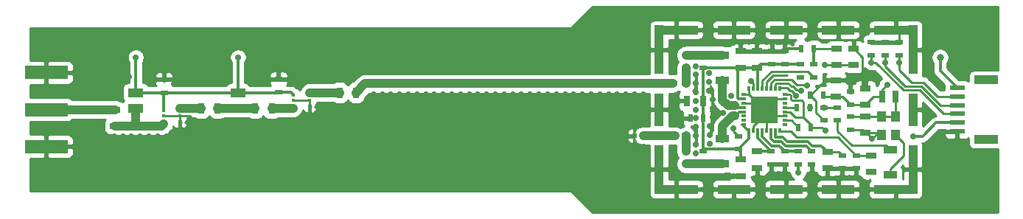
<source format=gbr>
%TF.GenerationSoftware,KiCad,Pcbnew,(5.1.6)-1*%
%TF.CreationDate,2022-03-29T15:59:44+02:00*%
%TF.ProjectId,MW_generator,4d575f67-656e-4657-9261-746f722e6b69,rev?*%
%TF.SameCoordinates,Original*%
%TF.FileFunction,Copper,L1,Top*%
%TF.FilePolarity,Positive*%
%FSLAX46Y46*%
G04 Gerber Fmt 4.6, Leading zero omitted, Abs format (unit mm)*
G04 Created by KiCad (PCBNEW (5.1.6)-1) date 2022-03-29 15:59:44*
%MOMM*%
%LPD*%
G01*
G04 APERTURE LIST*
%TA.AperFunction,SMDPad,CuDef*%
%ADD10R,0.500000X0.600000*%
%TD*%
%TA.AperFunction,SMDPad,CuDef*%
%ADD11R,0.900000X0.600000*%
%TD*%
%TA.AperFunction,SMDPad,CuDef*%
%ADD12R,2.800000X1.000000*%
%TD*%
%TA.AperFunction,SMDPad,CuDef*%
%ADD13R,1.700000X0.600000*%
%TD*%
%TA.AperFunction,SMDPad,CuDef*%
%ADD14R,1.100000X1.300000*%
%TD*%
%TA.AperFunction,SMDPad,CuDef*%
%ADD15R,0.700000X1.300000*%
%TD*%
%TA.AperFunction,SMDPad,CuDef*%
%ADD16R,0.600000X0.900000*%
%TD*%
%TA.AperFunction,SMDPad,CuDef*%
%ADD17R,3.800000X1.000000*%
%TD*%
%TA.AperFunction,SMDPad,CuDef*%
%ADD18R,5.000000X1.000000*%
%TD*%
%TA.AperFunction,SMDPad,CuDef*%
%ADD19R,1.000000X3.800000*%
%TD*%
%TA.AperFunction,SMDPad,CuDef*%
%ADD20R,1.000000X5.550000*%
%TD*%
%TA.AperFunction,SMDPad,CuDef*%
%ADD21R,0.400000X0.400000*%
%TD*%
%TA.AperFunction,SMDPad,CuDef*%
%ADD22R,1.780000X1.020000*%
%TD*%
%TA.AperFunction,SMDPad,CuDef*%
%ADD23R,1.300000X0.700000*%
%TD*%
%TA.AperFunction,SMDPad,CuDef*%
%ADD24R,0.600000X0.300000*%
%TD*%
%TA.AperFunction,SMDPad,CuDef*%
%ADD25R,0.300000X0.600000*%
%TD*%
%TA.AperFunction,SMDPad,CuDef*%
%ADD26R,3.100000X3.100000*%
%TD*%
%TA.AperFunction,SMDPad,CuDef*%
%ADD27R,1.600000X0.900000*%
%TD*%
%TA.AperFunction,SMDPad,CuDef*%
%ADD28R,0.700000X1.450000*%
%TD*%
%TA.AperFunction,SMDPad,CuDef*%
%ADD29R,5.000000X1.524000*%
%TD*%
%TA.AperFunction,ViaPad*%
%ADD30C,0.700000*%
%TD*%
%TA.AperFunction,ViaPad*%
%ADD31C,0.800000*%
%TD*%
%TA.AperFunction,Conductor*%
%ADD32C,0.250000*%
%TD*%
%TA.AperFunction,Conductor*%
%ADD33C,0.300000*%
%TD*%
%TA.AperFunction,Conductor*%
%ADD34C,1.000000*%
%TD*%
%TA.AperFunction,Conductor*%
%ADD35C,0.254000*%
%TD*%
G04 APERTURE END LIST*
D10*
%TO.P,R11,2*%
%TO.N,GND*%
X170100000Y-113000000D03*
%TO.P,R11,1*%
%TO.N,Net-(L5-Pad2)*%
X171100000Y-113000000D03*
%TD*%
%TO.P,L5,2*%
%TO.N,Net-(L5-Pad2)*%
X174750000Y-113000000D03*
%TO.P,L5,1*%
%TO.N,Net-(C25-Pad1)*%
X175750000Y-113000000D03*
%TD*%
%TO.P,L4,2*%
%TO.N,/RF_OUT+*%
X174750000Y-107000000D03*
%TO.P,L4,1*%
%TO.N,Net-(C22-Pad1)*%
X175750000Y-107000000D03*
%TD*%
D11*
%TO.P,L2,2*%
%TO.N,+3V3*%
X178000000Y-105250000D03*
%TO.P,L2,1*%
%TO.N,Net-(C22-Pad2)*%
X178000000Y-103750000D03*
%TD*%
%TO.P,L3,2*%
%TO.N,Net-(C25-Pad2)*%
X178000000Y-116250000D03*
%TO.P,L3,1*%
%TO.N,+3V3*%
X178000000Y-114750000D03*
%TD*%
D12*
%TO.P,J1,*%
%TO.N,*%
X210500000Y-106600000D03*
X210500000Y-113400000D03*
D13*
%TO.P,J1,6*%
%TO.N,GND*%
X207150000Y-112500000D03*
%TO.P,J1,5*%
%TO.N,+3V3*%
X207150000Y-111500000D03*
%TO.P,J1,4*%
%TO.N,/LE*%
X207150000Y-110500000D03*
%TO.P,J1,3*%
%TO.N,/DATA*%
X207150000Y-109500000D03*
%TO.P,J1,2*%
%TO.N,/CLK*%
X207150000Y-108500000D03*
%TO.P,J1,1*%
%TO.N,+5V*%
X207150000Y-107500000D03*
%TD*%
D14*
%TO.P,X1,4*%
%TO.N,Net-(C1-Pad1)*%
X200075000Y-110800000D03*
%TO.P,X1,3*%
%TO.N,Net-(R2-Pad2)*%
X200075000Y-112900000D03*
%TO.P,X1,2*%
%TO.N,GND*%
X198425000Y-112900000D03*
%TO.P,X1,1*%
%TO.N,Net-(C1-Pad1)*%
X198425000Y-110800000D03*
%TD*%
D15*
%TO.P,C24,2*%
%TO.N,+3V3*%
X178000000Y-109000000D03*
%TO.P,C24,1*%
%TO.N,GND*%
X176100000Y-109000000D03*
%TD*%
D16*
%TO.P,C23,2*%
%TO.N,+3V3*%
X178000000Y-111000000D03*
%TO.P,C23,1*%
%TO.N,GND*%
X176500000Y-111000000D03*
%TD*%
D17*
%TO.P,J3,1*%
%TO.N,GND*%
X193500000Y-119150000D03*
X181500000Y-119150000D03*
X193500000Y-100850000D03*
X181500000Y-100850000D03*
D18*
X200080000Y-100850000D03*
X200080000Y-119150000D03*
X174920000Y-119150000D03*
X174920000Y-100850000D03*
D17*
X187500000Y-100850000D03*
X187500000Y-119150000D03*
D19*
X202080000Y-110000000D03*
D20*
X202080000Y-116875000D03*
X202080000Y-103125000D03*
X172920000Y-116875000D03*
D19*
X172920000Y-110000000D03*
D20*
X172920000Y-103125000D03*
%TD*%
D11*
%TO.P,C32,2*%
%TO.N,+5V*%
X129200000Y-108000000D03*
%TO.P,C32,1*%
%TO.N,GND*%
X129200000Y-106500000D03*
%TD*%
%TO.P,C29,2*%
%TO.N,+5V*%
X116050000Y-108050000D03*
%TO.P,C29,1*%
%TO.N,GND*%
X116050000Y-106550000D03*
%TD*%
%TO.P,C27,2*%
%TO.N,GND*%
X182050000Y-113050000D03*
%TO.P,C27,1*%
%TO.N,+3V3*%
X182050000Y-114550000D03*
%TD*%
%TO.P,C25,2*%
%TO.N,Net-(C25-Pad2)*%
X176000000Y-116250000D03*
%TO.P,C25,1*%
%TO.N,Net-(C25-Pad1)*%
X176000000Y-114750000D03*
%TD*%
%TO.P,C22,2*%
%TO.N,Net-(C22-Pad2)*%
X176000000Y-103750000D03*
%TO.P,C22,1*%
%TO.N,Net-(C22-Pad1)*%
X176000000Y-105250000D03*
%TD*%
%TO.P,C21,2*%
%TO.N,GND*%
X187350000Y-103300000D03*
%TO.P,C21,1*%
%TO.N,+3V3*%
X187350000Y-104800000D03*
%TD*%
%TO.P,C19,2*%
%TO.N,GND*%
X185850000Y-103300000D03*
%TO.P,C19,1*%
%TO.N,+3V3*%
X185850000Y-104800000D03*
%TD*%
%TO.P,C16,2*%
%TO.N,GND*%
X187350000Y-116300000D03*
%TO.P,C16,1*%
%TO.N,Net-(C16-Pad1)*%
X187350000Y-114800000D03*
%TD*%
D16*
%TO.P,C14,2*%
%TO.N,GND*%
X190275000Y-108350000D03*
%TO.P,C14,1*%
%TO.N,+3V3*%
X191775000Y-108350000D03*
%TD*%
D11*
%TO.P,C13,2*%
%TO.N,GND*%
X194900000Y-107950000D03*
%TO.P,C13,1*%
%TO.N,+3V3*%
X194900000Y-109450000D03*
%TD*%
D16*
%TO.P,C10,2*%
%TO.N,Net-(C10-Pad2)*%
X190250000Y-109750000D03*
%TO.P,C10,1*%
%TO.N,Net-(C10-Pad1)*%
X188750000Y-109750000D03*
%TD*%
D11*
%TO.P,C9,2*%
%TO.N,GND*%
X193950000Y-116750000D03*
%TO.P,C9,1*%
%TO.N,Net-(C11-Pad1)*%
X193950000Y-115250000D03*
%TD*%
%TO.P,C6,2*%
%TO.N,Net-(C6-Pad2)*%
X193400000Y-111250000D03*
%TO.P,C6,1*%
%TO.N,Net-(C10-Pad2)*%
X193400000Y-109750000D03*
%TD*%
%TO.P,C5,2*%
%TO.N,GND*%
X195550000Y-116750000D03*
%TO.P,C5,1*%
%TO.N,Net-(C5-Pad1)*%
X195550000Y-115250000D03*
%TD*%
%TO.P,C3,2*%
%TO.N,GND*%
X194875000Y-112300000D03*
%TO.P,C3,1*%
%TO.N,Net-(C1-Pad1)*%
X194875000Y-110800000D03*
%TD*%
%TO.P,C2,2*%
%TO.N,GND*%
X185800000Y-116300000D03*
%TO.P,C2,1*%
%TO.N,Net-(C2-Pad1)*%
X185800000Y-114800000D03*
%TD*%
D21*
%TO.P,U3,6*%
%TO.N,Net-(C31-Pad1)*%
X117875000Y-110100000D03*
%TO.P,U3,5*%
%TO.N,GND*%
X117875000Y-110750000D03*
%TO.P,U3,4*%
X117875000Y-111400000D03*
%TO.P,U3,3*%
%TO.N,Net-(C33-Pad2)*%
X116025000Y-111400000D03*
%TO.P,U3,2*%
%TO.N,GND*%
X116025000Y-110750000D03*
%TO.P,U3,1*%
%TO.N,+5V*%
X116025000Y-110100000D03*
%TD*%
%TO.P,U2,6*%
%TO.N,Net-(C28-Pad1)*%
X132775000Y-108300000D03*
%TO.P,U2,5*%
%TO.N,GND*%
X132775000Y-108950000D03*
%TO.P,U2,4*%
X132775000Y-109600000D03*
%TO.P,U2,3*%
%TO.N,Net-(C30-Pad2)*%
X130925000Y-109600000D03*
%TO.P,U2,2*%
%TO.N,GND*%
X130925000Y-108950000D03*
%TO.P,U2,1*%
%TO.N,+5V*%
X130925000Y-108300000D03*
%TD*%
D22*
%TO.P,L6,2*%
%TO.N,+5V*%
X124550000Y-108050000D03*
%TO.P,L6,1*%
%TO.N,Net-(C30-Pad1)*%
X124550000Y-109850000D03*
%TD*%
%TO.P,L7,2*%
%TO.N,+5V*%
X112800000Y-108050000D03*
%TO.P,L7,1*%
%TO.N,Net-(C33-Pad2)*%
X112800000Y-109850000D03*
%TD*%
D23*
%TO.P,C33,2*%
%TO.N,Net-(C33-Pad2)*%
X110400000Y-111900000D03*
%TO.P,C33,1*%
%TO.N,Net-(C33-Pad1)*%
X110400000Y-110000000D03*
%TD*%
D15*
%TO.P,C31,2*%
%TO.N,Net-(C30-Pad1)*%
X122200000Y-109850000D03*
%TO.P,C31,1*%
%TO.N,Net-(C31-Pad1)*%
X120300000Y-109850000D03*
%TD*%
%TO.P,C30,2*%
%TO.N,Net-(C30-Pad2)*%
X128400000Y-109850000D03*
%TO.P,C30,1*%
%TO.N,Net-(C30-Pad1)*%
X126500000Y-109850000D03*
%TD*%
%TO.P,C28,2*%
%TO.N,/RF_OUT+*%
X138100000Y-108050000D03*
%TO.P,C28,1*%
%TO.N,Net-(C28-Pad1)*%
X136200000Y-108050000D03*
%TD*%
D24*
%TO.P,U1,32*%
%TO.N,+3V3*%
X187400000Y-108250000D03*
%TO.P,U1,31*%
%TO.N,GND*%
X187400000Y-108750000D03*
%TO.P,U1,30*%
%TO.N,/MUXout*%
X187400000Y-109250000D03*
%TO.P,U1,29*%
%TO.N,Net-(C10-Pad1)*%
X187400000Y-109750000D03*
%TO.P,U1,28*%
%TO.N,+3V3*%
X187400000Y-110250000D03*
%TO.P,U1,27*%
%TO.N,GND*%
X187400000Y-110750000D03*
%TO.P,U1,26*%
%TO.N,/PDBrf*%
X187400000Y-111250000D03*
%TO.P,U1,25*%
%TO.N,/LD*%
X187400000Y-111750000D03*
D25*
%TO.P,U1,24*%
%TO.N,Net-(C5-Pad1)*%
X186750000Y-112400000D03*
%TO.P,U1,23*%
%TO.N,Net-(C11-Pad1)*%
X186250000Y-112400000D03*
%TO.P,U1,22*%
%TO.N,Net-(R5-Pad1)*%
X185750000Y-112400000D03*
%TO.P,U1,21*%
%TO.N,GND*%
X185250000Y-112400000D03*
%TO.P,U1,20*%
%TO.N,Net-(C16-Pad1)*%
X184750000Y-112400000D03*
%TO.P,U1,19*%
%TO.N,Net-(C2-Pad1)*%
X184250000Y-112400000D03*
%TO.P,U1,18*%
%TO.N,GND*%
X183750000Y-112400000D03*
%TO.P,U1,17*%
%TO.N,+3V3*%
X183250000Y-112400000D03*
D24*
%TO.P,U1,16*%
X182600000Y-111750000D03*
%TO.P,U1,15*%
%TO.N,Net-(U1-Pad15)*%
X182600000Y-111250000D03*
%TO.P,U1,14*%
%TO.N,Net-(U1-Pad14)*%
X182600000Y-110750000D03*
%TO.P,U1,13*%
%TO.N,Net-(R10-Pad1)*%
X182600000Y-110250000D03*
%TO.P,U1,12*%
%TO.N,Net-(R9-Pad1)*%
X182600000Y-109750000D03*
%TO.P,U1,11*%
%TO.N,GND*%
X182600000Y-109250000D03*
%TO.P,U1,10*%
%TO.N,+3V3*%
X182600000Y-108750000D03*
%TO.P,U1,9*%
%TO.N,GND*%
X182600000Y-108250000D03*
D25*
%TO.P,U1,8*%
X183250000Y-107600000D03*
%TO.P,U1,7*%
%TO.N,Net-(C18-Pad1)*%
X183750000Y-107600000D03*
%TO.P,U1,6*%
%TO.N,+3V3*%
X184250000Y-107600000D03*
%TO.P,U1,5*%
%TO.N,Net-(R7-Pad2)*%
X184750000Y-107600000D03*
%TO.P,U1,4*%
%TO.N,/CE*%
X185250000Y-107600000D03*
%TO.P,U1,3*%
%TO.N,/LE*%
X185750000Y-107600000D03*
%TO.P,U1,2*%
%TO.N,/DATA*%
X186250000Y-107600000D03*
%TO.P,U1,1*%
%TO.N,/CLK*%
X186750000Y-107600000D03*
D26*
%TO.P,U1,GND*%
%TO.N,N/C*%
X185000000Y-110000000D03*
%TD*%
D11*
%TO.P,R14,2*%
%TO.N,GND*%
X197300000Y-102250000D03*
%TO.P,R14,1*%
%TO.N,/LE*%
X197300000Y-103750000D03*
%TD*%
%TO.P,R13,2*%
%TO.N,GND*%
X200500000Y-102250000D03*
%TO.P,R13,1*%
%TO.N,/CLK*%
X200500000Y-103750000D03*
%TD*%
%TO.P,R12,2*%
%TO.N,GND*%
X198900000Y-102250000D03*
%TO.P,R12,1*%
%TO.N,/DATA*%
X198900000Y-103750000D03*
%TD*%
D27*
%TO.P,R10,2*%
%TO.N,Net-(C25-Pad2)*%
X180200000Y-116250000D03*
%TO.P,R10,1*%
%TO.N,Net-(R10-Pad1)*%
X180200000Y-113350000D03*
%TD*%
%TO.P,R9,2*%
%TO.N,Net-(C22-Pad2)*%
X180200000Y-103750000D03*
%TO.P,R9,1*%
%TO.N,Net-(R9-Pad1)*%
X180200000Y-106650000D03*
%TD*%
D16*
%TO.P,R8,2*%
%TO.N,GND*%
X189200000Y-103000000D03*
%TO.P,R8,1*%
%TO.N,Net-(C18-Pad2)*%
X190700000Y-103000000D03*
%TD*%
D11*
%TO.P,R7,2*%
%TO.N,Net-(R7-Pad2)*%
X190700000Y-106300000D03*
%TO.P,R7,1*%
%TO.N,Net-(C18-Pad2)*%
X190700000Y-104800000D03*
%TD*%
%TO.P,R6,2*%
%TO.N,Net-(C16-Pad1)*%
X188900000Y-114800000D03*
%TO.P,R6,1*%
%TO.N,Net-(C18-Pad1)*%
X188900000Y-116300000D03*
%TD*%
%TO.P,R5,2*%
%TO.N,GND*%
X190450000Y-116300000D03*
%TO.P,R5,1*%
%TO.N,Net-(R5-Pad1)*%
X190450000Y-114800000D03*
%TD*%
%TO.P,R4,2*%
%TO.N,+3V3*%
X189150000Y-104800000D03*
%TO.P,R4,1*%
%TO.N,/CE*%
X189150000Y-106300000D03*
%TD*%
%TO.P,R3,2*%
%TO.N,GND*%
X191825000Y-111250000D03*
%TO.P,R3,1*%
%TO.N,Net-(C10-Pad2)*%
X191825000Y-109750000D03*
%TD*%
D27*
%TO.P,R2,2*%
%TO.N,Net-(R2-Pad2)*%
X199475000Y-117500000D03*
%TO.P,R2,1*%
%TO.N,Net-(C6-Pad2)*%
X199475000Y-114600000D03*
%TD*%
D16*
%TO.P,R1,2*%
%TO.N,+3V3*%
X190375000Y-112025000D03*
%TO.P,R1,1*%
%TO.N,/PDBrf*%
X188875000Y-112025000D03*
%TD*%
D28*
%TO.P,L1,2*%
%TO.N,+3V3*%
X198575000Y-108525000D03*
%TO.P,L1,1*%
%TO.N,Net-(C1-Pad1)*%
X200075000Y-108525000D03*
%TD*%
D29*
%TO.P,J2,2*%
%TO.N,GND*%
X102500000Y-114250000D03*
X102500000Y-105750000D03*
%TO.P,J2,1*%
%TO.N,Net-(C33-Pad1)*%
X102500000Y-110000000D03*
%TD*%
D23*
%TO.P,C26,2*%
%TO.N,GND*%
X182325000Y-117650000D03*
%TO.P,C26,1*%
%TO.N,+3V3*%
X182325000Y-115750000D03*
%TD*%
%TO.P,C20,2*%
%TO.N,GND*%
X195250000Y-103000000D03*
%TO.P,C20,1*%
%TO.N,Net-(C18-Pad1)*%
X195250000Y-104900000D03*
%TD*%
%TO.P,C18,2*%
%TO.N,Net-(C18-Pad2)*%
X193300000Y-103000000D03*
%TO.P,C18,1*%
%TO.N,Net-(C18-Pad1)*%
X193300000Y-104900000D03*
%TD*%
%TO.P,C17,2*%
%TO.N,GND*%
X184150000Y-103300000D03*
%TO.P,C17,1*%
%TO.N,+3V3*%
X184150000Y-105200000D03*
%TD*%
%TO.P,C15,2*%
%TO.N,GND*%
X182250000Y-103300000D03*
%TO.P,C15,1*%
%TO.N,+3V3*%
X182250000Y-105200000D03*
%TD*%
%TO.P,C12,2*%
%TO.N,GND*%
X193225000Y-106625000D03*
%TO.P,C12,1*%
%TO.N,+3V3*%
X193225000Y-108525000D03*
%TD*%
%TO.P,C11,2*%
%TO.N,GND*%
X192250000Y-116750000D03*
%TO.P,C11,1*%
%TO.N,Net-(C11-Pad1)*%
X192250000Y-114850000D03*
%TD*%
%TO.P,C8,2*%
%TO.N,GND*%
X196625000Y-107550000D03*
%TO.P,C8,1*%
%TO.N,+3V3*%
X196625000Y-109450000D03*
%TD*%
%TO.P,C7,2*%
%TO.N,GND*%
X197275000Y-117150000D03*
%TO.P,C7,1*%
%TO.N,Net-(C5-Pad1)*%
X197275000Y-115250000D03*
%TD*%
%TO.P,C4,2*%
%TO.N,GND*%
X184175000Y-116700000D03*
%TO.P,C4,1*%
%TO.N,Net-(C2-Pad1)*%
X184175000Y-114800000D03*
%TD*%
%TO.P,C1,2*%
%TO.N,GND*%
X196625000Y-112700000D03*
%TO.P,C1,1*%
%TO.N,Net-(C1-Pad1)*%
X196625000Y-110800000D03*
%TD*%
D30*
%TO.N,+3V3*%
X192000000Y-112400000D03*
X199100000Y-107150000D03*
X202100000Y-113050000D03*
X182325000Y-115750000D03*
X182250000Y-105200000D03*
%TO.N,Net-(C18-Pad1)*%
X191900000Y-104900000D03*
X188900000Y-117200000D03*
X183500000Y-106700000D03*
%TO.N,GND*%
X202100000Y-116900000D03*
X202100000Y-110000000D03*
X202100000Y-103150000D03*
X200100000Y-100850000D03*
X193500000Y-100850000D03*
X187500000Y-100850000D03*
X181500000Y-100850000D03*
X174950000Y-100850000D03*
X172950000Y-103150000D03*
X172950000Y-110000000D03*
X197300000Y-117150000D03*
X186000000Y-109000000D03*
X174900000Y-119150000D03*
X187450000Y-119150000D03*
X200100000Y-119150000D03*
X193500000Y-119150000D03*
X181500000Y-119150000D03*
X172950000Y-116900000D03*
X104700000Y-105750000D03*
X104650000Y-114250000D03*
X105600000Y-108650000D03*
X106600000Y-108650000D03*
X107600000Y-108650000D03*
X108600000Y-108650000D03*
X109600000Y-108650000D03*
X110600000Y-108650000D03*
X105600000Y-111350000D03*
X106600000Y-111350000D03*
X107600000Y-111350000D03*
X108600000Y-111350000D03*
X108600000Y-112350000D03*
X109300000Y-113050000D03*
X118000000Y-112350000D03*
X104600000Y-108350000D03*
X103600000Y-108350000D03*
X102600000Y-108350000D03*
X101600000Y-108350000D03*
X104600000Y-111650000D03*
X103600000Y-111650000D03*
X102600000Y-111650000D03*
X101600000Y-111650000D03*
X119000000Y-111350000D03*
X110300000Y-113050000D03*
X111300000Y-113050000D03*
X112300000Y-113050000D03*
X113300000Y-113050000D03*
X114300000Y-113050000D03*
X115300000Y-113050000D03*
X116300000Y-113050000D03*
X117300000Y-113050000D03*
X119000000Y-112350000D03*
X120000000Y-111350000D03*
X121000000Y-111350000D03*
X122000000Y-111350000D03*
X123000000Y-111350000D03*
X124000000Y-111350000D03*
X125000000Y-111350000D03*
X126000000Y-111350000D03*
X127000000Y-111350000D03*
X128000000Y-111350000D03*
X129000000Y-111350000D03*
X130000000Y-111350000D03*
X131000000Y-111350000D03*
X132000000Y-111350000D03*
X132700000Y-110650000D03*
X133700000Y-110650000D03*
X133700000Y-109650000D03*
X134700000Y-109650000D03*
X135700000Y-109650000D03*
X136700000Y-109650000D03*
X137700000Y-109650000D03*
X138700000Y-109650000D03*
X139400000Y-108950000D03*
X140100000Y-108250000D03*
X110600000Y-107650000D03*
X111300000Y-106950000D03*
X141100000Y-108250000D03*
X142100000Y-108250000D03*
X143100000Y-108250000D03*
X144100000Y-108250000D03*
X145100000Y-108250000D03*
X146100000Y-108250000D03*
X147100000Y-108250000D03*
X148100000Y-108250000D03*
X149100000Y-108250000D03*
X150100000Y-108250000D03*
X151100000Y-108250000D03*
X152100000Y-108250000D03*
X153100000Y-108250000D03*
X154100000Y-108250000D03*
X155100000Y-108250000D03*
X156100000Y-108250000D03*
X157100000Y-108250000D03*
X158100000Y-108250000D03*
X159100000Y-108250000D03*
X160100000Y-108250000D03*
X161100000Y-108250000D03*
X162100000Y-108250000D03*
X163100000Y-108250000D03*
X164100000Y-108250000D03*
X165100000Y-108250000D03*
X166100000Y-108250000D03*
X167100000Y-108250000D03*
X168100000Y-108250000D03*
X169100000Y-108250000D03*
X170100000Y-108250000D03*
X171100000Y-108250000D03*
X140100000Y-105750000D03*
X141100000Y-105750000D03*
X142100000Y-105750000D03*
X143100000Y-105750000D03*
X144100000Y-105750000D03*
X145100000Y-105750000D03*
X146100000Y-105750000D03*
X147100000Y-105750000D03*
X148100000Y-105750000D03*
X149100000Y-105750000D03*
X150100000Y-105750000D03*
X151100000Y-105750000D03*
X152100000Y-105750000D03*
X153100000Y-105750000D03*
X154100000Y-105750000D03*
X155100000Y-105750000D03*
X156100000Y-105750000D03*
X157100000Y-105750000D03*
X158100000Y-105750000D03*
X159100000Y-105750000D03*
X160100000Y-105750000D03*
X161100000Y-105750000D03*
X162100000Y-105750000D03*
X163100000Y-105750000D03*
X164100000Y-105750000D03*
X165100000Y-105750000D03*
X166100000Y-105750000D03*
X167100000Y-105750000D03*
X168100000Y-105750000D03*
X169100000Y-105750000D03*
X170100000Y-105750000D03*
X171100000Y-105750000D03*
X139100000Y-105750000D03*
X138100000Y-105750000D03*
X137400000Y-106450000D03*
X136400000Y-106450000D03*
X135400000Y-106450000D03*
X134400000Y-106450000D03*
X133400000Y-106450000D03*
X132400000Y-106450000D03*
X131700000Y-107150000D03*
X127950000Y-107050000D03*
X126950000Y-107050000D03*
X125950000Y-107050000D03*
X123150000Y-107050000D03*
X122150000Y-107050000D03*
X121150000Y-107050000D03*
X120150000Y-107050000D03*
X119150000Y-107050000D03*
X118150000Y-107050000D03*
X117150000Y-107050000D03*
X114550000Y-107050000D03*
X113850000Y-106350000D03*
X112000000Y-106250000D03*
X171100000Y-109250000D03*
X171100000Y-110250000D03*
X171100000Y-111250000D03*
X170100000Y-111250000D03*
X169100000Y-111250000D03*
X169100000Y-112250000D03*
X169100000Y-113250000D03*
X171100000Y-114250000D03*
X170100000Y-114250000D03*
X169100000Y-114250000D03*
X174450000Y-114650000D03*
X174450000Y-115650000D03*
X174450000Y-116650000D03*
X174450000Y-117650000D03*
X175450000Y-117650000D03*
X176450000Y-117650000D03*
X177450000Y-117650000D03*
X178450000Y-117650000D03*
X179450000Y-117650000D03*
X180450000Y-117650000D03*
X181450000Y-117650000D03*
X177100000Y-115000000D03*
X177100000Y-114000000D03*
X177100000Y-113000000D03*
X177100000Y-112000000D03*
X177100000Y-111000000D03*
X177100000Y-110000000D03*
X177100000Y-109000000D03*
X177100000Y-108000000D03*
X177100000Y-107000000D03*
X177100000Y-106000000D03*
X177100000Y-105000000D03*
X174450000Y-105350000D03*
X174450000Y-104350000D03*
X174450000Y-103350000D03*
X174450000Y-102350000D03*
X175450000Y-102350000D03*
X176450000Y-102350000D03*
X177450000Y-102350000D03*
X178450000Y-102350000D03*
X179450000Y-102350000D03*
X180450000Y-102350000D03*
X181450000Y-102350000D03*
X185000000Y-109000000D03*
X184000000Y-109000000D03*
X186000000Y-110000000D03*
X185000000Y-110000000D03*
X184000000Y-110000000D03*
X186000000Y-111000000D03*
X185000000Y-111000000D03*
X184000000Y-111000000D03*
X196500000Y-118350000D03*
X178700000Y-113900000D03*
X178700000Y-112900000D03*
X178700000Y-111900000D03*
X178650000Y-105800000D03*
X178650000Y-106800000D03*
X178650000Y-107800000D03*
X179050000Y-110850000D03*
X179050000Y-108850000D03*
X179050000Y-109850000D03*
X180250000Y-110350000D03*
X181200000Y-108450000D03*
X181450000Y-112150000D03*
X197400000Y-113350000D03*
%TO.N,/LE*%
X197300000Y-104600000D03*
X189900000Y-107250000D03*
%TO.N,/CLK*%
X200500000Y-104600000D03*
X188625000Y-108450000D03*
%TO.N,/DATA*%
X198900000Y-104600000D03*
X189250000Y-107850000D03*
D31*
%TO.N,+5V*%
X205200000Y-104000000D03*
D30*
X112800000Y-104000000D03*
X124550000Y-104000000D03*
%TO.N,Net-(C10-Pad2)*%
X190250000Y-109750000D03*
X191850000Y-109750000D03*
%TD*%
D32*
%TO.N,Net-(C1-Pad1)*%
X194875000Y-110800000D02*
X196625000Y-110800000D01*
X196625000Y-110800000D02*
X198425000Y-110800000D01*
X200075000Y-110800000D02*
X198425000Y-110800000D01*
X200075000Y-110800000D02*
X200075000Y-108525000D01*
D33*
%TO.N,Net-(C2-Pad1)*%
X184250000Y-113250000D02*
X185800000Y-114800000D01*
X184250000Y-112500000D02*
X184250000Y-113250000D01*
X184175000Y-114800000D02*
X185800000Y-114800000D01*
D32*
%TO.N,Net-(C5-Pad1)*%
X188724979Y-113174979D02*
X193463569Y-113174979D01*
X188050000Y-112500000D02*
X188724979Y-113174979D01*
X186750000Y-112500000D02*
X188050000Y-112500000D01*
X197275000Y-115250000D02*
X195550000Y-115250000D01*
X195538590Y-115250000D02*
X193463569Y-113174979D01*
X195550000Y-115250000D02*
X195538590Y-115250000D01*
D33*
%TO.N,+3V3*%
X178000000Y-111000000D02*
X178000000Y-109000000D01*
X178050000Y-105200000D02*
X178000000Y-105150000D01*
X178000000Y-109000000D02*
X178000000Y-105150000D01*
X182250000Y-105200000D02*
X178050000Y-105200000D01*
X182250000Y-105200000D02*
X182250000Y-105200000D01*
X184150000Y-105200000D02*
X184550000Y-104800000D01*
X184550000Y-104800000D02*
X185850000Y-104800000D01*
X185850000Y-104800000D02*
X187350000Y-104800000D01*
X184250000Y-105300000D02*
X184150000Y-105200000D01*
X184250000Y-107500000D02*
X184250000Y-105300000D01*
X187350000Y-104800000D02*
X189150000Y-104800000D01*
X181949999Y-105500001D02*
X182250000Y-105200000D01*
X181949999Y-108697895D02*
X181949999Y-105500001D01*
X182002104Y-108750000D02*
X181949999Y-108697895D01*
X182500000Y-108750000D02*
X182002104Y-108750000D01*
D32*
X188535002Y-110850000D02*
X189525000Y-110850000D01*
X187935002Y-110250000D02*
X188535002Y-110850000D01*
X187500000Y-110250000D02*
X187935002Y-110250000D01*
X190375000Y-111700000D02*
X189525000Y-110850000D01*
X190375000Y-112025000D02*
X190375000Y-111700000D01*
X197550000Y-108525000D02*
X196625000Y-109450000D01*
X198575000Y-108525000D02*
X197550000Y-108525000D01*
X196625000Y-109450000D02*
X194900000Y-109450000D01*
X193975000Y-108525000D02*
X193225000Y-108525000D01*
X194900000Y-109450000D02*
X193975000Y-108525000D01*
X191950000Y-108525000D02*
X191775000Y-108350000D01*
X193225000Y-108525000D02*
X191950000Y-108525000D01*
X189525000Y-110850000D02*
X189525000Y-109189998D01*
X187935002Y-108250000D02*
X188075000Y-108389998D01*
X187500000Y-108250000D02*
X187935002Y-108250000D01*
X188075000Y-108389998D02*
X188075000Y-108850000D01*
X189310001Y-108974999D02*
X189525000Y-109189998D01*
X188199999Y-108974999D02*
X189310001Y-108974999D01*
X188075000Y-108850000D02*
X188199999Y-108974999D01*
D33*
X182325000Y-114825000D02*
X182050000Y-114550000D01*
X182325000Y-115750000D02*
X182325000Y-115750000D01*
X182050000Y-114550000D02*
X178000000Y-114550000D01*
X178000000Y-111000000D02*
X178000000Y-114550000D01*
X182500000Y-111750000D02*
X183250000Y-112500000D01*
X183250000Y-113350000D02*
X182050000Y-114550000D01*
X183250000Y-112500000D02*
X183250000Y-113350000D01*
D32*
X191625000Y-112025000D02*
X192000000Y-112400000D01*
X190375000Y-112025000D02*
X191625000Y-112025000D01*
X198575000Y-107675000D02*
X199100000Y-107150000D01*
X198575000Y-108525000D02*
X198575000Y-107675000D01*
D33*
X182325000Y-115750000D02*
X182325000Y-114825000D01*
X182250000Y-105200000D02*
X184150000Y-105200000D01*
X202100000Y-113050000D02*
X203200000Y-113050000D01*
X204750000Y-111500000D02*
X207150000Y-111500000D01*
X203200000Y-113050000D02*
X204750000Y-111500000D01*
%TO.N,Net-(C11-Pad1)*%
X190507119Y-114149999D02*
X191549999Y-114149999D01*
X190007109Y-113649989D02*
X190507119Y-114149999D01*
X186250000Y-113128640D02*
X186271339Y-113149979D01*
X186250000Y-112500000D02*
X186250000Y-113128640D01*
X186271339Y-113149979D02*
X187157099Y-113149979D01*
X191549999Y-114149999D02*
X192250000Y-114850000D01*
X187157099Y-113149979D02*
X187657109Y-113649989D01*
X187657109Y-113649989D02*
X190007109Y-113649989D01*
D32*
X193550000Y-114850000D02*
X193950000Y-115250000D01*
X192250000Y-114850000D02*
X193550000Y-114850000D01*
%TO.N,Net-(C10-Pad1)*%
X187500000Y-109750000D02*
X188750000Y-109750000D01*
D33*
%TO.N,Net-(C16-Pad1)*%
X184750000Y-112500000D02*
X184750000Y-113042880D01*
X186699999Y-114149999D02*
X187350000Y-114800000D01*
X185857119Y-114149999D02*
X186699999Y-114149999D01*
X184750000Y-113042880D02*
X185857119Y-114149999D01*
X187350000Y-114800000D02*
X188900000Y-114800000D01*
D32*
%TO.N,Net-(C18-Pad1)*%
X183750000Y-106950000D02*
X183750000Y-107500000D01*
X183500000Y-106700000D02*
X183750000Y-106950000D01*
D33*
X188900000Y-116300000D02*
X188900000Y-117200000D01*
D32*
X191900000Y-104900000D02*
X193300000Y-104900000D01*
X193300000Y-104900000D02*
X195250000Y-104900000D01*
D34*
%TO.N,Net-(C22-Pad1)*%
X176000000Y-105250000D02*
X176000000Y-107000000D01*
D32*
%TO.N,GND*%
X116025000Y-110750000D02*
X117875000Y-110750000D01*
X119000000Y-110750000D02*
X119600000Y-111350000D01*
X117875000Y-110750000D02*
X119000000Y-110750000D01*
X117875000Y-110750000D02*
X117875000Y-111400000D01*
X130925000Y-108950000D02*
X132775000Y-108950000D01*
X132775000Y-108950000D02*
X132775000Y-109600000D01*
X183274999Y-108274999D02*
X183900000Y-108900000D01*
X182774999Y-108274999D02*
X183274999Y-108274999D01*
X182750000Y-108250000D02*
X182774999Y-108274999D01*
X182500000Y-108250000D02*
X182750000Y-108250000D01*
X183250000Y-108250000D02*
X185000000Y-110000000D01*
X183250000Y-107500000D02*
X183250000Y-108250000D01*
X183900000Y-108900000D02*
X185000000Y-110000000D01*
X185250000Y-110250000D02*
X185000000Y-110000000D01*
X185250000Y-112500000D02*
X185250000Y-110250000D01*
X185000000Y-110614998D02*
X185000000Y-110000000D01*
X183750000Y-111864998D02*
X185000000Y-110614998D01*
X183750000Y-112500000D02*
X183750000Y-111864998D01*
X184250000Y-109250000D02*
X185000000Y-110000000D01*
X182500000Y-109250000D02*
X184250000Y-109250000D01*
X185750000Y-110750000D02*
X185000000Y-110000000D01*
X187500000Y-110750000D02*
X185750000Y-110750000D01*
X186250000Y-108750000D02*
X185000000Y-110000000D01*
X187500000Y-108750000D02*
X186250000Y-108750000D01*
X192000000Y-106625000D02*
X193225000Y-106625000D01*
X190275000Y-108350000D02*
X192000000Y-106625000D01*
X196225000Y-112300000D02*
X196625000Y-112700000D01*
X194875000Y-112300000D02*
X196225000Y-112300000D01*
X198225000Y-112700000D02*
X198425000Y-112900000D01*
X196625000Y-112700000D02*
X198225000Y-112700000D01*
X181450000Y-112450000D02*
X182050000Y-113050000D01*
X181450000Y-112150000D02*
X181450000Y-112450000D01*
X187650000Y-103000000D02*
X187350000Y-103300000D01*
D33*
X189200000Y-103000000D02*
X187650000Y-103000000D01*
D32*
X190925001Y-110350001D02*
X191825000Y-111250000D01*
X190925001Y-109000001D02*
X190925001Y-110350001D01*
X190275000Y-108350000D02*
X190925001Y-109000001D01*
X196750000Y-112700000D02*
X197400000Y-113350000D01*
X196625000Y-112700000D02*
X196750000Y-112700000D01*
X197850000Y-112900000D02*
X197400000Y-113350000D01*
X198425000Y-112900000D02*
X197850000Y-112900000D01*
X196225001Y-107150001D02*
X196625000Y-107550000D01*
X196225001Y-103975001D02*
X196225001Y-107150001D01*
X195250000Y-103000000D02*
X196225001Y-103975001D01*
X200500000Y-101250000D02*
X200100000Y-100850000D01*
X200500000Y-102250000D02*
X200500000Y-101250000D01*
D34*
%TO.N,Net-(C25-Pad1)*%
X176000000Y-113000000D02*
X176000000Y-114750000D01*
D32*
%TO.N,/LE*%
X188119221Y-106524989D02*
X188744232Y-107150000D01*
X185750000Y-107175000D02*
X185799990Y-107125010D01*
X185750000Y-107500000D02*
X185750000Y-107175000D01*
X185799990Y-107125010D02*
X185799990Y-106878598D01*
X185799990Y-106878598D02*
X186153599Y-106524989D01*
X186153599Y-106524989D02*
X188119221Y-106524989D01*
X189800000Y-107150000D02*
X189900000Y-107250000D01*
X188744232Y-107150000D02*
X189800000Y-107150000D01*
X197300000Y-104600000D02*
X197300000Y-103750000D01*
X200985001Y-107774999D02*
X202840001Y-107774999D01*
X197300000Y-104600000D02*
X197810002Y-104600000D01*
X205565002Y-110500000D02*
X207150000Y-110500000D01*
X202840001Y-107774999D02*
X205565002Y-110500000D01*
X197810002Y-104600000D02*
X200985001Y-107774999D01*
%TO.N,/CLK*%
X187924990Y-107799990D02*
X187625000Y-107500000D01*
X187625000Y-107500000D02*
X186750000Y-107500000D01*
X188121402Y-107799990D02*
X187924990Y-107799990D01*
X188625000Y-108450000D02*
X188625000Y-108303588D01*
X188625000Y-108303588D02*
X188121402Y-107799990D01*
X200500000Y-104600000D02*
X200500000Y-103750000D01*
X201924979Y-106874979D02*
X203261390Y-106874980D01*
X200500000Y-104600000D02*
X200500000Y-105450000D01*
X200500000Y-105450000D02*
X201924979Y-106874979D01*
X204886410Y-108500000D02*
X207150000Y-108500000D01*
X203261390Y-106874980D02*
X204886410Y-108500000D01*
%TO.N,/DATA*%
X186250000Y-107500000D02*
X186250000Y-107064998D01*
X186339999Y-106974999D02*
X187736409Y-106974999D01*
X187736409Y-106974999D02*
X188111390Y-107349980D01*
X186250000Y-107064998D02*
X186339999Y-106974999D01*
X189174999Y-107774999D02*
X189250000Y-107850000D01*
X188732821Y-107774999D02*
X189174999Y-107774999D01*
X188307802Y-107349980D02*
X188732821Y-107774999D01*
X188111390Y-107349980D02*
X188307802Y-107349980D01*
X198900000Y-104600000D02*
X198900000Y-103750000D01*
X198900000Y-104600000D02*
X198900000Y-105053588D01*
X201171401Y-107324989D02*
X203074989Y-107324989D01*
X198900000Y-105053588D02*
X201171401Y-107324989D01*
X205250000Y-109500000D02*
X207150000Y-109500000D01*
X203074989Y-107324989D02*
X205250000Y-109500000D01*
D33*
%TO.N,+5V*%
X116025000Y-108075000D02*
X116000000Y-108050000D01*
X112800000Y-108050000D02*
X116000000Y-108050000D01*
X116025000Y-110100000D02*
X116025000Y-108075000D01*
X116000000Y-108050000D02*
X124550000Y-108050000D01*
X124550000Y-108050000D02*
X129150000Y-108050000D01*
X130625000Y-108000000D02*
X130925000Y-108300000D01*
X129200000Y-108000000D02*
X130625000Y-108000000D01*
X112800000Y-108050000D02*
X112800000Y-104000000D01*
X124550000Y-108050000D02*
X124550000Y-104000000D01*
X205200000Y-105550000D02*
X207150000Y-107500000D01*
X205200000Y-104000000D02*
X205200000Y-105550000D01*
D34*
%TO.N,/RF_OUT+*%
X138100000Y-108050000D02*
X139150000Y-107000000D01*
X174500000Y-107000000D02*
X139150000Y-107000000D01*
%TO.N,Net-(L5-Pad2)*%
X174750000Y-113000000D02*
X171100000Y-113000000D01*
D32*
%TO.N,/PDBrf*%
X188100000Y-111250000D02*
X188875000Y-112025000D01*
X187500000Y-111250000D02*
X188100000Y-111250000D01*
%TO.N,Net-(R2-Pad2)*%
X199475000Y-116800000D02*
X201025000Y-115250000D01*
X199475000Y-117500000D02*
X199475000Y-116800000D01*
X201025000Y-113850000D02*
X200075000Y-112900000D01*
X201025000Y-115250000D02*
X201025000Y-113850000D01*
%TO.N,/CE*%
X185992198Y-106049980D02*
X187586400Y-106049980D01*
X185250000Y-107500000D02*
X185250000Y-106792178D01*
X185250000Y-106792178D02*
X185992198Y-106049980D01*
D33*
%TO.N,Net-(R5-Pad1)*%
X189799999Y-114149999D02*
X190450000Y-114800000D01*
X185750000Y-113335760D02*
X186064229Y-113649989D01*
X186949989Y-113649989D02*
X187449999Y-114149999D01*
X186064229Y-113649989D02*
X186949989Y-113649989D01*
X185750000Y-112500000D02*
X185750000Y-113335760D01*
X187449999Y-114149999D02*
X189799999Y-114149999D01*
D32*
%TO.N,Net-(R7-Pad2)*%
X184750000Y-107500000D02*
X184750000Y-106655768D01*
X184750000Y-106655768D02*
X185805798Y-105599970D01*
X188099970Y-105599970D02*
X188100000Y-105600000D01*
X185805798Y-105599970D02*
X188099970Y-105599970D01*
X189999970Y-105599970D02*
X190700000Y-106300000D01*
X188099970Y-105599970D02*
X189999970Y-105599970D01*
D34*
%TO.N,Net-(R9-Pad1)*%
X180200000Y-106650000D02*
X180200000Y-108100000D01*
X180200000Y-108897052D02*
X180852940Y-109549990D01*
X180200000Y-108100000D02*
X180200000Y-108897052D01*
X180852940Y-109549990D02*
X181599999Y-109549990D01*
D33*
X181800009Y-109750000D02*
X181599999Y-109549990D01*
X182500000Y-109750000D02*
X181800009Y-109750000D01*
%TO.N,Net-(R10-Pad1)*%
X182500000Y-110250000D02*
X182150000Y-110250000D01*
X182150000Y-110250000D02*
X181950000Y-110450000D01*
D34*
X180200000Y-111900000D02*
X181350000Y-110750000D01*
X180200000Y-113350000D02*
X180200000Y-111900000D01*
X181350000Y-110750000D02*
X181599999Y-110750000D01*
%TO.N,Net-(C28-Pad1)*%
X133535001Y-108049999D02*
X132775000Y-108049999D01*
X136200000Y-108050000D02*
X133535001Y-108049999D01*
%TO.N,Net-(C30-Pad1)*%
X124549999Y-109849999D02*
X124550000Y-109850000D01*
X122200000Y-109849999D02*
X124549999Y-109849999D01*
X124550000Y-109850000D02*
X126500000Y-109850000D01*
%TO.N,Net-(C31-Pad1)*%
X118635001Y-109849999D02*
X117875000Y-109849999D01*
X120300000Y-109849999D02*
X118635001Y-109849999D01*
%TO.N,Net-(C33-Pad1)*%
X110400000Y-110000000D02*
X102000000Y-110000000D01*
D32*
%TO.N,Net-(C6-Pad2)*%
X198999999Y-114124999D02*
X199475000Y-114600000D01*
X195049999Y-114124999D02*
X198999999Y-114124999D01*
X193400000Y-111250000D02*
X193400000Y-112475000D01*
X193400000Y-112475000D02*
X195049999Y-114124999D01*
%TO.N,Net-(C10-Pad2)*%
X191825000Y-109750000D02*
X191850000Y-109750000D01*
X191850000Y-109750000D02*
X193400000Y-109750000D01*
%TO.N,Net-(C18-Pad2)*%
X190700000Y-103000000D02*
X193300000Y-103000000D01*
D33*
X190700000Y-104800000D02*
X190700000Y-103000000D01*
D34*
%TO.N,Net-(C25-Pad2)*%
X176000000Y-116250000D02*
X178000000Y-116250000D01*
X178000000Y-116250000D02*
X180200000Y-116250000D01*
%TO.N,Net-(C30-Pad2)*%
X128400000Y-109850000D02*
X130875001Y-109850000D01*
%TO.N,Net-(C33-Pad2)*%
X115775001Y-111900000D02*
X116025000Y-111650001D01*
X110400000Y-111900000D02*
X112800000Y-111900000D01*
X112800000Y-111900000D02*
X115775001Y-111900000D01*
X112800000Y-109850000D02*
X112800000Y-111900000D01*
%TO.N,Net-(C22-Pad2)*%
X176000000Y-103750000D02*
X178000000Y-103750000D01*
X180200000Y-103750000D02*
X178000000Y-103750000D01*
%TD*%
D35*
%TO.N,GND*%
G36*
X175255820Y-107889502D02*
G01*
X175296364Y-107901801D01*
X175219463Y-107995506D01*
X175160498Y-108105820D01*
X175124188Y-108225518D01*
X175111928Y-108350000D01*
X175115000Y-108714250D01*
X175273750Y-108873000D01*
X175973000Y-108873000D01*
X175973000Y-108853000D01*
X176227000Y-108853000D01*
X176227000Y-108873000D01*
X176247000Y-108873000D01*
X176247000Y-109127000D01*
X176227000Y-109127000D01*
X176227000Y-109147000D01*
X175973000Y-109147000D01*
X175973000Y-109127000D01*
X175273750Y-109127000D01*
X175115000Y-109285750D01*
X175111928Y-109650000D01*
X175124188Y-109774482D01*
X175160498Y-109894180D01*
X175219463Y-110004494D01*
X175298815Y-110101185D01*
X175395506Y-110180537D01*
X175505820Y-110239502D01*
X175625518Y-110275812D01*
X175626487Y-110275907D01*
X175610498Y-110305820D01*
X175574188Y-110425518D01*
X175561928Y-110550000D01*
X175565000Y-110714250D01*
X175723750Y-110873000D01*
X176373000Y-110873000D01*
X176373000Y-110853000D01*
X176627000Y-110853000D01*
X176627000Y-110873000D01*
X176647000Y-110873000D01*
X176647000Y-111127000D01*
X176627000Y-111127000D01*
X176627000Y-111147000D01*
X176373000Y-111147000D01*
X176373000Y-111127000D01*
X175723750Y-111127000D01*
X175565000Y-111285750D01*
X175561928Y-111450000D01*
X175574188Y-111574482D01*
X175610498Y-111694180D01*
X175669463Y-111804494D01*
X175741547Y-111892329D01*
X175563553Y-111946324D01*
X175375000Y-112047107D01*
X175186447Y-111946324D01*
X174972499Y-111881423D01*
X174805752Y-111865000D01*
X174058005Y-111865000D01*
X174055000Y-110285750D01*
X173896250Y-110127000D01*
X173047000Y-110127000D01*
X173047000Y-110147000D01*
X172793000Y-110147000D01*
X172793000Y-110127000D01*
X171943750Y-110127000D01*
X171785000Y-110285750D01*
X171781995Y-111865000D01*
X171044248Y-111865000D01*
X170877501Y-111881423D01*
X170663553Y-111946324D01*
X170466377Y-112051716D01*
X170441729Y-112071944D01*
X170381750Y-112065000D01*
X170223000Y-112223750D01*
X170223000Y-112279517D01*
X170151716Y-112366377D01*
X170046324Y-112563553D01*
X169981423Y-112777501D01*
X169977000Y-112822409D01*
X169977000Y-112223750D01*
X169818250Y-112065000D01*
X169709476Y-112077594D01*
X169590751Y-112116968D01*
X169481988Y-112178748D01*
X169387369Y-112260559D01*
X169310527Y-112359258D01*
X169254418Y-112471051D01*
X169221196Y-112591643D01*
X169215000Y-112714250D01*
X169373750Y-112873000D01*
X169972017Y-112873000D01*
X169959509Y-113000000D01*
X169972017Y-113127000D01*
X169373750Y-113127000D01*
X169215000Y-113285750D01*
X169221196Y-113408357D01*
X169254418Y-113528949D01*
X169310527Y-113640742D01*
X169387369Y-113739441D01*
X169481988Y-113821252D01*
X169590751Y-113883032D01*
X169709476Y-113922406D01*
X169818250Y-113935000D01*
X169977000Y-113776250D01*
X169977000Y-113177591D01*
X169981423Y-113222499D01*
X170046324Y-113436447D01*
X170151716Y-113633623D01*
X170223000Y-113720483D01*
X170223000Y-113776250D01*
X170381750Y-113935000D01*
X170441729Y-113928056D01*
X170466377Y-113948284D01*
X170663553Y-114053676D01*
X170877501Y-114118577D01*
X171044248Y-114135000D01*
X171781971Y-114135000D01*
X171785000Y-116589250D01*
X171943750Y-116748000D01*
X172793000Y-116748000D01*
X172793000Y-116728000D01*
X173047000Y-116728000D01*
X173047000Y-116748000D01*
X173896250Y-116748000D01*
X174055000Y-116589250D01*
X174058029Y-114135000D01*
X174805752Y-114135000D01*
X174865000Y-114129165D01*
X174865000Y-114805752D01*
X174881424Y-114972499D01*
X174915290Y-115084141D01*
X174924188Y-115174482D01*
X174960498Y-115294180D01*
X175019463Y-115404494D01*
X175097842Y-115500000D01*
X175019463Y-115595506D01*
X174960498Y-115705820D01*
X174924188Y-115825518D01*
X174915291Y-115915854D01*
X174881423Y-116027501D01*
X174859509Y-116250000D01*
X174881423Y-116472499D01*
X174915291Y-116584146D01*
X174924188Y-116674482D01*
X174960498Y-116794180D01*
X175019463Y-116904494D01*
X175098815Y-117001185D01*
X175195506Y-117080537D01*
X175274076Y-117122534D01*
X175366377Y-117198284D01*
X175563553Y-117303676D01*
X175777501Y-117368577D01*
X175944248Y-117385000D01*
X180255752Y-117385000D01*
X180422499Y-117368577D01*
X180523060Y-117338072D01*
X181000000Y-117338072D01*
X181038567Y-117334274D01*
X181040000Y-117364250D01*
X181198750Y-117523000D01*
X182198000Y-117523000D01*
X182198000Y-117503000D01*
X182452000Y-117503000D01*
X182452000Y-117523000D01*
X182472000Y-117523000D01*
X182472000Y-117777000D01*
X182452000Y-117777000D01*
X182452000Y-117797000D01*
X182198000Y-117797000D01*
X182198000Y-117777000D01*
X181198750Y-117777000D01*
X181040000Y-117935750D01*
X181036928Y-118000000D01*
X181038372Y-118014665D01*
X179600000Y-118011928D01*
X179475518Y-118024188D01*
X179355820Y-118060498D01*
X179245506Y-118119463D01*
X179148815Y-118198815D01*
X179069463Y-118295506D01*
X179010498Y-118405820D01*
X178974188Y-118525518D01*
X178961928Y-118650000D01*
X178965000Y-118864250D01*
X179123750Y-119023000D01*
X181373000Y-119023000D01*
X181373000Y-119003000D01*
X181627000Y-119003000D01*
X181627000Y-119023000D01*
X183876250Y-119023000D01*
X184035000Y-118864250D01*
X184038072Y-118650000D01*
X184961928Y-118650000D01*
X184965000Y-118864250D01*
X185123750Y-119023000D01*
X187373000Y-119023000D01*
X187373000Y-118173750D01*
X187214250Y-118015000D01*
X185600000Y-118011928D01*
X185475518Y-118024188D01*
X185355820Y-118060498D01*
X185245506Y-118119463D01*
X185148815Y-118198815D01*
X185069463Y-118295506D01*
X185010498Y-118405820D01*
X184974188Y-118525518D01*
X184961928Y-118650000D01*
X184038072Y-118650000D01*
X184025812Y-118525518D01*
X183989502Y-118405820D01*
X183930537Y-118295506D01*
X183851185Y-118198815D01*
X183754494Y-118119463D01*
X183644180Y-118060498D01*
X183608189Y-118049580D01*
X183613072Y-118000000D01*
X183610000Y-117935750D01*
X183451252Y-117777002D01*
X183610000Y-117777002D01*
X183610000Y-117687355D01*
X183889250Y-117685000D01*
X184048000Y-117526250D01*
X184048000Y-116827000D01*
X184028000Y-116827000D01*
X184028000Y-116573000D01*
X184048000Y-116573000D01*
X184048000Y-116553000D01*
X184302000Y-116553000D01*
X184302000Y-116573000D01*
X184322000Y-116573000D01*
X184322000Y-116827000D01*
X184302000Y-116827000D01*
X184302000Y-117526250D01*
X184460750Y-117685000D01*
X184825000Y-117688072D01*
X184949482Y-117675812D01*
X185069180Y-117639502D01*
X185179494Y-117580537D01*
X185276185Y-117501185D01*
X185355537Y-117404494D01*
X185414502Y-117294180D01*
X185431987Y-117236539D01*
X185514250Y-117235000D01*
X185673000Y-117076250D01*
X185673000Y-116427000D01*
X185927000Y-116427000D01*
X185927000Y-117076250D01*
X186085750Y-117235000D01*
X186250000Y-117238072D01*
X186374482Y-117225812D01*
X186494180Y-117189502D01*
X186575000Y-117146302D01*
X186655820Y-117189502D01*
X186775518Y-117225812D01*
X186900000Y-117238072D01*
X187064250Y-117235000D01*
X187223000Y-117076250D01*
X187223000Y-116427000D01*
X185927000Y-116427000D01*
X185673000Y-116427000D01*
X185653000Y-116427000D01*
X185653000Y-116173000D01*
X185673000Y-116173000D01*
X185673000Y-116153000D01*
X185927000Y-116153000D01*
X185927000Y-116173000D01*
X187223000Y-116173000D01*
X187223000Y-116153000D01*
X187477000Y-116153000D01*
X187477000Y-116173000D01*
X187497000Y-116173000D01*
X187497000Y-116427000D01*
X187477000Y-116427000D01*
X187477000Y-117076250D01*
X187635750Y-117235000D01*
X187800000Y-117238072D01*
X187915000Y-117226746D01*
X187915000Y-117297014D01*
X187952853Y-117487314D01*
X188027104Y-117666572D01*
X188134901Y-117827901D01*
X188272099Y-117965099D01*
X188345188Y-118013935D01*
X187785750Y-118015000D01*
X187627000Y-118173750D01*
X187627000Y-119023000D01*
X189876250Y-119023000D01*
X190035000Y-118864250D01*
X190038072Y-118650000D01*
X190961928Y-118650000D01*
X190965000Y-118864250D01*
X191123750Y-119023000D01*
X193373000Y-119023000D01*
X193373000Y-118173750D01*
X193627000Y-118173750D01*
X193627000Y-119023000D01*
X195876250Y-119023000D01*
X196035000Y-118864250D01*
X196038072Y-118650000D01*
X196025812Y-118525518D01*
X195989502Y-118405820D01*
X195930537Y-118295506D01*
X195851185Y-118198815D01*
X195754494Y-118119463D01*
X195644180Y-118060498D01*
X195524482Y-118024188D01*
X195400000Y-118011928D01*
X193785750Y-118015000D01*
X193627000Y-118173750D01*
X193373000Y-118173750D01*
X193214250Y-118015000D01*
X191600000Y-118011928D01*
X191475518Y-118024188D01*
X191355820Y-118060498D01*
X191245506Y-118119463D01*
X191148815Y-118198815D01*
X191069463Y-118295506D01*
X191010498Y-118405820D01*
X190974188Y-118525518D01*
X190961928Y-118650000D01*
X190038072Y-118650000D01*
X190025812Y-118525518D01*
X189989502Y-118405820D01*
X189930537Y-118295506D01*
X189851185Y-118198815D01*
X189754494Y-118119463D01*
X189644180Y-118060498D01*
X189524482Y-118024188D01*
X189450389Y-118016891D01*
X189527901Y-117965099D01*
X189665099Y-117827901D01*
X189772896Y-117666572D01*
X189847147Y-117487314D01*
X189885000Y-117297014D01*
X189885000Y-117226746D01*
X190000000Y-117238072D01*
X190164250Y-117235000D01*
X190323000Y-117076250D01*
X190323000Y-116427000D01*
X190303000Y-116427000D01*
X190303000Y-116173000D01*
X190323000Y-116173000D01*
X190323000Y-116153000D01*
X190577000Y-116153000D01*
X190577000Y-116173000D01*
X190597000Y-116173000D01*
X190597000Y-116427000D01*
X190577000Y-116427000D01*
X190577000Y-117076250D01*
X190735750Y-117235000D01*
X190900000Y-117238072D01*
X190976039Y-117230583D01*
X191010498Y-117344180D01*
X191069463Y-117454494D01*
X191148815Y-117551185D01*
X191245506Y-117630537D01*
X191355820Y-117689502D01*
X191475518Y-117725812D01*
X191600000Y-117738072D01*
X191964250Y-117735000D01*
X192123000Y-117576250D01*
X192123000Y-116877000D01*
X192377000Y-116877000D01*
X192377000Y-117576250D01*
X192535750Y-117735000D01*
X192900000Y-117738072D01*
X193024482Y-117725812D01*
X193144180Y-117689502D01*
X193246771Y-117634665D01*
X193255820Y-117639502D01*
X193375518Y-117675812D01*
X193500000Y-117688072D01*
X193664250Y-117685000D01*
X193823000Y-117526250D01*
X193823000Y-116877000D01*
X194077000Y-116877000D01*
X194077000Y-117526250D01*
X194235750Y-117685000D01*
X194400000Y-117688072D01*
X194524482Y-117675812D01*
X194644180Y-117639502D01*
X194750000Y-117582939D01*
X194855820Y-117639502D01*
X194975518Y-117675812D01*
X195100000Y-117688072D01*
X195264250Y-117685000D01*
X195423000Y-117526250D01*
X195423000Y-116877000D01*
X194077000Y-116877000D01*
X193823000Y-116877000D01*
X192377000Y-116877000D01*
X192123000Y-116877000D01*
X192103000Y-116877000D01*
X192103000Y-116623000D01*
X192123000Y-116623000D01*
X192123000Y-116603000D01*
X192377000Y-116603000D01*
X192377000Y-116623000D01*
X193823000Y-116623000D01*
X193823000Y-116603000D01*
X194077000Y-116603000D01*
X194077000Y-116623000D01*
X195423000Y-116623000D01*
X195423000Y-116603000D01*
X195677000Y-116603000D01*
X195677000Y-116623000D01*
X195697000Y-116623000D01*
X195697000Y-116877000D01*
X195677000Y-116877000D01*
X195677000Y-117526250D01*
X195835750Y-117685000D01*
X196000000Y-117688072D01*
X196017942Y-117686305D01*
X196035498Y-117744180D01*
X196094463Y-117854494D01*
X196173815Y-117951185D01*
X196270506Y-118030537D01*
X196380820Y-118089502D01*
X196500518Y-118125812D01*
X196625000Y-118138072D01*
X196989250Y-118135000D01*
X197147998Y-117976252D01*
X197147998Y-118135000D01*
X197206574Y-118135000D01*
X197128815Y-118198815D01*
X197049463Y-118295506D01*
X196990498Y-118405820D01*
X196954188Y-118525518D01*
X196941928Y-118650000D01*
X196945000Y-118864250D01*
X197103750Y-119023000D01*
X199953000Y-119023000D01*
X199953000Y-119003000D01*
X200207000Y-119003000D01*
X200207000Y-119023000D01*
X200227000Y-119023000D01*
X200227000Y-119277000D01*
X200207000Y-119277000D01*
X200207000Y-120126250D01*
X200365750Y-120285000D01*
X201565712Y-120286665D01*
X201580000Y-120288072D01*
X201668223Y-120286807D01*
X202580000Y-120288072D01*
X202704482Y-120275812D01*
X202824180Y-120239502D01*
X202934494Y-120180537D01*
X203031185Y-120101185D01*
X203110537Y-120004494D01*
X203169502Y-119894180D01*
X203205812Y-119774482D01*
X203218072Y-119650000D01*
X203216936Y-118729249D01*
X203218072Y-118650000D01*
X203216822Y-118637310D01*
X203215000Y-117160750D01*
X203056250Y-117002000D01*
X202207000Y-117002000D01*
X202207000Y-117022000D01*
X201953000Y-117022000D01*
X201953000Y-117002000D01*
X201103750Y-117002000D01*
X200945000Y-117160750D01*
X200943947Y-118014198D01*
X200906744Y-118014249D01*
X200913072Y-117950000D01*
X200913072Y-117050000D01*
X200900812Y-116925518D01*
X200864502Y-116805820D01*
X200805537Y-116695506D01*
X200737364Y-116612437D01*
X200944773Y-116405029D01*
X200945000Y-116589250D01*
X201103750Y-116748000D01*
X201953000Y-116748000D01*
X201953000Y-116728000D01*
X202207000Y-116728000D01*
X202207000Y-116748000D01*
X203056250Y-116748000D01*
X203215000Y-116589250D01*
X203218072Y-114100000D01*
X203205812Y-113975518D01*
X203169502Y-113855820D01*
X203158373Y-113835000D01*
X203161447Y-113835000D01*
X203200000Y-113838797D01*
X203238553Y-113835000D01*
X203238561Y-113835000D01*
X203353887Y-113823641D01*
X203501860Y-113778754D01*
X203638233Y-113705862D01*
X203757764Y-113607764D01*
X203782347Y-113577810D01*
X204560157Y-112800000D01*
X205661928Y-112800000D01*
X205674188Y-112924482D01*
X205710498Y-113044180D01*
X205769463Y-113154494D01*
X205848815Y-113251185D01*
X205945506Y-113330537D01*
X206055820Y-113389502D01*
X206175518Y-113425812D01*
X206300000Y-113438072D01*
X206864250Y-113435000D01*
X207023000Y-113276250D01*
X207023000Y-112627000D01*
X205823750Y-112627000D01*
X205665000Y-112785750D01*
X205661928Y-112800000D01*
X204560157Y-112800000D01*
X205075158Y-112285000D01*
X205735750Y-112285000D01*
X205823750Y-112373000D01*
X206024947Y-112373000D01*
X206055820Y-112389502D01*
X206175518Y-112425812D01*
X206300000Y-112438072D01*
X207297000Y-112438072D01*
X207297000Y-112627000D01*
X207277000Y-112627000D01*
X207277000Y-113276250D01*
X207435750Y-113435000D01*
X208000000Y-113438072D01*
X208124482Y-113425812D01*
X208244180Y-113389502D01*
X208354494Y-113330537D01*
X208451185Y-113251185D01*
X208461928Y-113238095D01*
X208461928Y-113900000D01*
X208474188Y-114024482D01*
X208510498Y-114144180D01*
X208569463Y-114254494D01*
X208648815Y-114351185D01*
X208745506Y-114430537D01*
X208855820Y-114489502D01*
X208975518Y-114525812D01*
X209100000Y-114538072D01*
X211840001Y-114538072D01*
X211840001Y-121840000D01*
X165273381Y-121840000D01*
X162989616Y-119556236D01*
X162968948Y-119531052D01*
X162868450Y-119448575D01*
X162753793Y-119387290D01*
X162629383Y-119349550D01*
X162532419Y-119340000D01*
X162532409Y-119340000D01*
X162500000Y-119336808D01*
X162467591Y-119340000D01*
X100660000Y-119340000D01*
X100660000Y-118650000D01*
X171781928Y-118650000D01*
X171783064Y-118729249D01*
X171781928Y-119650000D01*
X171794188Y-119774482D01*
X171830498Y-119894180D01*
X171889463Y-120004494D01*
X171968815Y-120101185D01*
X172065506Y-120180537D01*
X172175820Y-120239502D01*
X172295518Y-120275812D01*
X172420000Y-120288072D01*
X173331777Y-120286807D01*
X173420000Y-120288072D01*
X173434288Y-120286665D01*
X174634250Y-120285000D01*
X174793000Y-120126250D01*
X174793000Y-119277000D01*
X175047000Y-119277000D01*
X175047000Y-120126250D01*
X175205750Y-120285000D01*
X177420000Y-120288072D01*
X177544482Y-120275812D01*
X177664180Y-120239502D01*
X177774494Y-120180537D01*
X177871185Y-120101185D01*
X177950537Y-120004494D01*
X178009502Y-119894180D01*
X178045812Y-119774482D01*
X178058072Y-119650000D01*
X178961928Y-119650000D01*
X178974188Y-119774482D01*
X179010498Y-119894180D01*
X179069463Y-120004494D01*
X179148815Y-120101185D01*
X179245506Y-120180537D01*
X179355820Y-120239502D01*
X179475518Y-120275812D01*
X179600000Y-120288072D01*
X181214250Y-120285000D01*
X181373000Y-120126250D01*
X181373000Y-119277000D01*
X181627000Y-119277000D01*
X181627000Y-120126250D01*
X181785750Y-120285000D01*
X183400000Y-120288072D01*
X183524482Y-120275812D01*
X183644180Y-120239502D01*
X183754494Y-120180537D01*
X183851185Y-120101185D01*
X183930537Y-120004494D01*
X183989502Y-119894180D01*
X184025812Y-119774482D01*
X184038072Y-119650000D01*
X184961928Y-119650000D01*
X184974188Y-119774482D01*
X185010498Y-119894180D01*
X185069463Y-120004494D01*
X185148815Y-120101185D01*
X185245506Y-120180537D01*
X185355820Y-120239502D01*
X185475518Y-120275812D01*
X185600000Y-120288072D01*
X187214250Y-120285000D01*
X187373000Y-120126250D01*
X187373000Y-119277000D01*
X187627000Y-119277000D01*
X187627000Y-120126250D01*
X187785750Y-120285000D01*
X189400000Y-120288072D01*
X189524482Y-120275812D01*
X189644180Y-120239502D01*
X189754494Y-120180537D01*
X189851185Y-120101185D01*
X189930537Y-120004494D01*
X189989502Y-119894180D01*
X190025812Y-119774482D01*
X190038072Y-119650000D01*
X190961928Y-119650000D01*
X190974188Y-119774482D01*
X191010498Y-119894180D01*
X191069463Y-120004494D01*
X191148815Y-120101185D01*
X191245506Y-120180537D01*
X191355820Y-120239502D01*
X191475518Y-120275812D01*
X191600000Y-120288072D01*
X193214250Y-120285000D01*
X193373000Y-120126250D01*
X193373000Y-119277000D01*
X193627000Y-119277000D01*
X193627000Y-120126250D01*
X193785750Y-120285000D01*
X195400000Y-120288072D01*
X195524482Y-120275812D01*
X195644180Y-120239502D01*
X195754494Y-120180537D01*
X195851185Y-120101185D01*
X195930537Y-120004494D01*
X195989502Y-119894180D01*
X196025812Y-119774482D01*
X196038072Y-119650000D01*
X196941928Y-119650000D01*
X196954188Y-119774482D01*
X196990498Y-119894180D01*
X197049463Y-120004494D01*
X197128815Y-120101185D01*
X197225506Y-120180537D01*
X197335820Y-120239502D01*
X197455518Y-120275812D01*
X197580000Y-120288072D01*
X199794250Y-120285000D01*
X199953000Y-120126250D01*
X199953000Y-119277000D01*
X197103750Y-119277000D01*
X196945000Y-119435750D01*
X196941928Y-119650000D01*
X196038072Y-119650000D01*
X196035000Y-119435750D01*
X195876250Y-119277000D01*
X193627000Y-119277000D01*
X193373000Y-119277000D01*
X191123750Y-119277000D01*
X190965000Y-119435750D01*
X190961928Y-119650000D01*
X190038072Y-119650000D01*
X190035000Y-119435750D01*
X189876250Y-119277000D01*
X187627000Y-119277000D01*
X187373000Y-119277000D01*
X185123750Y-119277000D01*
X184965000Y-119435750D01*
X184961928Y-119650000D01*
X184038072Y-119650000D01*
X184035000Y-119435750D01*
X183876250Y-119277000D01*
X181627000Y-119277000D01*
X181373000Y-119277000D01*
X179123750Y-119277000D01*
X178965000Y-119435750D01*
X178961928Y-119650000D01*
X178058072Y-119650000D01*
X178055000Y-119435750D01*
X177896250Y-119277000D01*
X175047000Y-119277000D01*
X174793000Y-119277000D01*
X174773000Y-119277000D01*
X174773000Y-119023000D01*
X174793000Y-119023000D01*
X174793000Y-118173750D01*
X175047000Y-118173750D01*
X175047000Y-119023000D01*
X177896250Y-119023000D01*
X178055000Y-118864250D01*
X178058072Y-118650000D01*
X178045812Y-118525518D01*
X178009502Y-118405820D01*
X177950537Y-118295506D01*
X177871185Y-118198815D01*
X177774494Y-118119463D01*
X177664180Y-118060498D01*
X177544482Y-118024188D01*
X177420000Y-118011928D01*
X175205750Y-118015000D01*
X175047000Y-118173750D01*
X174793000Y-118173750D01*
X174634250Y-118015000D01*
X174056053Y-118014198D01*
X174055000Y-117160750D01*
X173896250Y-117002000D01*
X173047000Y-117002000D01*
X173047000Y-117022000D01*
X172793000Y-117022000D01*
X172793000Y-117002000D01*
X171943750Y-117002000D01*
X171785000Y-117160750D01*
X171783178Y-118637310D01*
X171781928Y-118650000D01*
X100660000Y-118650000D01*
X100660000Y-115649156D01*
X102214250Y-115647000D01*
X102373000Y-115488250D01*
X102373000Y-114377000D01*
X102627000Y-114377000D01*
X102627000Y-115488250D01*
X102785750Y-115647000D01*
X105000000Y-115650072D01*
X105124482Y-115637812D01*
X105244180Y-115601502D01*
X105354494Y-115542537D01*
X105451185Y-115463185D01*
X105530537Y-115366494D01*
X105589502Y-115256180D01*
X105625812Y-115136482D01*
X105638072Y-115012000D01*
X105635000Y-114535750D01*
X105476250Y-114377000D01*
X102627000Y-114377000D01*
X102373000Y-114377000D01*
X102353000Y-114377000D01*
X102353000Y-114123000D01*
X102373000Y-114123000D01*
X102373000Y-113011750D01*
X102627000Y-113011750D01*
X102627000Y-114123000D01*
X105476250Y-114123000D01*
X105635000Y-113964250D01*
X105638072Y-113488000D01*
X105625812Y-113363518D01*
X105589502Y-113243820D01*
X105530537Y-113133506D01*
X105451185Y-113036815D01*
X105354494Y-112957463D01*
X105244180Y-112898498D01*
X105124482Y-112862188D01*
X105000000Y-112849928D01*
X102785750Y-112853000D01*
X102627000Y-113011750D01*
X102373000Y-113011750D01*
X102214250Y-112853000D01*
X100660000Y-112850844D01*
X100660000Y-111400072D01*
X105000000Y-111400072D01*
X105124482Y-111387812D01*
X105244180Y-111351502D01*
X105354494Y-111292537D01*
X105451185Y-111213185D01*
X105515350Y-111135000D01*
X109269119Y-111135000D01*
X109219463Y-111195506D01*
X109160498Y-111305820D01*
X109124188Y-111425518D01*
X109111928Y-111550000D01*
X109111928Y-112250000D01*
X109124188Y-112374482D01*
X109160498Y-112494180D01*
X109219463Y-112604494D01*
X109298815Y-112701185D01*
X109395506Y-112780537D01*
X109505820Y-112839502D01*
X109625518Y-112875812D01*
X109750000Y-112888072D01*
X109840816Y-112888072D01*
X109963553Y-112953676D01*
X110177501Y-113018577D01*
X110344248Y-113035000D01*
X112744249Y-113035000D01*
X112800000Y-113040491D01*
X112855752Y-113035000D01*
X115719250Y-113035000D01*
X115775001Y-113040491D01*
X115830752Y-113035000D01*
X115830753Y-113035000D01*
X115997500Y-113018577D01*
X116211448Y-112953676D01*
X116408624Y-112848284D01*
X116581450Y-112706449D01*
X116616997Y-112663135D01*
X116866988Y-112413144D01*
X116973283Y-112283623D01*
X117078676Y-112086447D01*
X117127544Y-111925353D01*
X117133843Y-111938060D01*
X117210193Y-112037139D01*
X117304406Y-112119419D01*
X117412860Y-112181737D01*
X117531388Y-112221701D01*
X117643250Y-112235000D01*
X117802000Y-112076250D01*
X117802000Y-111473000D01*
X117755250Y-111473000D01*
X117802000Y-111426250D01*
X117802000Y-111253000D01*
X117948000Y-111253000D01*
X117948000Y-111426250D01*
X117994750Y-111473000D01*
X117948000Y-111473000D01*
X117948000Y-112076250D01*
X118106750Y-112235000D01*
X118218612Y-112221701D01*
X118337140Y-112181737D01*
X118445594Y-112119419D01*
X118539807Y-112037139D01*
X118616157Y-111938060D01*
X118671711Y-111825990D01*
X118704334Y-111705235D01*
X118710000Y-111631750D01*
X118551250Y-111473000D01*
X118439362Y-111473000D01*
X118445594Y-111469419D01*
X118539807Y-111387139D01*
X118616157Y-111288060D01*
X118641682Y-111236568D01*
X118710000Y-111168250D01*
X118704334Y-111094765D01*
X118698994Y-111075000D01*
X118704334Y-111055235D01*
X118709749Y-110984999D01*
X119540018Y-110984999D01*
X119595506Y-111030537D01*
X119705820Y-111089502D01*
X119825518Y-111125812D01*
X119950000Y-111138072D01*
X120650000Y-111138072D01*
X120774482Y-111125812D01*
X120894180Y-111089502D01*
X121004494Y-111030537D01*
X121101185Y-110951185D01*
X121180537Y-110854494D01*
X121239502Y-110744180D01*
X121250000Y-110709573D01*
X121260498Y-110744180D01*
X121319463Y-110854494D01*
X121398815Y-110951185D01*
X121495506Y-111030537D01*
X121605820Y-111089502D01*
X121725518Y-111125812D01*
X121850000Y-111138072D01*
X122550000Y-111138072D01*
X122674482Y-111125812D01*
X122794180Y-111089502D01*
X122904494Y-111030537D01*
X122959982Y-110984999D01*
X123532838Y-110984999D01*
X123535518Y-110985812D01*
X123660000Y-110998072D01*
X125440000Y-110998072D01*
X125564482Y-110985812D01*
X125567159Y-110985000D01*
X125740019Y-110985000D01*
X125795506Y-111030537D01*
X125905820Y-111089502D01*
X126025518Y-111125812D01*
X126150000Y-111138072D01*
X126850000Y-111138072D01*
X126974482Y-111125812D01*
X127094180Y-111089502D01*
X127204494Y-111030537D01*
X127301185Y-110951185D01*
X127380537Y-110854494D01*
X127439502Y-110744180D01*
X127450000Y-110709573D01*
X127460498Y-110744180D01*
X127519463Y-110854494D01*
X127598815Y-110951185D01*
X127695506Y-111030537D01*
X127805820Y-111089502D01*
X127925518Y-111125812D01*
X128050000Y-111138072D01*
X128750000Y-111138072D01*
X128874482Y-111125812D01*
X128994180Y-111089502D01*
X129104494Y-111030537D01*
X129159981Y-110985000D01*
X130930753Y-110985000D01*
X131097500Y-110968577D01*
X131311448Y-110903676D01*
X131508624Y-110798284D01*
X131681450Y-110656449D01*
X131823285Y-110483623D01*
X131928677Y-110286447D01*
X131993578Y-110072499D01*
X131994865Y-110059429D01*
X132033843Y-110138060D01*
X132110193Y-110237139D01*
X132204406Y-110319419D01*
X132312860Y-110381737D01*
X132431388Y-110421701D01*
X132543250Y-110435000D01*
X132702000Y-110276250D01*
X132702000Y-109673000D01*
X132655250Y-109673000D01*
X132702000Y-109626250D01*
X132702000Y-109453000D01*
X132848000Y-109453000D01*
X132848000Y-109626250D01*
X132894750Y-109673000D01*
X132848000Y-109673000D01*
X132848000Y-110276250D01*
X133006750Y-110435000D01*
X133118612Y-110421701D01*
X133237140Y-110381737D01*
X133345594Y-110319419D01*
X133439807Y-110237139D01*
X133516157Y-110138060D01*
X133571711Y-110025990D01*
X133604334Y-109905235D01*
X133610000Y-109831750D01*
X133451250Y-109673000D01*
X133339362Y-109673000D01*
X133345594Y-109669419D01*
X133439807Y-109587139D01*
X133516157Y-109488060D01*
X133541682Y-109436568D01*
X133610000Y-109368250D01*
X133604334Y-109294765D01*
X133598994Y-109275000D01*
X133604334Y-109255235D01*
X133609750Y-109184998D01*
X135440018Y-109184999D01*
X135495506Y-109230537D01*
X135605820Y-109289502D01*
X135725518Y-109325812D01*
X135850000Y-109338072D01*
X136550000Y-109338072D01*
X136674482Y-109325812D01*
X136794180Y-109289502D01*
X136904494Y-109230537D01*
X137001185Y-109151185D01*
X137080537Y-109054494D01*
X137139502Y-108944180D01*
X137150000Y-108909573D01*
X137160498Y-108944180D01*
X137219463Y-109054494D01*
X137298815Y-109151185D01*
X137395506Y-109230537D01*
X137505820Y-109289502D01*
X137625518Y-109325812D01*
X137750000Y-109338072D01*
X138450000Y-109338072D01*
X138574482Y-109325812D01*
X138694180Y-109289502D01*
X138804494Y-109230537D01*
X138901185Y-109151185D01*
X138980537Y-109054494D01*
X139039502Y-108944180D01*
X139075812Y-108824482D01*
X139088072Y-108700000D01*
X139088072Y-108667059D01*
X139620132Y-108135000D01*
X171781995Y-108135000D01*
X171785000Y-109714250D01*
X171943750Y-109873000D01*
X172793000Y-109873000D01*
X172793000Y-109853000D01*
X173047000Y-109853000D01*
X173047000Y-109873000D01*
X173896250Y-109873000D01*
X174055000Y-109714250D01*
X174058005Y-108135000D01*
X174555752Y-108135000D01*
X174722499Y-108118577D01*
X174936447Y-108053676D01*
X175133623Y-107948284D01*
X175182421Y-107908236D01*
X175244180Y-107889502D01*
X175250000Y-107886391D01*
X175255820Y-107889502D01*
G37*
X175255820Y-107889502D02*
X175296364Y-107901801D01*
X175219463Y-107995506D01*
X175160498Y-108105820D01*
X175124188Y-108225518D01*
X175111928Y-108350000D01*
X175115000Y-108714250D01*
X175273750Y-108873000D01*
X175973000Y-108873000D01*
X175973000Y-108853000D01*
X176227000Y-108853000D01*
X176227000Y-108873000D01*
X176247000Y-108873000D01*
X176247000Y-109127000D01*
X176227000Y-109127000D01*
X176227000Y-109147000D01*
X175973000Y-109147000D01*
X175973000Y-109127000D01*
X175273750Y-109127000D01*
X175115000Y-109285750D01*
X175111928Y-109650000D01*
X175124188Y-109774482D01*
X175160498Y-109894180D01*
X175219463Y-110004494D01*
X175298815Y-110101185D01*
X175395506Y-110180537D01*
X175505820Y-110239502D01*
X175625518Y-110275812D01*
X175626487Y-110275907D01*
X175610498Y-110305820D01*
X175574188Y-110425518D01*
X175561928Y-110550000D01*
X175565000Y-110714250D01*
X175723750Y-110873000D01*
X176373000Y-110873000D01*
X176373000Y-110853000D01*
X176627000Y-110853000D01*
X176627000Y-110873000D01*
X176647000Y-110873000D01*
X176647000Y-111127000D01*
X176627000Y-111127000D01*
X176627000Y-111147000D01*
X176373000Y-111147000D01*
X176373000Y-111127000D01*
X175723750Y-111127000D01*
X175565000Y-111285750D01*
X175561928Y-111450000D01*
X175574188Y-111574482D01*
X175610498Y-111694180D01*
X175669463Y-111804494D01*
X175741547Y-111892329D01*
X175563553Y-111946324D01*
X175375000Y-112047107D01*
X175186447Y-111946324D01*
X174972499Y-111881423D01*
X174805752Y-111865000D01*
X174058005Y-111865000D01*
X174055000Y-110285750D01*
X173896250Y-110127000D01*
X173047000Y-110127000D01*
X173047000Y-110147000D01*
X172793000Y-110147000D01*
X172793000Y-110127000D01*
X171943750Y-110127000D01*
X171785000Y-110285750D01*
X171781995Y-111865000D01*
X171044248Y-111865000D01*
X170877501Y-111881423D01*
X170663553Y-111946324D01*
X170466377Y-112051716D01*
X170441729Y-112071944D01*
X170381750Y-112065000D01*
X170223000Y-112223750D01*
X170223000Y-112279517D01*
X170151716Y-112366377D01*
X170046324Y-112563553D01*
X169981423Y-112777501D01*
X169977000Y-112822409D01*
X169977000Y-112223750D01*
X169818250Y-112065000D01*
X169709476Y-112077594D01*
X169590751Y-112116968D01*
X169481988Y-112178748D01*
X169387369Y-112260559D01*
X169310527Y-112359258D01*
X169254418Y-112471051D01*
X169221196Y-112591643D01*
X169215000Y-112714250D01*
X169373750Y-112873000D01*
X169972017Y-112873000D01*
X169959509Y-113000000D01*
X169972017Y-113127000D01*
X169373750Y-113127000D01*
X169215000Y-113285750D01*
X169221196Y-113408357D01*
X169254418Y-113528949D01*
X169310527Y-113640742D01*
X169387369Y-113739441D01*
X169481988Y-113821252D01*
X169590751Y-113883032D01*
X169709476Y-113922406D01*
X169818250Y-113935000D01*
X169977000Y-113776250D01*
X169977000Y-113177591D01*
X169981423Y-113222499D01*
X170046324Y-113436447D01*
X170151716Y-113633623D01*
X170223000Y-113720483D01*
X170223000Y-113776250D01*
X170381750Y-113935000D01*
X170441729Y-113928056D01*
X170466377Y-113948284D01*
X170663553Y-114053676D01*
X170877501Y-114118577D01*
X171044248Y-114135000D01*
X171781971Y-114135000D01*
X171785000Y-116589250D01*
X171943750Y-116748000D01*
X172793000Y-116748000D01*
X172793000Y-116728000D01*
X173047000Y-116728000D01*
X173047000Y-116748000D01*
X173896250Y-116748000D01*
X174055000Y-116589250D01*
X174058029Y-114135000D01*
X174805752Y-114135000D01*
X174865000Y-114129165D01*
X174865000Y-114805752D01*
X174881424Y-114972499D01*
X174915290Y-115084141D01*
X174924188Y-115174482D01*
X174960498Y-115294180D01*
X175019463Y-115404494D01*
X175097842Y-115500000D01*
X175019463Y-115595506D01*
X174960498Y-115705820D01*
X174924188Y-115825518D01*
X174915291Y-115915854D01*
X174881423Y-116027501D01*
X174859509Y-116250000D01*
X174881423Y-116472499D01*
X174915291Y-116584146D01*
X174924188Y-116674482D01*
X174960498Y-116794180D01*
X175019463Y-116904494D01*
X175098815Y-117001185D01*
X175195506Y-117080537D01*
X175274076Y-117122534D01*
X175366377Y-117198284D01*
X175563553Y-117303676D01*
X175777501Y-117368577D01*
X175944248Y-117385000D01*
X180255752Y-117385000D01*
X180422499Y-117368577D01*
X180523060Y-117338072D01*
X181000000Y-117338072D01*
X181038567Y-117334274D01*
X181040000Y-117364250D01*
X181198750Y-117523000D01*
X182198000Y-117523000D01*
X182198000Y-117503000D01*
X182452000Y-117503000D01*
X182452000Y-117523000D01*
X182472000Y-117523000D01*
X182472000Y-117777000D01*
X182452000Y-117777000D01*
X182452000Y-117797000D01*
X182198000Y-117797000D01*
X182198000Y-117777000D01*
X181198750Y-117777000D01*
X181040000Y-117935750D01*
X181036928Y-118000000D01*
X181038372Y-118014665D01*
X179600000Y-118011928D01*
X179475518Y-118024188D01*
X179355820Y-118060498D01*
X179245506Y-118119463D01*
X179148815Y-118198815D01*
X179069463Y-118295506D01*
X179010498Y-118405820D01*
X178974188Y-118525518D01*
X178961928Y-118650000D01*
X178965000Y-118864250D01*
X179123750Y-119023000D01*
X181373000Y-119023000D01*
X181373000Y-119003000D01*
X181627000Y-119003000D01*
X181627000Y-119023000D01*
X183876250Y-119023000D01*
X184035000Y-118864250D01*
X184038072Y-118650000D01*
X184961928Y-118650000D01*
X184965000Y-118864250D01*
X185123750Y-119023000D01*
X187373000Y-119023000D01*
X187373000Y-118173750D01*
X187214250Y-118015000D01*
X185600000Y-118011928D01*
X185475518Y-118024188D01*
X185355820Y-118060498D01*
X185245506Y-118119463D01*
X185148815Y-118198815D01*
X185069463Y-118295506D01*
X185010498Y-118405820D01*
X184974188Y-118525518D01*
X184961928Y-118650000D01*
X184038072Y-118650000D01*
X184025812Y-118525518D01*
X183989502Y-118405820D01*
X183930537Y-118295506D01*
X183851185Y-118198815D01*
X183754494Y-118119463D01*
X183644180Y-118060498D01*
X183608189Y-118049580D01*
X183613072Y-118000000D01*
X183610000Y-117935750D01*
X183451252Y-117777002D01*
X183610000Y-117777002D01*
X183610000Y-117687355D01*
X183889250Y-117685000D01*
X184048000Y-117526250D01*
X184048000Y-116827000D01*
X184028000Y-116827000D01*
X184028000Y-116573000D01*
X184048000Y-116573000D01*
X184048000Y-116553000D01*
X184302000Y-116553000D01*
X184302000Y-116573000D01*
X184322000Y-116573000D01*
X184322000Y-116827000D01*
X184302000Y-116827000D01*
X184302000Y-117526250D01*
X184460750Y-117685000D01*
X184825000Y-117688072D01*
X184949482Y-117675812D01*
X185069180Y-117639502D01*
X185179494Y-117580537D01*
X185276185Y-117501185D01*
X185355537Y-117404494D01*
X185414502Y-117294180D01*
X185431987Y-117236539D01*
X185514250Y-117235000D01*
X185673000Y-117076250D01*
X185673000Y-116427000D01*
X185927000Y-116427000D01*
X185927000Y-117076250D01*
X186085750Y-117235000D01*
X186250000Y-117238072D01*
X186374482Y-117225812D01*
X186494180Y-117189502D01*
X186575000Y-117146302D01*
X186655820Y-117189502D01*
X186775518Y-117225812D01*
X186900000Y-117238072D01*
X187064250Y-117235000D01*
X187223000Y-117076250D01*
X187223000Y-116427000D01*
X185927000Y-116427000D01*
X185673000Y-116427000D01*
X185653000Y-116427000D01*
X185653000Y-116173000D01*
X185673000Y-116173000D01*
X185673000Y-116153000D01*
X185927000Y-116153000D01*
X185927000Y-116173000D01*
X187223000Y-116173000D01*
X187223000Y-116153000D01*
X187477000Y-116153000D01*
X187477000Y-116173000D01*
X187497000Y-116173000D01*
X187497000Y-116427000D01*
X187477000Y-116427000D01*
X187477000Y-117076250D01*
X187635750Y-117235000D01*
X187800000Y-117238072D01*
X187915000Y-117226746D01*
X187915000Y-117297014D01*
X187952853Y-117487314D01*
X188027104Y-117666572D01*
X188134901Y-117827901D01*
X188272099Y-117965099D01*
X188345188Y-118013935D01*
X187785750Y-118015000D01*
X187627000Y-118173750D01*
X187627000Y-119023000D01*
X189876250Y-119023000D01*
X190035000Y-118864250D01*
X190038072Y-118650000D01*
X190961928Y-118650000D01*
X190965000Y-118864250D01*
X191123750Y-119023000D01*
X193373000Y-119023000D01*
X193373000Y-118173750D01*
X193627000Y-118173750D01*
X193627000Y-119023000D01*
X195876250Y-119023000D01*
X196035000Y-118864250D01*
X196038072Y-118650000D01*
X196025812Y-118525518D01*
X195989502Y-118405820D01*
X195930537Y-118295506D01*
X195851185Y-118198815D01*
X195754494Y-118119463D01*
X195644180Y-118060498D01*
X195524482Y-118024188D01*
X195400000Y-118011928D01*
X193785750Y-118015000D01*
X193627000Y-118173750D01*
X193373000Y-118173750D01*
X193214250Y-118015000D01*
X191600000Y-118011928D01*
X191475518Y-118024188D01*
X191355820Y-118060498D01*
X191245506Y-118119463D01*
X191148815Y-118198815D01*
X191069463Y-118295506D01*
X191010498Y-118405820D01*
X190974188Y-118525518D01*
X190961928Y-118650000D01*
X190038072Y-118650000D01*
X190025812Y-118525518D01*
X189989502Y-118405820D01*
X189930537Y-118295506D01*
X189851185Y-118198815D01*
X189754494Y-118119463D01*
X189644180Y-118060498D01*
X189524482Y-118024188D01*
X189450389Y-118016891D01*
X189527901Y-117965099D01*
X189665099Y-117827901D01*
X189772896Y-117666572D01*
X189847147Y-117487314D01*
X189885000Y-117297014D01*
X189885000Y-117226746D01*
X190000000Y-117238072D01*
X190164250Y-117235000D01*
X190323000Y-117076250D01*
X190323000Y-116427000D01*
X190303000Y-116427000D01*
X190303000Y-116173000D01*
X190323000Y-116173000D01*
X190323000Y-116153000D01*
X190577000Y-116153000D01*
X190577000Y-116173000D01*
X190597000Y-116173000D01*
X190597000Y-116427000D01*
X190577000Y-116427000D01*
X190577000Y-117076250D01*
X190735750Y-117235000D01*
X190900000Y-117238072D01*
X190976039Y-117230583D01*
X191010498Y-117344180D01*
X191069463Y-117454494D01*
X191148815Y-117551185D01*
X191245506Y-117630537D01*
X191355820Y-117689502D01*
X191475518Y-117725812D01*
X191600000Y-117738072D01*
X191964250Y-117735000D01*
X192123000Y-117576250D01*
X192123000Y-116877000D01*
X192377000Y-116877000D01*
X192377000Y-117576250D01*
X192535750Y-117735000D01*
X192900000Y-117738072D01*
X193024482Y-117725812D01*
X193144180Y-117689502D01*
X193246771Y-117634665D01*
X193255820Y-117639502D01*
X193375518Y-117675812D01*
X193500000Y-117688072D01*
X193664250Y-117685000D01*
X193823000Y-117526250D01*
X193823000Y-116877000D01*
X194077000Y-116877000D01*
X194077000Y-117526250D01*
X194235750Y-117685000D01*
X194400000Y-117688072D01*
X194524482Y-117675812D01*
X194644180Y-117639502D01*
X194750000Y-117582939D01*
X194855820Y-117639502D01*
X194975518Y-117675812D01*
X195100000Y-117688072D01*
X195264250Y-117685000D01*
X195423000Y-117526250D01*
X195423000Y-116877000D01*
X194077000Y-116877000D01*
X193823000Y-116877000D01*
X192377000Y-116877000D01*
X192123000Y-116877000D01*
X192103000Y-116877000D01*
X192103000Y-116623000D01*
X192123000Y-116623000D01*
X192123000Y-116603000D01*
X192377000Y-116603000D01*
X192377000Y-116623000D01*
X193823000Y-116623000D01*
X193823000Y-116603000D01*
X194077000Y-116603000D01*
X194077000Y-116623000D01*
X195423000Y-116623000D01*
X195423000Y-116603000D01*
X195677000Y-116603000D01*
X195677000Y-116623000D01*
X195697000Y-116623000D01*
X195697000Y-116877000D01*
X195677000Y-116877000D01*
X195677000Y-117526250D01*
X195835750Y-117685000D01*
X196000000Y-117688072D01*
X196017942Y-117686305D01*
X196035498Y-117744180D01*
X196094463Y-117854494D01*
X196173815Y-117951185D01*
X196270506Y-118030537D01*
X196380820Y-118089502D01*
X196500518Y-118125812D01*
X196625000Y-118138072D01*
X196989250Y-118135000D01*
X197147998Y-117976252D01*
X197147998Y-118135000D01*
X197206574Y-118135000D01*
X197128815Y-118198815D01*
X197049463Y-118295506D01*
X196990498Y-118405820D01*
X196954188Y-118525518D01*
X196941928Y-118650000D01*
X196945000Y-118864250D01*
X197103750Y-119023000D01*
X199953000Y-119023000D01*
X199953000Y-119003000D01*
X200207000Y-119003000D01*
X200207000Y-119023000D01*
X200227000Y-119023000D01*
X200227000Y-119277000D01*
X200207000Y-119277000D01*
X200207000Y-120126250D01*
X200365750Y-120285000D01*
X201565712Y-120286665D01*
X201580000Y-120288072D01*
X201668223Y-120286807D01*
X202580000Y-120288072D01*
X202704482Y-120275812D01*
X202824180Y-120239502D01*
X202934494Y-120180537D01*
X203031185Y-120101185D01*
X203110537Y-120004494D01*
X203169502Y-119894180D01*
X203205812Y-119774482D01*
X203218072Y-119650000D01*
X203216936Y-118729249D01*
X203218072Y-118650000D01*
X203216822Y-118637310D01*
X203215000Y-117160750D01*
X203056250Y-117002000D01*
X202207000Y-117002000D01*
X202207000Y-117022000D01*
X201953000Y-117022000D01*
X201953000Y-117002000D01*
X201103750Y-117002000D01*
X200945000Y-117160750D01*
X200943947Y-118014198D01*
X200906744Y-118014249D01*
X200913072Y-117950000D01*
X200913072Y-117050000D01*
X200900812Y-116925518D01*
X200864502Y-116805820D01*
X200805537Y-116695506D01*
X200737364Y-116612437D01*
X200944773Y-116405029D01*
X200945000Y-116589250D01*
X201103750Y-116748000D01*
X201953000Y-116748000D01*
X201953000Y-116728000D01*
X202207000Y-116728000D01*
X202207000Y-116748000D01*
X203056250Y-116748000D01*
X203215000Y-116589250D01*
X203218072Y-114100000D01*
X203205812Y-113975518D01*
X203169502Y-113855820D01*
X203158373Y-113835000D01*
X203161447Y-113835000D01*
X203200000Y-113838797D01*
X203238553Y-113835000D01*
X203238561Y-113835000D01*
X203353887Y-113823641D01*
X203501860Y-113778754D01*
X203638233Y-113705862D01*
X203757764Y-113607764D01*
X203782347Y-113577810D01*
X204560157Y-112800000D01*
X205661928Y-112800000D01*
X205674188Y-112924482D01*
X205710498Y-113044180D01*
X205769463Y-113154494D01*
X205848815Y-113251185D01*
X205945506Y-113330537D01*
X206055820Y-113389502D01*
X206175518Y-113425812D01*
X206300000Y-113438072D01*
X206864250Y-113435000D01*
X207023000Y-113276250D01*
X207023000Y-112627000D01*
X205823750Y-112627000D01*
X205665000Y-112785750D01*
X205661928Y-112800000D01*
X204560157Y-112800000D01*
X205075158Y-112285000D01*
X205735750Y-112285000D01*
X205823750Y-112373000D01*
X206024947Y-112373000D01*
X206055820Y-112389502D01*
X206175518Y-112425812D01*
X206300000Y-112438072D01*
X207297000Y-112438072D01*
X207297000Y-112627000D01*
X207277000Y-112627000D01*
X207277000Y-113276250D01*
X207435750Y-113435000D01*
X208000000Y-113438072D01*
X208124482Y-113425812D01*
X208244180Y-113389502D01*
X208354494Y-113330537D01*
X208451185Y-113251185D01*
X208461928Y-113238095D01*
X208461928Y-113900000D01*
X208474188Y-114024482D01*
X208510498Y-114144180D01*
X208569463Y-114254494D01*
X208648815Y-114351185D01*
X208745506Y-114430537D01*
X208855820Y-114489502D01*
X208975518Y-114525812D01*
X209100000Y-114538072D01*
X211840001Y-114538072D01*
X211840001Y-121840000D01*
X165273381Y-121840000D01*
X162989616Y-119556236D01*
X162968948Y-119531052D01*
X162868450Y-119448575D01*
X162753793Y-119387290D01*
X162629383Y-119349550D01*
X162532419Y-119340000D01*
X162532409Y-119340000D01*
X162500000Y-119336808D01*
X162467591Y-119340000D01*
X100660000Y-119340000D01*
X100660000Y-118650000D01*
X171781928Y-118650000D01*
X171783064Y-118729249D01*
X171781928Y-119650000D01*
X171794188Y-119774482D01*
X171830498Y-119894180D01*
X171889463Y-120004494D01*
X171968815Y-120101185D01*
X172065506Y-120180537D01*
X172175820Y-120239502D01*
X172295518Y-120275812D01*
X172420000Y-120288072D01*
X173331777Y-120286807D01*
X173420000Y-120288072D01*
X173434288Y-120286665D01*
X174634250Y-120285000D01*
X174793000Y-120126250D01*
X174793000Y-119277000D01*
X175047000Y-119277000D01*
X175047000Y-120126250D01*
X175205750Y-120285000D01*
X177420000Y-120288072D01*
X177544482Y-120275812D01*
X177664180Y-120239502D01*
X177774494Y-120180537D01*
X177871185Y-120101185D01*
X177950537Y-120004494D01*
X178009502Y-119894180D01*
X178045812Y-119774482D01*
X178058072Y-119650000D01*
X178961928Y-119650000D01*
X178974188Y-119774482D01*
X179010498Y-119894180D01*
X179069463Y-120004494D01*
X179148815Y-120101185D01*
X179245506Y-120180537D01*
X179355820Y-120239502D01*
X179475518Y-120275812D01*
X179600000Y-120288072D01*
X181214250Y-120285000D01*
X181373000Y-120126250D01*
X181373000Y-119277000D01*
X181627000Y-119277000D01*
X181627000Y-120126250D01*
X181785750Y-120285000D01*
X183400000Y-120288072D01*
X183524482Y-120275812D01*
X183644180Y-120239502D01*
X183754494Y-120180537D01*
X183851185Y-120101185D01*
X183930537Y-120004494D01*
X183989502Y-119894180D01*
X184025812Y-119774482D01*
X184038072Y-119650000D01*
X184961928Y-119650000D01*
X184974188Y-119774482D01*
X185010498Y-119894180D01*
X185069463Y-120004494D01*
X185148815Y-120101185D01*
X185245506Y-120180537D01*
X185355820Y-120239502D01*
X185475518Y-120275812D01*
X185600000Y-120288072D01*
X187214250Y-120285000D01*
X187373000Y-120126250D01*
X187373000Y-119277000D01*
X187627000Y-119277000D01*
X187627000Y-120126250D01*
X187785750Y-120285000D01*
X189400000Y-120288072D01*
X189524482Y-120275812D01*
X189644180Y-120239502D01*
X189754494Y-120180537D01*
X189851185Y-120101185D01*
X189930537Y-120004494D01*
X189989502Y-119894180D01*
X190025812Y-119774482D01*
X190038072Y-119650000D01*
X190961928Y-119650000D01*
X190974188Y-119774482D01*
X191010498Y-119894180D01*
X191069463Y-120004494D01*
X191148815Y-120101185D01*
X191245506Y-120180537D01*
X191355820Y-120239502D01*
X191475518Y-120275812D01*
X191600000Y-120288072D01*
X193214250Y-120285000D01*
X193373000Y-120126250D01*
X193373000Y-119277000D01*
X193627000Y-119277000D01*
X193627000Y-120126250D01*
X193785750Y-120285000D01*
X195400000Y-120288072D01*
X195524482Y-120275812D01*
X195644180Y-120239502D01*
X195754494Y-120180537D01*
X195851185Y-120101185D01*
X195930537Y-120004494D01*
X195989502Y-119894180D01*
X196025812Y-119774482D01*
X196038072Y-119650000D01*
X196941928Y-119650000D01*
X196954188Y-119774482D01*
X196990498Y-119894180D01*
X197049463Y-120004494D01*
X197128815Y-120101185D01*
X197225506Y-120180537D01*
X197335820Y-120239502D01*
X197455518Y-120275812D01*
X197580000Y-120288072D01*
X199794250Y-120285000D01*
X199953000Y-120126250D01*
X199953000Y-119277000D01*
X197103750Y-119277000D01*
X196945000Y-119435750D01*
X196941928Y-119650000D01*
X196038072Y-119650000D01*
X196035000Y-119435750D01*
X195876250Y-119277000D01*
X193627000Y-119277000D01*
X193373000Y-119277000D01*
X191123750Y-119277000D01*
X190965000Y-119435750D01*
X190961928Y-119650000D01*
X190038072Y-119650000D01*
X190035000Y-119435750D01*
X189876250Y-119277000D01*
X187627000Y-119277000D01*
X187373000Y-119277000D01*
X185123750Y-119277000D01*
X184965000Y-119435750D01*
X184961928Y-119650000D01*
X184038072Y-119650000D01*
X184035000Y-119435750D01*
X183876250Y-119277000D01*
X181627000Y-119277000D01*
X181373000Y-119277000D01*
X179123750Y-119277000D01*
X178965000Y-119435750D01*
X178961928Y-119650000D01*
X178058072Y-119650000D01*
X178055000Y-119435750D01*
X177896250Y-119277000D01*
X175047000Y-119277000D01*
X174793000Y-119277000D01*
X174773000Y-119277000D01*
X174773000Y-119023000D01*
X174793000Y-119023000D01*
X174793000Y-118173750D01*
X175047000Y-118173750D01*
X175047000Y-119023000D01*
X177896250Y-119023000D01*
X178055000Y-118864250D01*
X178058072Y-118650000D01*
X178045812Y-118525518D01*
X178009502Y-118405820D01*
X177950537Y-118295506D01*
X177871185Y-118198815D01*
X177774494Y-118119463D01*
X177664180Y-118060498D01*
X177544482Y-118024188D01*
X177420000Y-118011928D01*
X175205750Y-118015000D01*
X175047000Y-118173750D01*
X174793000Y-118173750D01*
X174634250Y-118015000D01*
X174056053Y-118014198D01*
X174055000Y-117160750D01*
X173896250Y-117002000D01*
X173047000Y-117002000D01*
X173047000Y-117022000D01*
X172793000Y-117022000D01*
X172793000Y-117002000D01*
X171943750Y-117002000D01*
X171785000Y-117160750D01*
X171783178Y-118637310D01*
X171781928Y-118650000D01*
X100660000Y-118650000D01*
X100660000Y-115649156D01*
X102214250Y-115647000D01*
X102373000Y-115488250D01*
X102373000Y-114377000D01*
X102627000Y-114377000D01*
X102627000Y-115488250D01*
X102785750Y-115647000D01*
X105000000Y-115650072D01*
X105124482Y-115637812D01*
X105244180Y-115601502D01*
X105354494Y-115542537D01*
X105451185Y-115463185D01*
X105530537Y-115366494D01*
X105589502Y-115256180D01*
X105625812Y-115136482D01*
X105638072Y-115012000D01*
X105635000Y-114535750D01*
X105476250Y-114377000D01*
X102627000Y-114377000D01*
X102373000Y-114377000D01*
X102353000Y-114377000D01*
X102353000Y-114123000D01*
X102373000Y-114123000D01*
X102373000Y-113011750D01*
X102627000Y-113011750D01*
X102627000Y-114123000D01*
X105476250Y-114123000D01*
X105635000Y-113964250D01*
X105638072Y-113488000D01*
X105625812Y-113363518D01*
X105589502Y-113243820D01*
X105530537Y-113133506D01*
X105451185Y-113036815D01*
X105354494Y-112957463D01*
X105244180Y-112898498D01*
X105124482Y-112862188D01*
X105000000Y-112849928D01*
X102785750Y-112853000D01*
X102627000Y-113011750D01*
X102373000Y-113011750D01*
X102214250Y-112853000D01*
X100660000Y-112850844D01*
X100660000Y-111400072D01*
X105000000Y-111400072D01*
X105124482Y-111387812D01*
X105244180Y-111351502D01*
X105354494Y-111292537D01*
X105451185Y-111213185D01*
X105515350Y-111135000D01*
X109269119Y-111135000D01*
X109219463Y-111195506D01*
X109160498Y-111305820D01*
X109124188Y-111425518D01*
X109111928Y-111550000D01*
X109111928Y-112250000D01*
X109124188Y-112374482D01*
X109160498Y-112494180D01*
X109219463Y-112604494D01*
X109298815Y-112701185D01*
X109395506Y-112780537D01*
X109505820Y-112839502D01*
X109625518Y-112875812D01*
X109750000Y-112888072D01*
X109840816Y-112888072D01*
X109963553Y-112953676D01*
X110177501Y-113018577D01*
X110344248Y-113035000D01*
X112744249Y-113035000D01*
X112800000Y-113040491D01*
X112855752Y-113035000D01*
X115719250Y-113035000D01*
X115775001Y-113040491D01*
X115830752Y-113035000D01*
X115830753Y-113035000D01*
X115997500Y-113018577D01*
X116211448Y-112953676D01*
X116408624Y-112848284D01*
X116581450Y-112706449D01*
X116616997Y-112663135D01*
X116866988Y-112413144D01*
X116973283Y-112283623D01*
X117078676Y-112086447D01*
X117127544Y-111925353D01*
X117133843Y-111938060D01*
X117210193Y-112037139D01*
X117304406Y-112119419D01*
X117412860Y-112181737D01*
X117531388Y-112221701D01*
X117643250Y-112235000D01*
X117802000Y-112076250D01*
X117802000Y-111473000D01*
X117755250Y-111473000D01*
X117802000Y-111426250D01*
X117802000Y-111253000D01*
X117948000Y-111253000D01*
X117948000Y-111426250D01*
X117994750Y-111473000D01*
X117948000Y-111473000D01*
X117948000Y-112076250D01*
X118106750Y-112235000D01*
X118218612Y-112221701D01*
X118337140Y-112181737D01*
X118445594Y-112119419D01*
X118539807Y-112037139D01*
X118616157Y-111938060D01*
X118671711Y-111825990D01*
X118704334Y-111705235D01*
X118710000Y-111631750D01*
X118551250Y-111473000D01*
X118439362Y-111473000D01*
X118445594Y-111469419D01*
X118539807Y-111387139D01*
X118616157Y-111288060D01*
X118641682Y-111236568D01*
X118710000Y-111168250D01*
X118704334Y-111094765D01*
X118698994Y-111075000D01*
X118704334Y-111055235D01*
X118709749Y-110984999D01*
X119540018Y-110984999D01*
X119595506Y-111030537D01*
X119705820Y-111089502D01*
X119825518Y-111125812D01*
X119950000Y-111138072D01*
X120650000Y-111138072D01*
X120774482Y-111125812D01*
X120894180Y-111089502D01*
X121004494Y-111030537D01*
X121101185Y-110951185D01*
X121180537Y-110854494D01*
X121239502Y-110744180D01*
X121250000Y-110709573D01*
X121260498Y-110744180D01*
X121319463Y-110854494D01*
X121398815Y-110951185D01*
X121495506Y-111030537D01*
X121605820Y-111089502D01*
X121725518Y-111125812D01*
X121850000Y-111138072D01*
X122550000Y-111138072D01*
X122674482Y-111125812D01*
X122794180Y-111089502D01*
X122904494Y-111030537D01*
X122959982Y-110984999D01*
X123532838Y-110984999D01*
X123535518Y-110985812D01*
X123660000Y-110998072D01*
X125440000Y-110998072D01*
X125564482Y-110985812D01*
X125567159Y-110985000D01*
X125740019Y-110985000D01*
X125795506Y-111030537D01*
X125905820Y-111089502D01*
X126025518Y-111125812D01*
X126150000Y-111138072D01*
X126850000Y-111138072D01*
X126974482Y-111125812D01*
X127094180Y-111089502D01*
X127204494Y-111030537D01*
X127301185Y-110951185D01*
X127380537Y-110854494D01*
X127439502Y-110744180D01*
X127450000Y-110709573D01*
X127460498Y-110744180D01*
X127519463Y-110854494D01*
X127598815Y-110951185D01*
X127695506Y-111030537D01*
X127805820Y-111089502D01*
X127925518Y-111125812D01*
X128050000Y-111138072D01*
X128750000Y-111138072D01*
X128874482Y-111125812D01*
X128994180Y-111089502D01*
X129104494Y-111030537D01*
X129159981Y-110985000D01*
X130930753Y-110985000D01*
X131097500Y-110968577D01*
X131311448Y-110903676D01*
X131508624Y-110798284D01*
X131681450Y-110656449D01*
X131823285Y-110483623D01*
X131928677Y-110286447D01*
X131993578Y-110072499D01*
X131994865Y-110059429D01*
X132033843Y-110138060D01*
X132110193Y-110237139D01*
X132204406Y-110319419D01*
X132312860Y-110381737D01*
X132431388Y-110421701D01*
X132543250Y-110435000D01*
X132702000Y-110276250D01*
X132702000Y-109673000D01*
X132655250Y-109673000D01*
X132702000Y-109626250D01*
X132702000Y-109453000D01*
X132848000Y-109453000D01*
X132848000Y-109626250D01*
X132894750Y-109673000D01*
X132848000Y-109673000D01*
X132848000Y-110276250D01*
X133006750Y-110435000D01*
X133118612Y-110421701D01*
X133237140Y-110381737D01*
X133345594Y-110319419D01*
X133439807Y-110237139D01*
X133516157Y-110138060D01*
X133571711Y-110025990D01*
X133604334Y-109905235D01*
X133610000Y-109831750D01*
X133451250Y-109673000D01*
X133339362Y-109673000D01*
X133345594Y-109669419D01*
X133439807Y-109587139D01*
X133516157Y-109488060D01*
X133541682Y-109436568D01*
X133610000Y-109368250D01*
X133604334Y-109294765D01*
X133598994Y-109275000D01*
X133604334Y-109255235D01*
X133609750Y-109184998D01*
X135440018Y-109184999D01*
X135495506Y-109230537D01*
X135605820Y-109289502D01*
X135725518Y-109325812D01*
X135850000Y-109338072D01*
X136550000Y-109338072D01*
X136674482Y-109325812D01*
X136794180Y-109289502D01*
X136904494Y-109230537D01*
X137001185Y-109151185D01*
X137080537Y-109054494D01*
X137139502Y-108944180D01*
X137150000Y-108909573D01*
X137160498Y-108944180D01*
X137219463Y-109054494D01*
X137298815Y-109151185D01*
X137395506Y-109230537D01*
X137505820Y-109289502D01*
X137625518Y-109325812D01*
X137750000Y-109338072D01*
X138450000Y-109338072D01*
X138574482Y-109325812D01*
X138694180Y-109289502D01*
X138804494Y-109230537D01*
X138901185Y-109151185D01*
X138980537Y-109054494D01*
X139039502Y-108944180D01*
X139075812Y-108824482D01*
X139088072Y-108700000D01*
X139088072Y-108667059D01*
X139620132Y-108135000D01*
X171781995Y-108135000D01*
X171785000Y-109714250D01*
X171943750Y-109873000D01*
X172793000Y-109873000D01*
X172793000Y-109853000D01*
X173047000Y-109853000D01*
X173047000Y-109873000D01*
X173896250Y-109873000D01*
X174055000Y-109714250D01*
X174058005Y-108135000D01*
X174555752Y-108135000D01*
X174722499Y-108118577D01*
X174936447Y-108053676D01*
X175133623Y-107948284D01*
X175182421Y-107908236D01*
X175244180Y-107889502D01*
X175250000Y-107886391D01*
X175255820Y-107889502D01*
G36*
X197402000Y-117023000D02*
G01*
X197422000Y-117023000D01*
X197422000Y-117277000D01*
X197402000Y-117277000D01*
X197402000Y-117297000D01*
X197148000Y-117297000D01*
X197148000Y-117277000D01*
X197128000Y-117277000D01*
X197128000Y-117023000D01*
X197148000Y-117023000D01*
X197148000Y-117003000D01*
X197402000Y-117003000D01*
X197402000Y-117023000D01*
G37*
X197402000Y-117023000D02*
X197422000Y-117023000D01*
X197422000Y-117277000D01*
X197402000Y-117277000D01*
X197402000Y-117297000D01*
X197148000Y-117297000D01*
X197148000Y-117277000D01*
X197128000Y-117277000D01*
X197128000Y-117023000D01*
X197148000Y-117023000D01*
X197148000Y-117003000D01*
X197402000Y-117003000D01*
X197402000Y-117023000D01*
G36*
X176785750Y-112085000D02*
G01*
X176800000Y-112088072D01*
X176924482Y-112075812D01*
X177044180Y-112039502D01*
X177154494Y-111980537D01*
X177215000Y-111930881D01*
X177215001Y-113909043D01*
X177195506Y-113919463D01*
X177135000Y-113969119D01*
X177135000Y-112944248D01*
X177118577Y-112777501D01*
X177053676Y-112563553D01*
X176948284Y-112366377D01*
X176806449Y-112193551D01*
X176633623Y-112051716D01*
X176627002Y-112048177D01*
X176627002Y-111926252D01*
X176785750Y-112085000D01*
G37*
X176785750Y-112085000D02*
X176800000Y-112088072D01*
X176924482Y-112075812D01*
X177044180Y-112039502D01*
X177154494Y-111980537D01*
X177215000Y-111930881D01*
X177215001Y-113909043D01*
X177195506Y-113919463D01*
X177135000Y-113969119D01*
X177135000Y-112944248D01*
X177118577Y-112777501D01*
X177053676Y-112563553D01*
X176948284Y-112366377D01*
X176806449Y-112193551D01*
X176633623Y-112051716D01*
X176627002Y-112048177D01*
X176627002Y-111926252D01*
X176785750Y-112085000D01*
G36*
X182177000Y-112923000D02*
G01*
X182197000Y-112923000D01*
X182197000Y-113177000D01*
X182177000Y-113177000D01*
X182177000Y-113197000D01*
X181923000Y-113197000D01*
X181923000Y-113177000D01*
X181903000Y-113177000D01*
X181903000Y-112923000D01*
X181923000Y-112923000D01*
X181923000Y-112903000D01*
X182177000Y-112903000D01*
X182177000Y-112923000D01*
G37*
X182177000Y-112923000D02*
X182197000Y-112923000D01*
X182197000Y-113177000D01*
X182177000Y-113177000D01*
X182177000Y-113197000D01*
X181923000Y-113197000D01*
X181923000Y-113177000D01*
X181903000Y-113177000D01*
X181903000Y-112923000D01*
X181923000Y-112923000D01*
X181923000Y-112903000D01*
X182177000Y-112903000D01*
X182177000Y-112923000D01*
G36*
X198552000Y-112773000D02*
G01*
X198572000Y-112773000D01*
X198572000Y-113027000D01*
X198552000Y-113027000D01*
X198552000Y-113047000D01*
X198298000Y-113047000D01*
X198298000Y-113027000D01*
X198278000Y-113027000D01*
X198278000Y-112773000D01*
X198298000Y-112773000D01*
X198298000Y-112753000D01*
X198552000Y-112753000D01*
X198552000Y-112773000D01*
G37*
X198552000Y-112773000D02*
X198572000Y-112773000D01*
X198572000Y-113027000D01*
X198552000Y-113027000D01*
X198552000Y-113047000D01*
X198298000Y-113047000D01*
X198298000Y-113027000D01*
X198278000Y-113027000D01*
X198278000Y-112773000D01*
X198298000Y-112773000D01*
X198298000Y-112753000D01*
X198552000Y-112753000D01*
X198552000Y-112773000D01*
G36*
X196752000Y-112573000D02*
G01*
X196772000Y-112573000D01*
X196772000Y-112827000D01*
X196752000Y-112827000D01*
X196752000Y-112847000D01*
X196498000Y-112847000D01*
X196498000Y-112827000D01*
X196478000Y-112827000D01*
X196478000Y-112573000D01*
X196498000Y-112573000D01*
X196498000Y-112553000D01*
X196752000Y-112553000D01*
X196752000Y-112573000D01*
G37*
X196752000Y-112573000D02*
X196772000Y-112573000D01*
X196772000Y-112827000D01*
X196752000Y-112827000D01*
X196752000Y-112847000D01*
X196498000Y-112847000D01*
X196498000Y-112827000D01*
X196478000Y-112827000D01*
X196478000Y-112573000D01*
X196498000Y-112573000D01*
X196498000Y-112553000D01*
X196752000Y-112553000D01*
X196752000Y-112573000D01*
G36*
X178810498Y-107344180D02*
G01*
X178869463Y-107454494D01*
X178948815Y-107551185D01*
X179045506Y-107630537D01*
X179065000Y-107640957D01*
X179065000Y-108841302D01*
X179059509Y-108897053D01*
X179065000Y-108952802D01*
X179065000Y-108952804D01*
X179081423Y-109119551D01*
X179146324Y-109333499D01*
X179251717Y-109530675D01*
X179393552Y-109703501D01*
X179436861Y-109739044D01*
X180010945Y-110313126D01*
X180046491Y-110356439D01*
X180096987Y-110397880D01*
X179436860Y-111058009D01*
X179393552Y-111093551D01*
X179251717Y-111266377D01*
X179146324Y-111463553D01*
X179081423Y-111677501D01*
X179074725Y-111745506D01*
X179059509Y-111900000D01*
X179065000Y-111955751D01*
X179065000Y-112359043D01*
X179045506Y-112369463D01*
X178948815Y-112448815D01*
X178869463Y-112545506D01*
X178810498Y-112655820D01*
X178785000Y-112739876D01*
X178785000Y-111859981D01*
X178830537Y-111804494D01*
X178889502Y-111694180D01*
X178925812Y-111574482D01*
X178938072Y-111450000D01*
X178938072Y-110550000D01*
X178925812Y-110425518D01*
X178889502Y-110305820D01*
X178830537Y-110195506D01*
X178785000Y-110140019D01*
X178785000Y-110114468D01*
X178801185Y-110101185D01*
X178880537Y-110004494D01*
X178939502Y-109894180D01*
X178975812Y-109774482D01*
X178988072Y-109650000D01*
X178988072Y-108350000D01*
X178975812Y-108225518D01*
X178939502Y-108105820D01*
X178880537Y-107995506D01*
X178801185Y-107898815D01*
X178785000Y-107885532D01*
X178785000Y-107260124D01*
X178810498Y-107344180D01*
G37*
X178810498Y-107344180D02*
X178869463Y-107454494D01*
X178948815Y-107551185D01*
X179045506Y-107630537D01*
X179065000Y-107640957D01*
X179065000Y-108841302D01*
X179059509Y-108897053D01*
X179065000Y-108952802D01*
X179065000Y-108952804D01*
X179081423Y-109119551D01*
X179146324Y-109333499D01*
X179251717Y-109530675D01*
X179393552Y-109703501D01*
X179436861Y-109739044D01*
X180010945Y-110313126D01*
X180046491Y-110356439D01*
X180096987Y-110397880D01*
X179436860Y-111058009D01*
X179393552Y-111093551D01*
X179251717Y-111266377D01*
X179146324Y-111463553D01*
X179081423Y-111677501D01*
X179074725Y-111745506D01*
X179059509Y-111900000D01*
X179065000Y-111955751D01*
X179065000Y-112359043D01*
X179045506Y-112369463D01*
X178948815Y-112448815D01*
X178869463Y-112545506D01*
X178810498Y-112655820D01*
X178785000Y-112739876D01*
X178785000Y-111859981D01*
X178830537Y-111804494D01*
X178889502Y-111694180D01*
X178925812Y-111574482D01*
X178938072Y-111450000D01*
X178938072Y-110550000D01*
X178925812Y-110425518D01*
X178889502Y-110305820D01*
X178830537Y-110195506D01*
X178785000Y-110140019D01*
X178785000Y-110114468D01*
X178801185Y-110101185D01*
X178880537Y-110004494D01*
X178939502Y-109894180D01*
X178975812Y-109774482D01*
X178988072Y-109650000D01*
X178988072Y-108350000D01*
X178975812Y-108225518D01*
X178939502Y-108105820D01*
X178880537Y-107995506D01*
X178801185Y-107898815D01*
X178785000Y-107885532D01*
X178785000Y-107260124D01*
X178810498Y-107344180D01*
G36*
X195002000Y-112173000D02*
G01*
X195022000Y-112173000D01*
X195022000Y-112427000D01*
X195002000Y-112427000D01*
X195002000Y-112447000D01*
X194748000Y-112447000D01*
X194748000Y-112427000D01*
X194728000Y-112427000D01*
X194728000Y-112173000D01*
X194748000Y-112173000D01*
X194748000Y-112153000D01*
X195002000Y-112153000D01*
X195002000Y-112173000D01*
G37*
X195002000Y-112173000D02*
X195022000Y-112173000D01*
X195022000Y-112427000D01*
X195002000Y-112427000D01*
X195002000Y-112447000D01*
X194748000Y-112447000D01*
X194748000Y-112427000D01*
X194728000Y-112427000D01*
X194728000Y-112173000D01*
X194748000Y-112173000D01*
X194748000Y-112153000D01*
X195002000Y-112153000D01*
X195002000Y-112173000D01*
G36*
X204705760Y-110715559D02*
G01*
X204596113Y-110726359D01*
X204448140Y-110771246D01*
X204311767Y-110844138D01*
X204251559Y-110893550D01*
X204222187Y-110917655D01*
X204222184Y-110917658D01*
X204192236Y-110942236D01*
X204167658Y-110972184D01*
X203215694Y-111924149D01*
X203218072Y-111900000D01*
X203215000Y-110285750D01*
X203056250Y-110127000D01*
X202207000Y-110127000D01*
X202207000Y-110147000D01*
X201953000Y-110147000D01*
X201953000Y-110127000D01*
X201933000Y-110127000D01*
X201933000Y-109873000D01*
X201953000Y-109873000D01*
X201953000Y-109853000D01*
X202207000Y-109853000D01*
X202207000Y-109873000D01*
X203056250Y-109873000D01*
X203215000Y-109714250D01*
X203215930Y-109225729D01*
X204705760Y-110715559D01*
G37*
X204705760Y-110715559D02*
X204596113Y-110726359D01*
X204448140Y-110771246D01*
X204311767Y-110844138D01*
X204251559Y-110893550D01*
X204222187Y-110917655D01*
X204222184Y-110917658D01*
X204192236Y-110942236D01*
X204167658Y-110972184D01*
X203215694Y-111924149D01*
X203218072Y-111900000D01*
X203215000Y-110285750D01*
X203056250Y-110127000D01*
X202207000Y-110127000D01*
X202207000Y-110147000D01*
X201953000Y-110147000D01*
X201953000Y-110127000D01*
X201933000Y-110127000D01*
X201933000Y-109873000D01*
X201953000Y-109873000D01*
X201953000Y-109853000D01*
X202207000Y-109853000D01*
X202207000Y-109873000D01*
X203056250Y-109873000D01*
X203215000Y-109714250D01*
X203215930Y-109225729D01*
X204705760Y-110715559D01*
G36*
X191952000Y-111123000D02*
G01*
X191972000Y-111123000D01*
X191972000Y-111348721D01*
X191917247Y-111319454D01*
X191773986Y-111275997D01*
X191678000Y-111266543D01*
X191678000Y-111123000D01*
X191698000Y-111123000D01*
X191698000Y-111103000D01*
X191952000Y-111103000D01*
X191952000Y-111123000D01*
G37*
X191952000Y-111123000D02*
X191972000Y-111123000D01*
X191972000Y-111348721D01*
X191917247Y-111319454D01*
X191773986Y-111275997D01*
X191678000Y-111266543D01*
X191678000Y-111123000D01*
X191698000Y-111123000D01*
X191698000Y-111103000D01*
X191952000Y-111103000D01*
X191952000Y-111123000D01*
G36*
X177060498Y-109894180D02*
G01*
X177116652Y-109999236D01*
X177044180Y-109960498D01*
X177009652Y-109950024D01*
X177039502Y-109894180D01*
X177050000Y-109859573D01*
X177060498Y-109894180D01*
G37*
X177060498Y-109894180D02*
X177116652Y-109999236D01*
X177044180Y-109960498D01*
X177009652Y-109950024D01*
X177039502Y-109894180D01*
X177050000Y-109859573D01*
X177060498Y-109894180D01*
G36*
X211840000Y-105461928D02*
G01*
X209100000Y-105461928D01*
X208975518Y-105474188D01*
X208855820Y-105510498D01*
X208745506Y-105569463D01*
X208648815Y-105648815D01*
X208569463Y-105745506D01*
X208510498Y-105855820D01*
X208474188Y-105975518D01*
X208461928Y-106100000D01*
X208461928Y-106761905D01*
X208451185Y-106748815D01*
X208354494Y-106669463D01*
X208244180Y-106610498D01*
X208124482Y-106574188D01*
X208000000Y-106561928D01*
X207322086Y-106561928D01*
X205985000Y-105224843D01*
X205985000Y-104678711D01*
X206003937Y-104659774D01*
X206117205Y-104490256D01*
X206195226Y-104301898D01*
X206235000Y-104101939D01*
X206235000Y-103898061D01*
X206195226Y-103698102D01*
X206117205Y-103509744D01*
X206003937Y-103340226D01*
X205859774Y-103196063D01*
X205690256Y-103082795D01*
X205501898Y-103004774D01*
X205301939Y-102965000D01*
X205098061Y-102965000D01*
X204898102Y-103004774D01*
X204709744Y-103082795D01*
X204540226Y-103196063D01*
X204396063Y-103340226D01*
X204282795Y-103509744D01*
X204204774Y-103698102D01*
X204165000Y-103898061D01*
X204165000Y-104101939D01*
X204204774Y-104301898D01*
X204282795Y-104490256D01*
X204396063Y-104659774D01*
X204415000Y-104678711D01*
X204415001Y-105511438D01*
X204411203Y-105550000D01*
X204426359Y-105703886D01*
X204471246Y-105851859D01*
X204494576Y-105895506D01*
X204544139Y-105988233D01*
X204579090Y-106030820D01*
X204617655Y-106077812D01*
X204617659Y-106077816D01*
X204642237Y-106107764D01*
X204672185Y-106132342D01*
X205668914Y-107129071D01*
X205661928Y-107200000D01*
X205661928Y-107740000D01*
X205201212Y-107740000D01*
X203825187Y-106363976D01*
X203801391Y-106334980D01*
X203772392Y-106311181D01*
X203685666Y-106240006D01*
X203553636Y-106169434D01*
X203444077Y-106136201D01*
X203410376Y-106125978D01*
X203298723Y-106114981D01*
X203261390Y-106111304D01*
X203224059Y-106114981D01*
X203178359Y-106114981D01*
X203205812Y-106024482D01*
X203218072Y-105900000D01*
X203215000Y-103410750D01*
X203056250Y-103252000D01*
X202207000Y-103252000D01*
X202207000Y-103272000D01*
X201953000Y-103272000D01*
X201953000Y-103252000D01*
X201933000Y-103252000D01*
X201933000Y-102998000D01*
X201953000Y-102998000D01*
X201953000Y-102978000D01*
X202207000Y-102978000D01*
X202207000Y-102998000D01*
X203056250Y-102998000D01*
X203215000Y-102839250D01*
X203216822Y-101362690D01*
X203218072Y-101350000D01*
X203216936Y-101270751D01*
X203218072Y-100350000D01*
X203205812Y-100225518D01*
X203169502Y-100105820D01*
X203110537Y-99995506D01*
X203031185Y-99898815D01*
X202934494Y-99819463D01*
X202824180Y-99760498D01*
X202704482Y-99724188D01*
X202580000Y-99711928D01*
X201668223Y-99713193D01*
X201580000Y-99711928D01*
X201565712Y-99713335D01*
X200365750Y-99715000D01*
X200207000Y-99873750D01*
X200207000Y-100723000D01*
X200227000Y-100723000D01*
X200227000Y-100977000D01*
X200207000Y-100977000D01*
X200207000Y-100997000D01*
X199953000Y-100997000D01*
X199953000Y-100977000D01*
X197103750Y-100977000D01*
X196945000Y-101135750D01*
X196942449Y-101313657D01*
X196850000Y-101311928D01*
X196725518Y-101324188D01*
X196605820Y-101360498D01*
X196495506Y-101419463D01*
X196398815Y-101498815D01*
X196319463Y-101595506D01*
X196260498Y-101705820D01*
X196224188Y-101825518D01*
X196211928Y-101950000D01*
X196215000Y-101964250D01*
X196373748Y-102122998D01*
X196258801Y-102122998D01*
X196254494Y-102119463D01*
X196144180Y-102060498D01*
X196024482Y-102024188D01*
X195900000Y-102011928D01*
X195535750Y-102015000D01*
X195377000Y-102173750D01*
X195377000Y-102873000D01*
X195397000Y-102873000D01*
X195397000Y-103127000D01*
X195377000Y-103127000D01*
X195377000Y-103147000D01*
X195123000Y-103147000D01*
X195123000Y-103127000D01*
X195103000Y-103127000D01*
X195103000Y-102873000D01*
X195123000Y-102873000D01*
X195123000Y-102173750D01*
X194964250Y-102015000D01*
X194600000Y-102011928D01*
X194475518Y-102024188D01*
X194355820Y-102060498D01*
X194275000Y-102103698D01*
X194194180Y-102060498D01*
X194074482Y-102024188D01*
X193950000Y-102011928D01*
X192650000Y-102011928D01*
X192525518Y-102024188D01*
X192405820Y-102060498D01*
X192295506Y-102119463D01*
X192198815Y-102198815D01*
X192165015Y-102240000D01*
X191554320Y-102240000D01*
X191530537Y-102195506D01*
X191451185Y-102098815D01*
X191354494Y-102019463D01*
X191244180Y-101960498D01*
X191124482Y-101924188D01*
X191000000Y-101911928D01*
X190400000Y-101911928D01*
X190275518Y-101924188D01*
X190155820Y-101960498D01*
X190045506Y-102019463D01*
X189950000Y-102097842D01*
X189854494Y-102019463D01*
X189744180Y-101960498D01*
X189655326Y-101933544D01*
X189754494Y-101880537D01*
X189851185Y-101801185D01*
X189930537Y-101704494D01*
X189989502Y-101594180D01*
X190025812Y-101474482D01*
X190038072Y-101350000D01*
X190961928Y-101350000D01*
X190974188Y-101474482D01*
X191010498Y-101594180D01*
X191069463Y-101704494D01*
X191148815Y-101801185D01*
X191245506Y-101880537D01*
X191355820Y-101939502D01*
X191475518Y-101975812D01*
X191600000Y-101988072D01*
X193214250Y-101985000D01*
X193373000Y-101826250D01*
X193373000Y-100977000D01*
X193627000Y-100977000D01*
X193627000Y-101826250D01*
X193785750Y-101985000D01*
X195400000Y-101988072D01*
X195524482Y-101975812D01*
X195644180Y-101939502D01*
X195754494Y-101880537D01*
X195851185Y-101801185D01*
X195930537Y-101704494D01*
X195989502Y-101594180D01*
X196025812Y-101474482D01*
X196038072Y-101350000D01*
X196035000Y-101135750D01*
X195876250Y-100977000D01*
X193627000Y-100977000D01*
X193373000Y-100977000D01*
X191123750Y-100977000D01*
X190965000Y-101135750D01*
X190961928Y-101350000D01*
X190038072Y-101350000D01*
X190035000Y-101135750D01*
X189876250Y-100977000D01*
X187627000Y-100977000D01*
X187627000Y-101826250D01*
X187785750Y-101985000D01*
X188607057Y-101986563D01*
X188545506Y-102019463D01*
X188448815Y-102098815D01*
X188369463Y-102195506D01*
X188310498Y-102305820D01*
X188274188Y-102425518D01*
X188261928Y-102550000D01*
X188262156Y-102562183D01*
X188251185Y-102548815D01*
X188154494Y-102469463D01*
X188044180Y-102410498D01*
X187924482Y-102374188D01*
X187800000Y-102361928D01*
X187635750Y-102365000D01*
X187477000Y-102523750D01*
X187477000Y-103173000D01*
X187497000Y-103173000D01*
X187497000Y-103427000D01*
X187477000Y-103427000D01*
X187477000Y-103447000D01*
X187223000Y-103447000D01*
X187223000Y-103427000D01*
X185977000Y-103427000D01*
X185977000Y-103447000D01*
X185723000Y-103447000D01*
X185723000Y-103427000D01*
X184277000Y-103427000D01*
X184277000Y-103447000D01*
X184023000Y-103447000D01*
X184023000Y-103427000D01*
X182377000Y-103427000D01*
X182377000Y-103447000D01*
X182123000Y-103447000D01*
X182123000Y-103427000D01*
X182103000Y-103427000D01*
X182103000Y-103173000D01*
X182123000Y-103173000D01*
X182123000Y-102473750D01*
X182377000Y-102473750D01*
X182377000Y-103173000D01*
X184023000Y-103173000D01*
X184023000Y-102473750D01*
X184277000Y-102473750D01*
X184277000Y-103173000D01*
X185723000Y-103173000D01*
X185723000Y-102523750D01*
X185977000Y-102523750D01*
X185977000Y-103173000D01*
X187223000Y-103173000D01*
X187223000Y-102523750D01*
X187064250Y-102365000D01*
X186900000Y-102361928D01*
X186775518Y-102374188D01*
X186655820Y-102410498D01*
X186600000Y-102440335D01*
X186544180Y-102410498D01*
X186424482Y-102374188D01*
X186300000Y-102361928D01*
X186135750Y-102365000D01*
X185977000Y-102523750D01*
X185723000Y-102523750D01*
X185564250Y-102365000D01*
X185400000Y-102361928D01*
X185275518Y-102374188D01*
X185155820Y-102410498D01*
X185146771Y-102415335D01*
X185044180Y-102360498D01*
X184924482Y-102324188D01*
X184800000Y-102311928D01*
X184435750Y-102315000D01*
X184277000Y-102473750D01*
X184023000Y-102473750D01*
X183864250Y-102315000D01*
X183500000Y-102311928D01*
X183375518Y-102324188D01*
X183255820Y-102360498D01*
X183200000Y-102390335D01*
X183144180Y-102360498D01*
X183024482Y-102324188D01*
X182900000Y-102311928D01*
X182535750Y-102315000D01*
X182377000Y-102473750D01*
X182123000Y-102473750D01*
X181964250Y-102315000D01*
X181600000Y-102311928D01*
X181475518Y-102324188D01*
X181355820Y-102360498D01*
X181245506Y-102419463D01*
X181148815Y-102498815D01*
X181069463Y-102595506D01*
X181032261Y-102665105D01*
X181000000Y-102661928D01*
X180523060Y-102661928D01*
X180422499Y-102631423D01*
X180255752Y-102615000D01*
X175944248Y-102615000D01*
X175777501Y-102631423D01*
X175563553Y-102696324D01*
X175366377Y-102801716D01*
X175274076Y-102877466D01*
X175195506Y-102919463D01*
X175098815Y-102998815D01*
X175019463Y-103095506D01*
X174960498Y-103205820D01*
X174924188Y-103325518D01*
X174915291Y-103415854D01*
X174881423Y-103527501D01*
X174859509Y-103750000D01*
X174881423Y-103972499D01*
X174915291Y-104084146D01*
X174924188Y-104174482D01*
X174960498Y-104294180D01*
X175019463Y-104404494D01*
X175097842Y-104500000D01*
X175019463Y-104595506D01*
X174960498Y-104705820D01*
X174924188Y-104825518D01*
X174915291Y-104915856D01*
X174881423Y-105027502D01*
X174865000Y-105194249D01*
X174865000Y-105924651D01*
X174722499Y-105881423D01*
X174555752Y-105865000D01*
X174058029Y-105865000D01*
X174055000Y-103410750D01*
X173896250Y-103252000D01*
X173047000Y-103252000D01*
X173047000Y-103272000D01*
X172793000Y-103272000D01*
X172793000Y-103252000D01*
X171943750Y-103252000D01*
X171785000Y-103410750D01*
X171781971Y-105865000D01*
X139205741Y-105865000D01*
X139149999Y-105859510D01*
X139094257Y-105865000D01*
X139094248Y-105865000D01*
X138927501Y-105881423D01*
X138713553Y-105946324D01*
X138516377Y-106051716D01*
X138343551Y-106193551D01*
X138308008Y-106236860D01*
X137782941Y-106761928D01*
X137750000Y-106761928D01*
X137625518Y-106774188D01*
X137505820Y-106810498D01*
X137395506Y-106869463D01*
X137298815Y-106948815D01*
X137219463Y-107045506D01*
X137160498Y-107155820D01*
X137150000Y-107190427D01*
X137139502Y-107155820D01*
X137080537Y-107045506D01*
X137001185Y-106948815D01*
X136904494Y-106869463D01*
X136794180Y-106810498D01*
X136674482Y-106774188D01*
X136550000Y-106761928D01*
X135850000Y-106761928D01*
X135725518Y-106774188D01*
X135605820Y-106810498D01*
X135495506Y-106869463D01*
X135440018Y-106915000D01*
X133590754Y-106914999D01*
X132719248Y-106914999D01*
X132552501Y-106931422D01*
X132338553Y-106996323D01*
X132141377Y-107101715D01*
X131968551Y-107243550D01*
X131826716Y-107416376D01*
X131721324Y-107613552D01*
X131671970Y-107776249D01*
X131655537Y-107745506D01*
X131576185Y-107648815D01*
X131479494Y-107569463D01*
X131369180Y-107510498D01*
X131249482Y-107474188D01*
X131205426Y-107469849D01*
X131182764Y-107442236D01*
X131063233Y-107344138D01*
X130926860Y-107271246D01*
X130778887Y-107226359D01*
X130663561Y-107215000D01*
X130663553Y-107215000D01*
X130625000Y-107211203D01*
X130586447Y-107215000D01*
X130130881Y-107215000D01*
X130180537Y-107154494D01*
X130239502Y-107044180D01*
X130275812Y-106924482D01*
X130288072Y-106800000D01*
X130285000Y-106785750D01*
X130126250Y-106627000D01*
X129327000Y-106627000D01*
X129327000Y-106647000D01*
X129073000Y-106647000D01*
X129073000Y-106627000D01*
X128273750Y-106627000D01*
X128115000Y-106785750D01*
X128111928Y-106800000D01*
X128124188Y-106924482D01*
X128160498Y-107044180D01*
X128219463Y-107154494D01*
X128297842Y-107250000D01*
X128285532Y-107265000D01*
X126013028Y-107265000D01*
X125970537Y-107185506D01*
X125891185Y-107088815D01*
X125794494Y-107009463D01*
X125684180Y-106950498D01*
X125564482Y-106914188D01*
X125440000Y-106901928D01*
X125335000Y-106901928D01*
X125335000Y-106200000D01*
X128111928Y-106200000D01*
X128115000Y-106214250D01*
X128273750Y-106373000D01*
X129073000Y-106373000D01*
X129073000Y-105723750D01*
X129327000Y-105723750D01*
X129327000Y-106373000D01*
X130126250Y-106373000D01*
X130285000Y-106214250D01*
X130288072Y-106200000D01*
X130275812Y-106075518D01*
X130239502Y-105955820D01*
X130180537Y-105845506D01*
X130101185Y-105748815D01*
X130004494Y-105669463D01*
X129894180Y-105610498D01*
X129774482Y-105574188D01*
X129650000Y-105561928D01*
X129485750Y-105565000D01*
X129327000Y-105723750D01*
X129073000Y-105723750D01*
X128914250Y-105565000D01*
X128750000Y-105561928D01*
X128625518Y-105574188D01*
X128505820Y-105610498D01*
X128395506Y-105669463D01*
X128298815Y-105748815D01*
X128219463Y-105845506D01*
X128160498Y-105955820D01*
X128124188Y-106075518D01*
X128111928Y-106200000D01*
X125335000Y-106200000D01*
X125335000Y-104598117D01*
X125422896Y-104466572D01*
X125497147Y-104287314D01*
X125535000Y-104097014D01*
X125535000Y-103902986D01*
X125497147Y-103712686D01*
X125422896Y-103533428D01*
X125315099Y-103372099D01*
X125177901Y-103234901D01*
X125016572Y-103127104D01*
X124837314Y-103052853D01*
X124647014Y-103015000D01*
X124452986Y-103015000D01*
X124262686Y-103052853D01*
X124083428Y-103127104D01*
X123922099Y-103234901D01*
X123784901Y-103372099D01*
X123677104Y-103533428D01*
X123602853Y-103712686D01*
X123565000Y-103902986D01*
X123565000Y-104097014D01*
X123602853Y-104287314D01*
X123677104Y-104466572D01*
X123765001Y-104598118D01*
X123765000Y-106901928D01*
X123660000Y-106901928D01*
X123535518Y-106914188D01*
X123415820Y-106950498D01*
X123305506Y-107009463D01*
X123208815Y-107088815D01*
X123129463Y-107185506D01*
X123086972Y-107265000D01*
X116980881Y-107265000D01*
X117030537Y-107204494D01*
X117089502Y-107094180D01*
X117125812Y-106974482D01*
X117138072Y-106850000D01*
X117135000Y-106835750D01*
X116976250Y-106677000D01*
X116177000Y-106677000D01*
X116177000Y-106697000D01*
X115923000Y-106697000D01*
X115923000Y-106677000D01*
X115123750Y-106677000D01*
X114965000Y-106835750D01*
X114961928Y-106850000D01*
X114974188Y-106974482D01*
X115010498Y-107094180D01*
X115069463Y-107204494D01*
X115119119Y-107265000D01*
X114263028Y-107265000D01*
X114220537Y-107185506D01*
X114141185Y-107088815D01*
X114044494Y-107009463D01*
X113934180Y-106950498D01*
X113814482Y-106914188D01*
X113690000Y-106901928D01*
X113585000Y-106901928D01*
X113585000Y-106250000D01*
X114961928Y-106250000D01*
X114965000Y-106264250D01*
X115123750Y-106423000D01*
X115923000Y-106423000D01*
X115923000Y-105773750D01*
X116177000Y-105773750D01*
X116177000Y-106423000D01*
X116976250Y-106423000D01*
X117135000Y-106264250D01*
X117138072Y-106250000D01*
X117125812Y-106125518D01*
X117089502Y-106005820D01*
X117030537Y-105895506D01*
X116951185Y-105798815D01*
X116854494Y-105719463D01*
X116744180Y-105660498D01*
X116624482Y-105624188D01*
X116500000Y-105611928D01*
X116335750Y-105615000D01*
X116177000Y-105773750D01*
X115923000Y-105773750D01*
X115764250Y-105615000D01*
X115600000Y-105611928D01*
X115475518Y-105624188D01*
X115355820Y-105660498D01*
X115245506Y-105719463D01*
X115148815Y-105798815D01*
X115069463Y-105895506D01*
X115010498Y-106005820D01*
X114974188Y-106125518D01*
X114961928Y-106250000D01*
X113585000Y-106250000D01*
X113585000Y-104598117D01*
X113672896Y-104466572D01*
X113747147Y-104287314D01*
X113785000Y-104097014D01*
X113785000Y-103902986D01*
X113747147Y-103712686D01*
X113672896Y-103533428D01*
X113565099Y-103372099D01*
X113427901Y-103234901D01*
X113266572Y-103127104D01*
X113087314Y-103052853D01*
X112897014Y-103015000D01*
X112702986Y-103015000D01*
X112512686Y-103052853D01*
X112333428Y-103127104D01*
X112172099Y-103234901D01*
X112034901Y-103372099D01*
X111927104Y-103533428D01*
X111852853Y-103712686D01*
X111815000Y-103902986D01*
X111815000Y-104097014D01*
X111852853Y-104287314D01*
X111927104Y-104466572D01*
X112015001Y-104598118D01*
X112015000Y-106901928D01*
X111910000Y-106901928D01*
X111785518Y-106914188D01*
X111665820Y-106950498D01*
X111555506Y-107009463D01*
X111458815Y-107088815D01*
X111379463Y-107185506D01*
X111320498Y-107295820D01*
X111284188Y-107415518D01*
X111271928Y-107540000D01*
X111271928Y-108560000D01*
X111284188Y-108684482D01*
X111320498Y-108804180D01*
X111379463Y-108914494D01*
X111408602Y-108950000D01*
X111379463Y-108985506D01*
X111329334Y-109079289D01*
X111294180Y-109060498D01*
X111174482Y-109024188D01*
X111050000Y-109011928D01*
X110959184Y-109011928D01*
X110836447Y-108946324D01*
X110622499Y-108881423D01*
X110455752Y-108865000D01*
X105515350Y-108865000D01*
X105451185Y-108786815D01*
X105354494Y-108707463D01*
X105244180Y-108648498D01*
X105124482Y-108612188D01*
X105000000Y-108599928D01*
X100660000Y-108599928D01*
X100660000Y-107149156D01*
X102214250Y-107147000D01*
X102373000Y-106988250D01*
X102373000Y-105877000D01*
X102627000Y-105877000D01*
X102627000Y-106988250D01*
X102785750Y-107147000D01*
X105000000Y-107150072D01*
X105124482Y-107137812D01*
X105244180Y-107101502D01*
X105354494Y-107042537D01*
X105451185Y-106963185D01*
X105530537Y-106866494D01*
X105589502Y-106756180D01*
X105625812Y-106636482D01*
X105638072Y-106512000D01*
X105635000Y-106035750D01*
X105476250Y-105877000D01*
X102627000Y-105877000D01*
X102373000Y-105877000D01*
X102353000Y-105877000D01*
X102353000Y-105623000D01*
X102373000Y-105623000D01*
X102373000Y-104511750D01*
X102627000Y-104511750D01*
X102627000Y-105623000D01*
X105476250Y-105623000D01*
X105635000Y-105464250D01*
X105638072Y-104988000D01*
X105625812Y-104863518D01*
X105589502Y-104743820D01*
X105530537Y-104633506D01*
X105451185Y-104536815D01*
X105354494Y-104457463D01*
X105244180Y-104398498D01*
X105124482Y-104362188D01*
X105000000Y-104349928D01*
X102785750Y-104353000D01*
X102627000Y-104511750D01*
X102373000Y-104511750D01*
X102214250Y-104353000D01*
X100660000Y-104350844D01*
X100660000Y-100660000D01*
X162467591Y-100660000D01*
X162500000Y-100663192D01*
X162532409Y-100660000D01*
X162532419Y-100660000D01*
X162629383Y-100650450D01*
X162753793Y-100612710D01*
X162868450Y-100551425D01*
X162968948Y-100468948D01*
X162989616Y-100443764D01*
X163083380Y-100350000D01*
X171781928Y-100350000D01*
X171783064Y-101270751D01*
X171781928Y-101350000D01*
X171783178Y-101362690D01*
X171785000Y-102839250D01*
X171943750Y-102998000D01*
X172793000Y-102998000D01*
X172793000Y-102978000D01*
X173047000Y-102978000D01*
X173047000Y-102998000D01*
X173896250Y-102998000D01*
X174055000Y-102839250D01*
X174056053Y-101985802D01*
X174634250Y-101985000D01*
X174793000Y-101826250D01*
X174793000Y-100977000D01*
X175047000Y-100977000D01*
X175047000Y-101826250D01*
X175205750Y-101985000D01*
X177420000Y-101988072D01*
X177544482Y-101975812D01*
X177664180Y-101939502D01*
X177774494Y-101880537D01*
X177871185Y-101801185D01*
X177950537Y-101704494D01*
X178009502Y-101594180D01*
X178045812Y-101474482D01*
X178058072Y-101350000D01*
X178961928Y-101350000D01*
X178974188Y-101474482D01*
X179010498Y-101594180D01*
X179069463Y-101704494D01*
X179148815Y-101801185D01*
X179245506Y-101880537D01*
X179355820Y-101939502D01*
X179475518Y-101975812D01*
X179600000Y-101988072D01*
X181214250Y-101985000D01*
X181373000Y-101826250D01*
X181373000Y-100977000D01*
X181627000Y-100977000D01*
X181627000Y-101826250D01*
X181785750Y-101985000D01*
X183400000Y-101988072D01*
X183524482Y-101975812D01*
X183644180Y-101939502D01*
X183754494Y-101880537D01*
X183851185Y-101801185D01*
X183930537Y-101704494D01*
X183989502Y-101594180D01*
X184025812Y-101474482D01*
X184038072Y-101350000D01*
X184961928Y-101350000D01*
X184974188Y-101474482D01*
X185010498Y-101594180D01*
X185069463Y-101704494D01*
X185148815Y-101801185D01*
X185245506Y-101880537D01*
X185355820Y-101939502D01*
X185475518Y-101975812D01*
X185600000Y-101988072D01*
X187214250Y-101985000D01*
X187373000Y-101826250D01*
X187373000Y-100977000D01*
X185123750Y-100977000D01*
X184965000Y-101135750D01*
X184961928Y-101350000D01*
X184038072Y-101350000D01*
X184035000Y-101135750D01*
X183876250Y-100977000D01*
X181627000Y-100977000D01*
X181373000Y-100977000D01*
X179123750Y-100977000D01*
X178965000Y-101135750D01*
X178961928Y-101350000D01*
X178058072Y-101350000D01*
X178055000Y-101135750D01*
X177896250Y-100977000D01*
X175047000Y-100977000D01*
X174793000Y-100977000D01*
X174773000Y-100977000D01*
X174773000Y-100723000D01*
X174793000Y-100723000D01*
X174793000Y-99873750D01*
X175047000Y-99873750D01*
X175047000Y-100723000D01*
X177896250Y-100723000D01*
X178055000Y-100564250D01*
X178058072Y-100350000D01*
X178961928Y-100350000D01*
X178965000Y-100564250D01*
X179123750Y-100723000D01*
X181373000Y-100723000D01*
X181373000Y-99873750D01*
X181627000Y-99873750D01*
X181627000Y-100723000D01*
X183876250Y-100723000D01*
X184035000Y-100564250D01*
X184038072Y-100350000D01*
X184961928Y-100350000D01*
X184965000Y-100564250D01*
X185123750Y-100723000D01*
X187373000Y-100723000D01*
X187373000Y-99873750D01*
X187627000Y-99873750D01*
X187627000Y-100723000D01*
X189876250Y-100723000D01*
X190035000Y-100564250D01*
X190038072Y-100350000D01*
X190961928Y-100350000D01*
X190965000Y-100564250D01*
X191123750Y-100723000D01*
X193373000Y-100723000D01*
X193373000Y-99873750D01*
X193627000Y-99873750D01*
X193627000Y-100723000D01*
X195876250Y-100723000D01*
X196035000Y-100564250D01*
X196038072Y-100350000D01*
X196941928Y-100350000D01*
X196945000Y-100564250D01*
X197103750Y-100723000D01*
X199953000Y-100723000D01*
X199953000Y-99873750D01*
X199794250Y-99715000D01*
X197580000Y-99711928D01*
X197455518Y-99724188D01*
X197335820Y-99760498D01*
X197225506Y-99819463D01*
X197128815Y-99898815D01*
X197049463Y-99995506D01*
X196990498Y-100105820D01*
X196954188Y-100225518D01*
X196941928Y-100350000D01*
X196038072Y-100350000D01*
X196025812Y-100225518D01*
X195989502Y-100105820D01*
X195930537Y-99995506D01*
X195851185Y-99898815D01*
X195754494Y-99819463D01*
X195644180Y-99760498D01*
X195524482Y-99724188D01*
X195400000Y-99711928D01*
X193785750Y-99715000D01*
X193627000Y-99873750D01*
X193373000Y-99873750D01*
X193214250Y-99715000D01*
X191600000Y-99711928D01*
X191475518Y-99724188D01*
X191355820Y-99760498D01*
X191245506Y-99819463D01*
X191148815Y-99898815D01*
X191069463Y-99995506D01*
X191010498Y-100105820D01*
X190974188Y-100225518D01*
X190961928Y-100350000D01*
X190038072Y-100350000D01*
X190025812Y-100225518D01*
X189989502Y-100105820D01*
X189930537Y-99995506D01*
X189851185Y-99898815D01*
X189754494Y-99819463D01*
X189644180Y-99760498D01*
X189524482Y-99724188D01*
X189400000Y-99711928D01*
X187785750Y-99715000D01*
X187627000Y-99873750D01*
X187373000Y-99873750D01*
X187214250Y-99715000D01*
X185600000Y-99711928D01*
X185475518Y-99724188D01*
X185355820Y-99760498D01*
X185245506Y-99819463D01*
X185148815Y-99898815D01*
X185069463Y-99995506D01*
X185010498Y-100105820D01*
X184974188Y-100225518D01*
X184961928Y-100350000D01*
X184038072Y-100350000D01*
X184025812Y-100225518D01*
X183989502Y-100105820D01*
X183930537Y-99995506D01*
X183851185Y-99898815D01*
X183754494Y-99819463D01*
X183644180Y-99760498D01*
X183524482Y-99724188D01*
X183400000Y-99711928D01*
X181785750Y-99715000D01*
X181627000Y-99873750D01*
X181373000Y-99873750D01*
X181214250Y-99715000D01*
X179600000Y-99711928D01*
X179475518Y-99724188D01*
X179355820Y-99760498D01*
X179245506Y-99819463D01*
X179148815Y-99898815D01*
X179069463Y-99995506D01*
X179010498Y-100105820D01*
X178974188Y-100225518D01*
X178961928Y-100350000D01*
X178058072Y-100350000D01*
X178045812Y-100225518D01*
X178009502Y-100105820D01*
X177950537Y-99995506D01*
X177871185Y-99898815D01*
X177774494Y-99819463D01*
X177664180Y-99760498D01*
X177544482Y-99724188D01*
X177420000Y-99711928D01*
X175205750Y-99715000D01*
X175047000Y-99873750D01*
X174793000Y-99873750D01*
X174634250Y-99715000D01*
X173434288Y-99713335D01*
X173420000Y-99711928D01*
X173331777Y-99713193D01*
X172420000Y-99711928D01*
X172295518Y-99724188D01*
X172175820Y-99760498D01*
X172065506Y-99819463D01*
X171968815Y-99898815D01*
X171889463Y-99995506D01*
X171830498Y-100105820D01*
X171794188Y-100225518D01*
X171781928Y-100350000D01*
X163083380Y-100350000D01*
X165273381Y-98160000D01*
X211840000Y-98160000D01*
X211840000Y-105461928D01*
G37*
X211840000Y-105461928D02*
X209100000Y-105461928D01*
X208975518Y-105474188D01*
X208855820Y-105510498D01*
X208745506Y-105569463D01*
X208648815Y-105648815D01*
X208569463Y-105745506D01*
X208510498Y-105855820D01*
X208474188Y-105975518D01*
X208461928Y-106100000D01*
X208461928Y-106761905D01*
X208451185Y-106748815D01*
X208354494Y-106669463D01*
X208244180Y-106610498D01*
X208124482Y-106574188D01*
X208000000Y-106561928D01*
X207322086Y-106561928D01*
X205985000Y-105224843D01*
X205985000Y-104678711D01*
X206003937Y-104659774D01*
X206117205Y-104490256D01*
X206195226Y-104301898D01*
X206235000Y-104101939D01*
X206235000Y-103898061D01*
X206195226Y-103698102D01*
X206117205Y-103509744D01*
X206003937Y-103340226D01*
X205859774Y-103196063D01*
X205690256Y-103082795D01*
X205501898Y-103004774D01*
X205301939Y-102965000D01*
X205098061Y-102965000D01*
X204898102Y-103004774D01*
X204709744Y-103082795D01*
X204540226Y-103196063D01*
X204396063Y-103340226D01*
X204282795Y-103509744D01*
X204204774Y-103698102D01*
X204165000Y-103898061D01*
X204165000Y-104101939D01*
X204204774Y-104301898D01*
X204282795Y-104490256D01*
X204396063Y-104659774D01*
X204415000Y-104678711D01*
X204415001Y-105511438D01*
X204411203Y-105550000D01*
X204426359Y-105703886D01*
X204471246Y-105851859D01*
X204494576Y-105895506D01*
X204544139Y-105988233D01*
X204579090Y-106030820D01*
X204617655Y-106077812D01*
X204617659Y-106077816D01*
X204642237Y-106107764D01*
X204672185Y-106132342D01*
X205668914Y-107129071D01*
X205661928Y-107200000D01*
X205661928Y-107740000D01*
X205201212Y-107740000D01*
X203825187Y-106363976D01*
X203801391Y-106334980D01*
X203772392Y-106311181D01*
X203685666Y-106240006D01*
X203553636Y-106169434D01*
X203444077Y-106136201D01*
X203410376Y-106125978D01*
X203298723Y-106114981D01*
X203261390Y-106111304D01*
X203224059Y-106114981D01*
X203178359Y-106114981D01*
X203205812Y-106024482D01*
X203218072Y-105900000D01*
X203215000Y-103410750D01*
X203056250Y-103252000D01*
X202207000Y-103252000D01*
X202207000Y-103272000D01*
X201953000Y-103272000D01*
X201953000Y-103252000D01*
X201933000Y-103252000D01*
X201933000Y-102998000D01*
X201953000Y-102998000D01*
X201953000Y-102978000D01*
X202207000Y-102978000D01*
X202207000Y-102998000D01*
X203056250Y-102998000D01*
X203215000Y-102839250D01*
X203216822Y-101362690D01*
X203218072Y-101350000D01*
X203216936Y-101270751D01*
X203218072Y-100350000D01*
X203205812Y-100225518D01*
X203169502Y-100105820D01*
X203110537Y-99995506D01*
X203031185Y-99898815D01*
X202934494Y-99819463D01*
X202824180Y-99760498D01*
X202704482Y-99724188D01*
X202580000Y-99711928D01*
X201668223Y-99713193D01*
X201580000Y-99711928D01*
X201565712Y-99713335D01*
X200365750Y-99715000D01*
X200207000Y-99873750D01*
X200207000Y-100723000D01*
X200227000Y-100723000D01*
X200227000Y-100977000D01*
X200207000Y-100977000D01*
X200207000Y-100997000D01*
X199953000Y-100997000D01*
X199953000Y-100977000D01*
X197103750Y-100977000D01*
X196945000Y-101135750D01*
X196942449Y-101313657D01*
X196850000Y-101311928D01*
X196725518Y-101324188D01*
X196605820Y-101360498D01*
X196495506Y-101419463D01*
X196398815Y-101498815D01*
X196319463Y-101595506D01*
X196260498Y-101705820D01*
X196224188Y-101825518D01*
X196211928Y-101950000D01*
X196215000Y-101964250D01*
X196373748Y-102122998D01*
X196258801Y-102122998D01*
X196254494Y-102119463D01*
X196144180Y-102060498D01*
X196024482Y-102024188D01*
X195900000Y-102011928D01*
X195535750Y-102015000D01*
X195377000Y-102173750D01*
X195377000Y-102873000D01*
X195397000Y-102873000D01*
X195397000Y-103127000D01*
X195377000Y-103127000D01*
X195377000Y-103147000D01*
X195123000Y-103147000D01*
X195123000Y-103127000D01*
X195103000Y-103127000D01*
X195103000Y-102873000D01*
X195123000Y-102873000D01*
X195123000Y-102173750D01*
X194964250Y-102015000D01*
X194600000Y-102011928D01*
X194475518Y-102024188D01*
X194355820Y-102060498D01*
X194275000Y-102103698D01*
X194194180Y-102060498D01*
X194074482Y-102024188D01*
X193950000Y-102011928D01*
X192650000Y-102011928D01*
X192525518Y-102024188D01*
X192405820Y-102060498D01*
X192295506Y-102119463D01*
X192198815Y-102198815D01*
X192165015Y-102240000D01*
X191554320Y-102240000D01*
X191530537Y-102195506D01*
X191451185Y-102098815D01*
X191354494Y-102019463D01*
X191244180Y-101960498D01*
X191124482Y-101924188D01*
X191000000Y-101911928D01*
X190400000Y-101911928D01*
X190275518Y-101924188D01*
X190155820Y-101960498D01*
X190045506Y-102019463D01*
X189950000Y-102097842D01*
X189854494Y-102019463D01*
X189744180Y-101960498D01*
X189655326Y-101933544D01*
X189754494Y-101880537D01*
X189851185Y-101801185D01*
X189930537Y-101704494D01*
X189989502Y-101594180D01*
X190025812Y-101474482D01*
X190038072Y-101350000D01*
X190961928Y-101350000D01*
X190974188Y-101474482D01*
X191010498Y-101594180D01*
X191069463Y-101704494D01*
X191148815Y-101801185D01*
X191245506Y-101880537D01*
X191355820Y-101939502D01*
X191475518Y-101975812D01*
X191600000Y-101988072D01*
X193214250Y-101985000D01*
X193373000Y-101826250D01*
X193373000Y-100977000D01*
X193627000Y-100977000D01*
X193627000Y-101826250D01*
X193785750Y-101985000D01*
X195400000Y-101988072D01*
X195524482Y-101975812D01*
X195644180Y-101939502D01*
X195754494Y-101880537D01*
X195851185Y-101801185D01*
X195930537Y-101704494D01*
X195989502Y-101594180D01*
X196025812Y-101474482D01*
X196038072Y-101350000D01*
X196035000Y-101135750D01*
X195876250Y-100977000D01*
X193627000Y-100977000D01*
X193373000Y-100977000D01*
X191123750Y-100977000D01*
X190965000Y-101135750D01*
X190961928Y-101350000D01*
X190038072Y-101350000D01*
X190035000Y-101135750D01*
X189876250Y-100977000D01*
X187627000Y-100977000D01*
X187627000Y-101826250D01*
X187785750Y-101985000D01*
X188607057Y-101986563D01*
X188545506Y-102019463D01*
X188448815Y-102098815D01*
X188369463Y-102195506D01*
X188310498Y-102305820D01*
X188274188Y-102425518D01*
X188261928Y-102550000D01*
X188262156Y-102562183D01*
X188251185Y-102548815D01*
X188154494Y-102469463D01*
X188044180Y-102410498D01*
X187924482Y-102374188D01*
X187800000Y-102361928D01*
X187635750Y-102365000D01*
X187477000Y-102523750D01*
X187477000Y-103173000D01*
X187497000Y-103173000D01*
X187497000Y-103427000D01*
X187477000Y-103427000D01*
X187477000Y-103447000D01*
X187223000Y-103447000D01*
X187223000Y-103427000D01*
X185977000Y-103427000D01*
X185977000Y-103447000D01*
X185723000Y-103447000D01*
X185723000Y-103427000D01*
X184277000Y-103427000D01*
X184277000Y-103447000D01*
X184023000Y-103447000D01*
X184023000Y-103427000D01*
X182377000Y-103427000D01*
X182377000Y-103447000D01*
X182123000Y-103447000D01*
X182123000Y-103427000D01*
X182103000Y-103427000D01*
X182103000Y-103173000D01*
X182123000Y-103173000D01*
X182123000Y-102473750D01*
X182377000Y-102473750D01*
X182377000Y-103173000D01*
X184023000Y-103173000D01*
X184023000Y-102473750D01*
X184277000Y-102473750D01*
X184277000Y-103173000D01*
X185723000Y-103173000D01*
X185723000Y-102523750D01*
X185977000Y-102523750D01*
X185977000Y-103173000D01*
X187223000Y-103173000D01*
X187223000Y-102523750D01*
X187064250Y-102365000D01*
X186900000Y-102361928D01*
X186775518Y-102374188D01*
X186655820Y-102410498D01*
X186600000Y-102440335D01*
X186544180Y-102410498D01*
X186424482Y-102374188D01*
X186300000Y-102361928D01*
X186135750Y-102365000D01*
X185977000Y-102523750D01*
X185723000Y-102523750D01*
X185564250Y-102365000D01*
X185400000Y-102361928D01*
X185275518Y-102374188D01*
X185155820Y-102410498D01*
X185146771Y-102415335D01*
X185044180Y-102360498D01*
X184924482Y-102324188D01*
X184800000Y-102311928D01*
X184435750Y-102315000D01*
X184277000Y-102473750D01*
X184023000Y-102473750D01*
X183864250Y-102315000D01*
X183500000Y-102311928D01*
X183375518Y-102324188D01*
X183255820Y-102360498D01*
X183200000Y-102390335D01*
X183144180Y-102360498D01*
X183024482Y-102324188D01*
X182900000Y-102311928D01*
X182535750Y-102315000D01*
X182377000Y-102473750D01*
X182123000Y-102473750D01*
X181964250Y-102315000D01*
X181600000Y-102311928D01*
X181475518Y-102324188D01*
X181355820Y-102360498D01*
X181245506Y-102419463D01*
X181148815Y-102498815D01*
X181069463Y-102595506D01*
X181032261Y-102665105D01*
X181000000Y-102661928D01*
X180523060Y-102661928D01*
X180422499Y-102631423D01*
X180255752Y-102615000D01*
X175944248Y-102615000D01*
X175777501Y-102631423D01*
X175563553Y-102696324D01*
X175366377Y-102801716D01*
X175274076Y-102877466D01*
X175195506Y-102919463D01*
X175098815Y-102998815D01*
X175019463Y-103095506D01*
X174960498Y-103205820D01*
X174924188Y-103325518D01*
X174915291Y-103415854D01*
X174881423Y-103527501D01*
X174859509Y-103750000D01*
X174881423Y-103972499D01*
X174915291Y-104084146D01*
X174924188Y-104174482D01*
X174960498Y-104294180D01*
X175019463Y-104404494D01*
X175097842Y-104500000D01*
X175019463Y-104595506D01*
X174960498Y-104705820D01*
X174924188Y-104825518D01*
X174915291Y-104915856D01*
X174881423Y-105027502D01*
X174865000Y-105194249D01*
X174865000Y-105924651D01*
X174722499Y-105881423D01*
X174555752Y-105865000D01*
X174058029Y-105865000D01*
X174055000Y-103410750D01*
X173896250Y-103252000D01*
X173047000Y-103252000D01*
X173047000Y-103272000D01*
X172793000Y-103272000D01*
X172793000Y-103252000D01*
X171943750Y-103252000D01*
X171785000Y-103410750D01*
X171781971Y-105865000D01*
X139205741Y-105865000D01*
X139149999Y-105859510D01*
X139094257Y-105865000D01*
X139094248Y-105865000D01*
X138927501Y-105881423D01*
X138713553Y-105946324D01*
X138516377Y-106051716D01*
X138343551Y-106193551D01*
X138308008Y-106236860D01*
X137782941Y-106761928D01*
X137750000Y-106761928D01*
X137625518Y-106774188D01*
X137505820Y-106810498D01*
X137395506Y-106869463D01*
X137298815Y-106948815D01*
X137219463Y-107045506D01*
X137160498Y-107155820D01*
X137150000Y-107190427D01*
X137139502Y-107155820D01*
X137080537Y-107045506D01*
X137001185Y-106948815D01*
X136904494Y-106869463D01*
X136794180Y-106810498D01*
X136674482Y-106774188D01*
X136550000Y-106761928D01*
X135850000Y-106761928D01*
X135725518Y-106774188D01*
X135605820Y-106810498D01*
X135495506Y-106869463D01*
X135440018Y-106915000D01*
X133590754Y-106914999D01*
X132719248Y-106914999D01*
X132552501Y-106931422D01*
X132338553Y-106996323D01*
X132141377Y-107101715D01*
X131968551Y-107243550D01*
X131826716Y-107416376D01*
X131721324Y-107613552D01*
X131671970Y-107776249D01*
X131655537Y-107745506D01*
X131576185Y-107648815D01*
X131479494Y-107569463D01*
X131369180Y-107510498D01*
X131249482Y-107474188D01*
X131205426Y-107469849D01*
X131182764Y-107442236D01*
X131063233Y-107344138D01*
X130926860Y-107271246D01*
X130778887Y-107226359D01*
X130663561Y-107215000D01*
X130663553Y-107215000D01*
X130625000Y-107211203D01*
X130586447Y-107215000D01*
X130130881Y-107215000D01*
X130180537Y-107154494D01*
X130239502Y-107044180D01*
X130275812Y-106924482D01*
X130288072Y-106800000D01*
X130285000Y-106785750D01*
X130126250Y-106627000D01*
X129327000Y-106627000D01*
X129327000Y-106647000D01*
X129073000Y-106647000D01*
X129073000Y-106627000D01*
X128273750Y-106627000D01*
X128115000Y-106785750D01*
X128111928Y-106800000D01*
X128124188Y-106924482D01*
X128160498Y-107044180D01*
X128219463Y-107154494D01*
X128297842Y-107250000D01*
X128285532Y-107265000D01*
X126013028Y-107265000D01*
X125970537Y-107185506D01*
X125891185Y-107088815D01*
X125794494Y-107009463D01*
X125684180Y-106950498D01*
X125564482Y-106914188D01*
X125440000Y-106901928D01*
X125335000Y-106901928D01*
X125335000Y-106200000D01*
X128111928Y-106200000D01*
X128115000Y-106214250D01*
X128273750Y-106373000D01*
X129073000Y-106373000D01*
X129073000Y-105723750D01*
X129327000Y-105723750D01*
X129327000Y-106373000D01*
X130126250Y-106373000D01*
X130285000Y-106214250D01*
X130288072Y-106200000D01*
X130275812Y-106075518D01*
X130239502Y-105955820D01*
X130180537Y-105845506D01*
X130101185Y-105748815D01*
X130004494Y-105669463D01*
X129894180Y-105610498D01*
X129774482Y-105574188D01*
X129650000Y-105561928D01*
X129485750Y-105565000D01*
X129327000Y-105723750D01*
X129073000Y-105723750D01*
X128914250Y-105565000D01*
X128750000Y-105561928D01*
X128625518Y-105574188D01*
X128505820Y-105610498D01*
X128395506Y-105669463D01*
X128298815Y-105748815D01*
X128219463Y-105845506D01*
X128160498Y-105955820D01*
X128124188Y-106075518D01*
X128111928Y-106200000D01*
X125335000Y-106200000D01*
X125335000Y-104598117D01*
X125422896Y-104466572D01*
X125497147Y-104287314D01*
X125535000Y-104097014D01*
X125535000Y-103902986D01*
X125497147Y-103712686D01*
X125422896Y-103533428D01*
X125315099Y-103372099D01*
X125177901Y-103234901D01*
X125016572Y-103127104D01*
X124837314Y-103052853D01*
X124647014Y-103015000D01*
X124452986Y-103015000D01*
X124262686Y-103052853D01*
X124083428Y-103127104D01*
X123922099Y-103234901D01*
X123784901Y-103372099D01*
X123677104Y-103533428D01*
X123602853Y-103712686D01*
X123565000Y-103902986D01*
X123565000Y-104097014D01*
X123602853Y-104287314D01*
X123677104Y-104466572D01*
X123765001Y-104598118D01*
X123765000Y-106901928D01*
X123660000Y-106901928D01*
X123535518Y-106914188D01*
X123415820Y-106950498D01*
X123305506Y-107009463D01*
X123208815Y-107088815D01*
X123129463Y-107185506D01*
X123086972Y-107265000D01*
X116980881Y-107265000D01*
X117030537Y-107204494D01*
X117089502Y-107094180D01*
X117125812Y-106974482D01*
X117138072Y-106850000D01*
X117135000Y-106835750D01*
X116976250Y-106677000D01*
X116177000Y-106677000D01*
X116177000Y-106697000D01*
X115923000Y-106697000D01*
X115923000Y-106677000D01*
X115123750Y-106677000D01*
X114965000Y-106835750D01*
X114961928Y-106850000D01*
X114974188Y-106974482D01*
X115010498Y-107094180D01*
X115069463Y-107204494D01*
X115119119Y-107265000D01*
X114263028Y-107265000D01*
X114220537Y-107185506D01*
X114141185Y-107088815D01*
X114044494Y-107009463D01*
X113934180Y-106950498D01*
X113814482Y-106914188D01*
X113690000Y-106901928D01*
X113585000Y-106901928D01*
X113585000Y-106250000D01*
X114961928Y-106250000D01*
X114965000Y-106264250D01*
X115123750Y-106423000D01*
X115923000Y-106423000D01*
X115923000Y-105773750D01*
X116177000Y-105773750D01*
X116177000Y-106423000D01*
X116976250Y-106423000D01*
X117135000Y-106264250D01*
X117138072Y-106250000D01*
X117125812Y-106125518D01*
X117089502Y-106005820D01*
X117030537Y-105895506D01*
X116951185Y-105798815D01*
X116854494Y-105719463D01*
X116744180Y-105660498D01*
X116624482Y-105624188D01*
X116500000Y-105611928D01*
X116335750Y-105615000D01*
X116177000Y-105773750D01*
X115923000Y-105773750D01*
X115764250Y-105615000D01*
X115600000Y-105611928D01*
X115475518Y-105624188D01*
X115355820Y-105660498D01*
X115245506Y-105719463D01*
X115148815Y-105798815D01*
X115069463Y-105895506D01*
X115010498Y-106005820D01*
X114974188Y-106125518D01*
X114961928Y-106250000D01*
X113585000Y-106250000D01*
X113585000Y-104598117D01*
X113672896Y-104466572D01*
X113747147Y-104287314D01*
X113785000Y-104097014D01*
X113785000Y-103902986D01*
X113747147Y-103712686D01*
X113672896Y-103533428D01*
X113565099Y-103372099D01*
X113427901Y-103234901D01*
X113266572Y-103127104D01*
X113087314Y-103052853D01*
X112897014Y-103015000D01*
X112702986Y-103015000D01*
X112512686Y-103052853D01*
X112333428Y-103127104D01*
X112172099Y-103234901D01*
X112034901Y-103372099D01*
X111927104Y-103533428D01*
X111852853Y-103712686D01*
X111815000Y-103902986D01*
X111815000Y-104097014D01*
X111852853Y-104287314D01*
X111927104Y-104466572D01*
X112015001Y-104598118D01*
X112015000Y-106901928D01*
X111910000Y-106901928D01*
X111785518Y-106914188D01*
X111665820Y-106950498D01*
X111555506Y-107009463D01*
X111458815Y-107088815D01*
X111379463Y-107185506D01*
X111320498Y-107295820D01*
X111284188Y-107415518D01*
X111271928Y-107540000D01*
X111271928Y-108560000D01*
X111284188Y-108684482D01*
X111320498Y-108804180D01*
X111379463Y-108914494D01*
X111408602Y-108950000D01*
X111379463Y-108985506D01*
X111329334Y-109079289D01*
X111294180Y-109060498D01*
X111174482Y-109024188D01*
X111050000Y-109011928D01*
X110959184Y-109011928D01*
X110836447Y-108946324D01*
X110622499Y-108881423D01*
X110455752Y-108865000D01*
X105515350Y-108865000D01*
X105451185Y-108786815D01*
X105354494Y-108707463D01*
X105244180Y-108648498D01*
X105124482Y-108612188D01*
X105000000Y-108599928D01*
X100660000Y-108599928D01*
X100660000Y-107149156D01*
X102214250Y-107147000D01*
X102373000Y-106988250D01*
X102373000Y-105877000D01*
X102627000Y-105877000D01*
X102627000Y-106988250D01*
X102785750Y-107147000D01*
X105000000Y-107150072D01*
X105124482Y-107137812D01*
X105244180Y-107101502D01*
X105354494Y-107042537D01*
X105451185Y-106963185D01*
X105530537Y-106866494D01*
X105589502Y-106756180D01*
X105625812Y-106636482D01*
X105638072Y-106512000D01*
X105635000Y-106035750D01*
X105476250Y-105877000D01*
X102627000Y-105877000D01*
X102373000Y-105877000D01*
X102353000Y-105877000D01*
X102353000Y-105623000D01*
X102373000Y-105623000D01*
X102373000Y-104511750D01*
X102627000Y-104511750D01*
X102627000Y-105623000D01*
X105476250Y-105623000D01*
X105635000Y-105464250D01*
X105638072Y-104988000D01*
X105625812Y-104863518D01*
X105589502Y-104743820D01*
X105530537Y-104633506D01*
X105451185Y-104536815D01*
X105354494Y-104457463D01*
X105244180Y-104398498D01*
X105124482Y-104362188D01*
X105000000Y-104349928D01*
X102785750Y-104353000D01*
X102627000Y-104511750D01*
X102373000Y-104511750D01*
X102214250Y-104353000D01*
X100660000Y-104350844D01*
X100660000Y-100660000D01*
X162467591Y-100660000D01*
X162500000Y-100663192D01*
X162532409Y-100660000D01*
X162532419Y-100660000D01*
X162629383Y-100650450D01*
X162753793Y-100612710D01*
X162868450Y-100551425D01*
X162968948Y-100468948D01*
X162989616Y-100443764D01*
X163083380Y-100350000D01*
X171781928Y-100350000D01*
X171783064Y-101270751D01*
X171781928Y-101350000D01*
X171783178Y-101362690D01*
X171785000Y-102839250D01*
X171943750Y-102998000D01*
X172793000Y-102998000D01*
X172793000Y-102978000D01*
X173047000Y-102978000D01*
X173047000Y-102998000D01*
X173896250Y-102998000D01*
X174055000Y-102839250D01*
X174056053Y-101985802D01*
X174634250Y-101985000D01*
X174793000Y-101826250D01*
X174793000Y-100977000D01*
X175047000Y-100977000D01*
X175047000Y-101826250D01*
X175205750Y-101985000D01*
X177420000Y-101988072D01*
X177544482Y-101975812D01*
X177664180Y-101939502D01*
X177774494Y-101880537D01*
X177871185Y-101801185D01*
X177950537Y-101704494D01*
X178009502Y-101594180D01*
X178045812Y-101474482D01*
X178058072Y-101350000D01*
X178961928Y-101350000D01*
X178974188Y-101474482D01*
X179010498Y-101594180D01*
X179069463Y-101704494D01*
X179148815Y-101801185D01*
X179245506Y-101880537D01*
X179355820Y-101939502D01*
X179475518Y-101975812D01*
X179600000Y-101988072D01*
X181214250Y-101985000D01*
X181373000Y-101826250D01*
X181373000Y-100977000D01*
X181627000Y-100977000D01*
X181627000Y-101826250D01*
X181785750Y-101985000D01*
X183400000Y-101988072D01*
X183524482Y-101975812D01*
X183644180Y-101939502D01*
X183754494Y-101880537D01*
X183851185Y-101801185D01*
X183930537Y-101704494D01*
X183989502Y-101594180D01*
X184025812Y-101474482D01*
X184038072Y-101350000D01*
X184961928Y-101350000D01*
X184974188Y-101474482D01*
X185010498Y-101594180D01*
X185069463Y-101704494D01*
X185148815Y-101801185D01*
X185245506Y-101880537D01*
X185355820Y-101939502D01*
X185475518Y-101975812D01*
X185600000Y-101988072D01*
X187214250Y-101985000D01*
X187373000Y-101826250D01*
X187373000Y-100977000D01*
X185123750Y-100977000D01*
X184965000Y-101135750D01*
X184961928Y-101350000D01*
X184038072Y-101350000D01*
X184035000Y-101135750D01*
X183876250Y-100977000D01*
X181627000Y-100977000D01*
X181373000Y-100977000D01*
X179123750Y-100977000D01*
X178965000Y-101135750D01*
X178961928Y-101350000D01*
X178058072Y-101350000D01*
X178055000Y-101135750D01*
X177896250Y-100977000D01*
X175047000Y-100977000D01*
X174793000Y-100977000D01*
X174773000Y-100977000D01*
X174773000Y-100723000D01*
X174793000Y-100723000D01*
X174793000Y-99873750D01*
X175047000Y-99873750D01*
X175047000Y-100723000D01*
X177896250Y-100723000D01*
X178055000Y-100564250D01*
X178058072Y-100350000D01*
X178961928Y-100350000D01*
X178965000Y-100564250D01*
X179123750Y-100723000D01*
X181373000Y-100723000D01*
X181373000Y-99873750D01*
X181627000Y-99873750D01*
X181627000Y-100723000D01*
X183876250Y-100723000D01*
X184035000Y-100564250D01*
X184038072Y-100350000D01*
X184961928Y-100350000D01*
X184965000Y-100564250D01*
X185123750Y-100723000D01*
X187373000Y-100723000D01*
X187373000Y-99873750D01*
X187627000Y-99873750D01*
X187627000Y-100723000D01*
X189876250Y-100723000D01*
X190035000Y-100564250D01*
X190038072Y-100350000D01*
X190961928Y-100350000D01*
X190965000Y-100564250D01*
X191123750Y-100723000D01*
X193373000Y-100723000D01*
X193373000Y-99873750D01*
X193627000Y-99873750D01*
X193627000Y-100723000D01*
X195876250Y-100723000D01*
X196035000Y-100564250D01*
X196038072Y-100350000D01*
X196941928Y-100350000D01*
X196945000Y-100564250D01*
X197103750Y-100723000D01*
X199953000Y-100723000D01*
X199953000Y-99873750D01*
X199794250Y-99715000D01*
X197580000Y-99711928D01*
X197455518Y-99724188D01*
X197335820Y-99760498D01*
X197225506Y-99819463D01*
X197128815Y-99898815D01*
X197049463Y-99995506D01*
X196990498Y-100105820D01*
X196954188Y-100225518D01*
X196941928Y-100350000D01*
X196038072Y-100350000D01*
X196025812Y-100225518D01*
X195989502Y-100105820D01*
X195930537Y-99995506D01*
X195851185Y-99898815D01*
X195754494Y-99819463D01*
X195644180Y-99760498D01*
X195524482Y-99724188D01*
X195400000Y-99711928D01*
X193785750Y-99715000D01*
X193627000Y-99873750D01*
X193373000Y-99873750D01*
X193214250Y-99715000D01*
X191600000Y-99711928D01*
X191475518Y-99724188D01*
X191355820Y-99760498D01*
X191245506Y-99819463D01*
X191148815Y-99898815D01*
X191069463Y-99995506D01*
X191010498Y-100105820D01*
X190974188Y-100225518D01*
X190961928Y-100350000D01*
X190038072Y-100350000D01*
X190025812Y-100225518D01*
X189989502Y-100105820D01*
X189930537Y-99995506D01*
X189851185Y-99898815D01*
X189754494Y-99819463D01*
X189644180Y-99760498D01*
X189524482Y-99724188D01*
X189400000Y-99711928D01*
X187785750Y-99715000D01*
X187627000Y-99873750D01*
X187373000Y-99873750D01*
X187214250Y-99715000D01*
X185600000Y-99711928D01*
X185475518Y-99724188D01*
X185355820Y-99760498D01*
X185245506Y-99819463D01*
X185148815Y-99898815D01*
X185069463Y-99995506D01*
X185010498Y-100105820D01*
X184974188Y-100225518D01*
X184961928Y-100350000D01*
X184038072Y-100350000D01*
X184025812Y-100225518D01*
X183989502Y-100105820D01*
X183930537Y-99995506D01*
X183851185Y-99898815D01*
X183754494Y-99819463D01*
X183644180Y-99760498D01*
X183524482Y-99724188D01*
X183400000Y-99711928D01*
X181785750Y-99715000D01*
X181627000Y-99873750D01*
X181373000Y-99873750D01*
X181214250Y-99715000D01*
X179600000Y-99711928D01*
X179475518Y-99724188D01*
X179355820Y-99760498D01*
X179245506Y-99819463D01*
X179148815Y-99898815D01*
X179069463Y-99995506D01*
X179010498Y-100105820D01*
X178974188Y-100225518D01*
X178961928Y-100350000D01*
X178058072Y-100350000D01*
X178045812Y-100225518D01*
X178009502Y-100105820D01*
X177950537Y-99995506D01*
X177871185Y-99898815D01*
X177774494Y-99819463D01*
X177664180Y-99760498D01*
X177544482Y-99724188D01*
X177420000Y-99711928D01*
X175205750Y-99715000D01*
X175047000Y-99873750D01*
X174793000Y-99873750D01*
X174634250Y-99715000D01*
X173434288Y-99713335D01*
X173420000Y-99711928D01*
X173331777Y-99713193D01*
X172420000Y-99711928D01*
X172295518Y-99724188D01*
X172175820Y-99760498D01*
X172065506Y-99819463D01*
X171968815Y-99898815D01*
X171889463Y-99995506D01*
X171830498Y-100105820D01*
X171794188Y-100225518D01*
X171781928Y-100350000D01*
X163083380Y-100350000D01*
X165273381Y-98160000D01*
X211840000Y-98160000D01*
X211840000Y-105461928D01*
G36*
X190402000Y-108223000D02*
G01*
X190422000Y-108223000D01*
X190422000Y-108477000D01*
X190402000Y-108477000D01*
X190402000Y-108497000D01*
X190148000Y-108497000D01*
X190148000Y-108477000D01*
X190128000Y-108477000D01*
X190128000Y-108304250D01*
X190169939Y-108203000D01*
X190402000Y-108203000D01*
X190402000Y-108223000D01*
G37*
X190402000Y-108223000D02*
X190422000Y-108223000D01*
X190422000Y-108477000D01*
X190402000Y-108477000D01*
X190402000Y-108497000D01*
X190148000Y-108497000D01*
X190148000Y-108477000D01*
X190128000Y-108477000D01*
X190128000Y-108304250D01*
X190169939Y-108203000D01*
X190402000Y-108203000D01*
X190402000Y-108223000D01*
G36*
X177195506Y-106080537D02*
G01*
X177215001Y-106090957D01*
X177215000Y-107885532D01*
X177198815Y-107898815D01*
X177119463Y-107995506D01*
X177060498Y-108105820D01*
X177050000Y-108140427D01*
X177039502Y-108105820D01*
X176980537Y-107995506D01*
X176901185Y-107898815D01*
X176804494Y-107819463D01*
X176796075Y-107814963D01*
X176806449Y-107806449D01*
X176948284Y-107633623D01*
X177053676Y-107436447D01*
X177118577Y-107222499D01*
X177135000Y-107055752D01*
X177135000Y-106030881D01*
X177195506Y-106080537D01*
G37*
X177195506Y-106080537D02*
X177215001Y-106090957D01*
X177215000Y-107885532D01*
X177198815Y-107898815D01*
X177119463Y-107995506D01*
X177060498Y-108105820D01*
X177050000Y-108140427D01*
X177039502Y-108105820D01*
X176980537Y-107995506D01*
X176901185Y-107898815D01*
X176804494Y-107819463D01*
X176796075Y-107814963D01*
X176806449Y-107806449D01*
X176948284Y-107633623D01*
X177053676Y-107436447D01*
X177118577Y-107222499D01*
X177135000Y-107055752D01*
X177135000Y-106030881D01*
X177195506Y-106080537D01*
G36*
X196672099Y-105365099D02*
G01*
X196833428Y-105472896D01*
X197012686Y-105547147D01*
X197202986Y-105585000D01*
X197397014Y-105585000D01*
X197587314Y-105547147D01*
X197654513Y-105519312D01*
X198500874Y-106365674D01*
X198472099Y-106384901D01*
X198334901Y-106522099D01*
X198227104Y-106683428D01*
X198152853Y-106862686D01*
X198115000Y-107052986D01*
X198115000Y-107060199D01*
X198063998Y-107111201D01*
X198035000Y-107134999D01*
X198011202Y-107163997D01*
X198011201Y-107163998D01*
X197966958Y-107217907D01*
X197910780Y-107247936D01*
X197913072Y-107200000D01*
X197900812Y-107075518D01*
X197864502Y-106955820D01*
X197805537Y-106845506D01*
X197726185Y-106748815D01*
X197629494Y-106669463D01*
X197519180Y-106610498D01*
X197399482Y-106574188D01*
X197275000Y-106561928D01*
X196910750Y-106565000D01*
X196752000Y-106723750D01*
X196752000Y-107423000D01*
X196772000Y-107423000D01*
X196772000Y-107677000D01*
X196752000Y-107677000D01*
X196752000Y-107697000D01*
X196498000Y-107697000D01*
X196498000Y-107677000D01*
X196478000Y-107677000D01*
X196478000Y-107423000D01*
X196498000Y-107423000D01*
X196498000Y-106723750D01*
X196339250Y-106565000D01*
X195975000Y-106561928D01*
X195850518Y-106574188D01*
X195730820Y-106610498D01*
X195620506Y-106669463D01*
X195523815Y-106748815D01*
X195444463Y-106845506D01*
X195385498Y-106955820D01*
X195367942Y-107013695D01*
X195350000Y-107011928D01*
X195185750Y-107015000D01*
X195027000Y-107173750D01*
X195027000Y-107823000D01*
X195047000Y-107823000D01*
X195047000Y-108077000D01*
X195027000Y-108077000D01*
X195027000Y-108097000D01*
X194773000Y-108097000D01*
X194773000Y-108077000D01*
X194753000Y-108077000D01*
X194753000Y-107823000D01*
X194773000Y-107823000D01*
X194773000Y-107173750D01*
X194614250Y-107015000D01*
X194509326Y-107013038D01*
X194513072Y-106975000D01*
X194510000Y-106910750D01*
X194351250Y-106752000D01*
X193352000Y-106752000D01*
X193352000Y-106772000D01*
X193098000Y-106772000D01*
X193098000Y-106752000D01*
X192098750Y-106752000D01*
X191940000Y-106910750D01*
X191936928Y-106975000D01*
X191949188Y-107099482D01*
X191985498Y-107219180D01*
X192008348Y-107261928D01*
X191475000Y-107261928D01*
X191350518Y-107274188D01*
X191230820Y-107310498D01*
X191120506Y-107369463D01*
X191025000Y-107447842D01*
X190929494Y-107369463D01*
X190885000Y-107345680D01*
X190885000Y-107238072D01*
X191150000Y-107238072D01*
X191274482Y-107225812D01*
X191394180Y-107189502D01*
X191504494Y-107130537D01*
X191601185Y-107051185D01*
X191680537Y-106954494D01*
X191739502Y-106844180D01*
X191775812Y-106724482D01*
X191788072Y-106600000D01*
X191788072Y-106000000D01*
X191776222Y-105879676D01*
X191802986Y-105885000D01*
X191997014Y-105885000D01*
X192088543Y-105866794D01*
X192044463Y-105920506D01*
X191985498Y-106030820D01*
X191949188Y-106150518D01*
X191936928Y-106275000D01*
X191940000Y-106339250D01*
X192098750Y-106498000D01*
X193098000Y-106498000D01*
X193098000Y-106478000D01*
X193352000Y-106478000D01*
X193352000Y-106498000D01*
X194351250Y-106498000D01*
X194510000Y-106339250D01*
X194513072Y-106275000D01*
X194500812Y-106150518D01*
X194464502Y-106030820D01*
X194405537Y-105920506D01*
X194326185Y-105823815D01*
X194325649Y-105823375D01*
X194355820Y-105839502D01*
X194475518Y-105875812D01*
X194600000Y-105888072D01*
X195900000Y-105888072D01*
X196024482Y-105875812D01*
X196144180Y-105839502D01*
X196254494Y-105780537D01*
X196351185Y-105701185D01*
X196430537Y-105604494D01*
X196489502Y-105494180D01*
X196525812Y-105374482D01*
X196538072Y-105250000D01*
X196538072Y-105231072D01*
X196672099Y-105365099D01*
G37*
X196672099Y-105365099D02*
X196833428Y-105472896D01*
X197012686Y-105547147D01*
X197202986Y-105585000D01*
X197397014Y-105585000D01*
X197587314Y-105547147D01*
X197654513Y-105519312D01*
X198500874Y-106365674D01*
X198472099Y-106384901D01*
X198334901Y-106522099D01*
X198227104Y-106683428D01*
X198152853Y-106862686D01*
X198115000Y-107052986D01*
X198115000Y-107060199D01*
X198063998Y-107111201D01*
X198035000Y-107134999D01*
X198011202Y-107163997D01*
X198011201Y-107163998D01*
X197966958Y-107217907D01*
X197910780Y-107247936D01*
X197913072Y-107200000D01*
X197900812Y-107075518D01*
X197864502Y-106955820D01*
X197805537Y-106845506D01*
X197726185Y-106748815D01*
X197629494Y-106669463D01*
X197519180Y-106610498D01*
X197399482Y-106574188D01*
X197275000Y-106561928D01*
X196910750Y-106565000D01*
X196752000Y-106723750D01*
X196752000Y-107423000D01*
X196772000Y-107423000D01*
X196772000Y-107677000D01*
X196752000Y-107677000D01*
X196752000Y-107697000D01*
X196498000Y-107697000D01*
X196498000Y-107677000D01*
X196478000Y-107677000D01*
X196478000Y-107423000D01*
X196498000Y-107423000D01*
X196498000Y-106723750D01*
X196339250Y-106565000D01*
X195975000Y-106561928D01*
X195850518Y-106574188D01*
X195730820Y-106610498D01*
X195620506Y-106669463D01*
X195523815Y-106748815D01*
X195444463Y-106845506D01*
X195385498Y-106955820D01*
X195367942Y-107013695D01*
X195350000Y-107011928D01*
X195185750Y-107015000D01*
X195027000Y-107173750D01*
X195027000Y-107823000D01*
X195047000Y-107823000D01*
X195047000Y-108077000D01*
X195027000Y-108077000D01*
X195027000Y-108097000D01*
X194773000Y-108097000D01*
X194773000Y-108077000D01*
X194753000Y-108077000D01*
X194753000Y-107823000D01*
X194773000Y-107823000D01*
X194773000Y-107173750D01*
X194614250Y-107015000D01*
X194509326Y-107013038D01*
X194513072Y-106975000D01*
X194510000Y-106910750D01*
X194351250Y-106752000D01*
X193352000Y-106752000D01*
X193352000Y-106772000D01*
X193098000Y-106772000D01*
X193098000Y-106752000D01*
X192098750Y-106752000D01*
X191940000Y-106910750D01*
X191936928Y-106975000D01*
X191949188Y-107099482D01*
X191985498Y-107219180D01*
X192008348Y-107261928D01*
X191475000Y-107261928D01*
X191350518Y-107274188D01*
X191230820Y-107310498D01*
X191120506Y-107369463D01*
X191025000Y-107447842D01*
X190929494Y-107369463D01*
X190885000Y-107345680D01*
X190885000Y-107238072D01*
X191150000Y-107238072D01*
X191274482Y-107225812D01*
X191394180Y-107189502D01*
X191504494Y-107130537D01*
X191601185Y-107051185D01*
X191680537Y-106954494D01*
X191739502Y-106844180D01*
X191775812Y-106724482D01*
X191788072Y-106600000D01*
X191788072Y-106000000D01*
X191776222Y-105879676D01*
X191802986Y-105885000D01*
X191997014Y-105885000D01*
X192088543Y-105866794D01*
X192044463Y-105920506D01*
X191985498Y-106030820D01*
X191949188Y-106150518D01*
X191936928Y-106275000D01*
X191940000Y-106339250D01*
X192098750Y-106498000D01*
X193098000Y-106498000D01*
X193098000Y-106478000D01*
X193352000Y-106478000D01*
X193352000Y-106498000D01*
X194351250Y-106498000D01*
X194510000Y-106339250D01*
X194513072Y-106275000D01*
X194500812Y-106150518D01*
X194464502Y-106030820D01*
X194405537Y-105920506D01*
X194326185Y-105823815D01*
X194325649Y-105823375D01*
X194355820Y-105839502D01*
X194475518Y-105875812D01*
X194600000Y-105888072D01*
X195900000Y-105888072D01*
X196024482Y-105875812D01*
X196144180Y-105839502D01*
X196254494Y-105780537D01*
X196351185Y-105701185D01*
X196430537Y-105604494D01*
X196489502Y-105494180D01*
X196525812Y-105374482D01*
X196538072Y-105250000D01*
X196538072Y-105231072D01*
X196672099Y-105365099D01*
G36*
X196211928Y-103996711D02*
G01*
X196144180Y-103960498D01*
X196109573Y-103950000D01*
X196144180Y-103939502D01*
X196211928Y-103903289D01*
X196211928Y-103996711D01*
G37*
X196211928Y-103996711D02*
X196144180Y-103960498D01*
X196109573Y-103950000D01*
X196144180Y-103939502D01*
X196211928Y-103903289D01*
X196211928Y-103996711D01*
G36*
X189327000Y-102873000D02*
G01*
X189347000Y-102873000D01*
X189347000Y-103127000D01*
X189327000Y-103127000D01*
X189327000Y-103147000D01*
X189073000Y-103147000D01*
X189073000Y-103127000D01*
X189053000Y-103127000D01*
X189053000Y-102873000D01*
X189073000Y-102873000D01*
X189073000Y-102853000D01*
X189327000Y-102853000D01*
X189327000Y-102873000D01*
G37*
X189327000Y-102873000D02*
X189347000Y-102873000D01*
X189347000Y-103127000D01*
X189327000Y-103127000D01*
X189327000Y-103147000D01*
X189073000Y-103147000D01*
X189073000Y-103127000D01*
X189053000Y-103127000D01*
X189053000Y-102873000D01*
X189073000Y-102873000D01*
X189073000Y-102853000D01*
X189327000Y-102853000D01*
X189327000Y-102873000D01*
G36*
X197427000Y-102123000D02*
G01*
X198773000Y-102123000D01*
X198773000Y-102103000D01*
X199027000Y-102103000D01*
X199027000Y-102123000D01*
X200373000Y-102123000D01*
X200373000Y-102103000D01*
X200627000Y-102103000D01*
X200627000Y-102123000D01*
X200647000Y-102123000D01*
X200647000Y-102377000D01*
X200627000Y-102377000D01*
X200627000Y-102397000D01*
X200373000Y-102397000D01*
X200373000Y-102377000D01*
X199027000Y-102377000D01*
X199027000Y-102397000D01*
X198773000Y-102397000D01*
X198773000Y-102377000D01*
X197427000Y-102377000D01*
X197427000Y-102397000D01*
X197173000Y-102397000D01*
X197173000Y-102377000D01*
X197153000Y-102377000D01*
X197153000Y-102123000D01*
X197173000Y-102123000D01*
X197173000Y-102103000D01*
X197427000Y-102103000D01*
X197427000Y-102123000D01*
G37*
X197427000Y-102123000D02*
X198773000Y-102123000D01*
X198773000Y-102103000D01*
X199027000Y-102103000D01*
X199027000Y-102123000D01*
X200373000Y-102123000D01*
X200373000Y-102103000D01*
X200627000Y-102103000D01*
X200627000Y-102123000D01*
X200647000Y-102123000D01*
X200647000Y-102377000D01*
X200627000Y-102377000D01*
X200627000Y-102397000D01*
X200373000Y-102397000D01*
X200373000Y-102377000D01*
X199027000Y-102377000D01*
X199027000Y-102397000D01*
X198773000Y-102397000D01*
X198773000Y-102377000D01*
X197427000Y-102377000D01*
X197427000Y-102397000D01*
X197173000Y-102397000D01*
X197173000Y-102377000D01*
X197153000Y-102377000D01*
X197153000Y-102123000D01*
X197173000Y-102123000D01*
X197173000Y-102103000D01*
X197427000Y-102103000D01*
X197427000Y-102123000D01*
%TD*%
M02*

</source>
